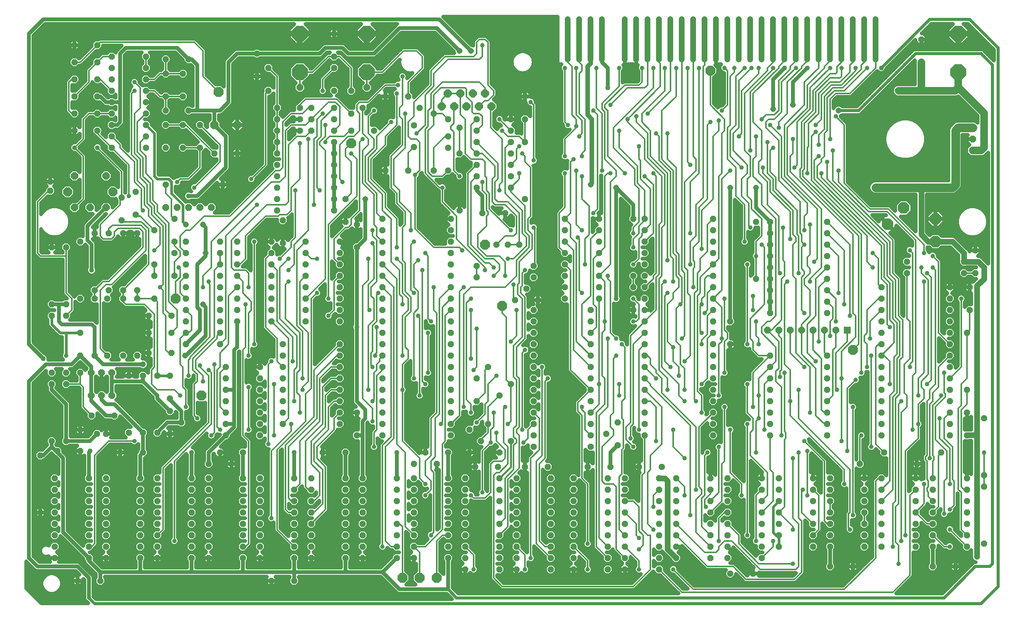
<source format=gbl>
G75*
%MOIN*%
%OFA0B0*%
%FSLAX25Y25*%
%IPPOS*%
%LPD*%
%AMOC8*
5,1,8,0,0,1.08239X$1,22.5*
%
%ADD10OC8,0.10000*%
%ADD11OC8,0.05200*%
%ADD12C,0.02000*%
%ADD13OC8,0.07500*%
%ADD14OC8,0.03969*%
%ADD15OC8,0.06000*%
%ADD16OC8,0.06496*%
%ADD17OC8,0.07677*%
%ADD18OC8,0.07050*%
%ADD19OC8,0.05937*%
%ADD20R,0.05937X0.05937*%
%ADD21OC8,0.08500*%
%ADD22C,0.04500*%
%ADD23OC8,0.13843*%
%ADD24C,0.03200*%
%ADD25C,0.05150*%
%ADD26C,0.04362*%
%ADD27C,0.16598*%
%ADD28C,0.12661*%
%ADD29C,0.15024*%
%ADD30C,0.05000*%
%ADD31C,0.07600*%
%ADD32C,0.02400*%
%ADD33C,0.04000*%
%ADD34C,0.01600*%
%ADD35C,0.03969*%
%ADD36C,0.01200*%
%ADD37C,0.02800*%
%ADD38C,0.06600*%
D10*
X0807600Y0327600D03*
X0807600Y0347600D03*
D11*
X0842600Y0320100D03*
X0832600Y0310100D03*
X0832600Y0300100D03*
X0842600Y0300100D03*
X0837600Y0287600D03*
X0820100Y0287600D03*
X0820100Y0277600D03*
X0820100Y0267600D03*
X0820100Y0257600D03*
X0820100Y0247600D03*
X0820100Y0237600D03*
X0820100Y0227600D03*
X0820100Y0217600D03*
X0820100Y0207600D03*
X0820100Y0197600D03*
X0820100Y0187600D03*
X0820100Y0177600D03*
X0820100Y0167600D03*
X0820100Y0157600D03*
X0835100Y0157600D03*
X0850100Y0172600D03*
X0835100Y0177600D03*
X0835100Y0197600D03*
X0760100Y0197600D03*
X0760100Y0187600D03*
X0760100Y0177600D03*
X0760100Y0167600D03*
X0760100Y0157600D03*
X0762600Y0142600D03*
X0741350Y0132600D03*
X0745100Y0120100D03*
X0745100Y0110100D03*
X0745100Y0100100D03*
X0745100Y0090100D03*
X0745100Y0080100D03*
X0745100Y0070100D03*
X0745100Y0060100D03*
X0760100Y0060100D03*
X0760100Y0070100D03*
X0760100Y0080100D03*
X0760100Y0090100D03*
X0760100Y0100100D03*
X0760100Y0110100D03*
X0760100Y0120100D03*
X0790100Y0120100D03*
X0790100Y0110100D03*
X0790100Y0100100D03*
X0790100Y0090100D03*
X0790100Y0080100D03*
X0790100Y0070100D03*
X0790100Y0060100D03*
X0805100Y0060100D03*
X0805100Y0070100D03*
X0805100Y0080100D03*
X0805100Y0090100D03*
X0805100Y0100100D03*
X0805100Y0110100D03*
X0805100Y0120100D03*
X0791350Y0132600D03*
X0812600Y0142600D03*
X0835100Y0120100D03*
X0835100Y0110100D03*
X0835100Y0100100D03*
X0835100Y0090100D03*
X0835100Y0080100D03*
X0835100Y0070100D03*
X0835100Y0060100D03*
X0850100Y0062600D03*
X0825100Y0042600D03*
X0805100Y0042600D03*
X0735100Y0042600D03*
X0715100Y0042600D03*
X0715100Y0060100D03*
X0715100Y0070100D03*
X0700100Y0070100D03*
X0700100Y0060100D03*
X0700100Y0080100D03*
X0715100Y0080100D03*
X0715100Y0090100D03*
X0700100Y0090100D03*
X0700100Y0100100D03*
X0715100Y0100100D03*
X0715100Y0110100D03*
X0700100Y0110100D03*
X0700100Y0120100D03*
X0715100Y0120100D03*
X0670100Y0120100D03*
X0655100Y0120100D03*
X0655100Y0110100D03*
X0670100Y0110100D03*
X0670100Y0100100D03*
X0655100Y0100100D03*
X0655100Y0090100D03*
X0670100Y0090100D03*
X0670100Y0080100D03*
X0655100Y0080100D03*
X0655100Y0070100D03*
X0655100Y0060100D03*
X0670100Y0060100D03*
X0670100Y0070100D03*
X0655100Y0050100D03*
X0647600Y0036350D03*
X0627600Y0036350D03*
X0625100Y0050100D03*
X0625100Y0060100D03*
X0625100Y0070100D03*
X0625100Y0080100D03*
X0625100Y0090100D03*
X0625100Y0100100D03*
X0625100Y0110100D03*
X0625100Y0120100D03*
X0610100Y0120100D03*
X0610100Y0110100D03*
X0610100Y0100100D03*
X0610100Y0090100D03*
X0610100Y0080100D03*
X0610100Y0070100D03*
X0610100Y0060100D03*
X0610100Y0050100D03*
X0580100Y0050100D03*
X0580100Y0060100D03*
X0580100Y0070100D03*
X0580100Y0080100D03*
X0580100Y0090100D03*
X0580100Y0100100D03*
X0580100Y0110100D03*
X0580100Y0120100D03*
X0565100Y0120100D03*
X0565100Y0110100D03*
X0565100Y0100100D03*
X0565100Y0090100D03*
X0565100Y0080100D03*
X0565100Y0070100D03*
X0565100Y0060100D03*
X0565100Y0050100D03*
X0565100Y0040100D03*
X0535100Y0040100D03*
X0535100Y0050100D03*
X0535100Y0060100D03*
X0535100Y0070100D03*
X0535100Y0080100D03*
X0535100Y0090100D03*
X0535100Y0100100D03*
X0535100Y0110100D03*
X0535100Y0120100D03*
X0520100Y0120100D03*
X0520100Y0110100D03*
X0520100Y0100100D03*
X0520100Y0090100D03*
X0520100Y0080100D03*
X0520100Y0070100D03*
X0520100Y0060100D03*
X0520100Y0050100D03*
X0520100Y0040100D03*
X0490100Y0040100D03*
X0490100Y0050100D03*
X0490100Y0060100D03*
X0490100Y0070100D03*
X0490100Y0080100D03*
X0490100Y0090100D03*
X0490100Y0100100D03*
X0490100Y0110100D03*
X0490100Y0120100D03*
X0502600Y0130100D03*
X0522600Y0130100D03*
X0528850Y0148850D03*
X0518850Y0158850D03*
X0505100Y0157600D03*
X0505100Y0147600D03*
X0505100Y0167600D03*
X0505100Y0177600D03*
X0505100Y0187600D03*
X0505100Y0197600D03*
X0505100Y0207600D03*
X0505100Y0217600D03*
X0505100Y0227600D03*
X0505100Y0237600D03*
X0505100Y0247600D03*
X0505100Y0257600D03*
X0505100Y0267600D03*
X0512600Y0277600D03*
X0512600Y0287600D03*
X0512600Y0297600D03*
X0512600Y0307600D03*
X0512600Y0317600D03*
X0512600Y0327600D03*
X0512600Y0337600D03*
X0512600Y0347600D03*
X0482600Y0347600D03*
X0482600Y0337600D03*
X0482600Y0327600D03*
X0482600Y0317600D03*
X0482600Y0307600D03*
X0482600Y0297600D03*
X0482600Y0287600D03*
X0482600Y0277600D03*
X0458850Y0276350D03*
X0448850Y0286350D03*
X0438850Y0276350D03*
X0455100Y0267600D03*
X0455100Y0257600D03*
X0455100Y0247600D03*
X0455100Y0237600D03*
X0455100Y0227600D03*
X0455100Y0217600D03*
X0455100Y0207600D03*
X0455100Y0197600D03*
X0455100Y0187600D03*
X0455100Y0177600D03*
X0455100Y0167600D03*
X0455100Y0157600D03*
X0455100Y0147600D03*
X0447600Y0130100D03*
X0440100Y0120100D03*
X0440100Y0110100D03*
X0440100Y0100100D03*
X0440100Y0090100D03*
X0440100Y0080100D03*
X0440100Y0070100D03*
X0440100Y0060100D03*
X0440100Y0050100D03*
X0440100Y0040100D03*
X0425100Y0040100D03*
X0425100Y0050100D03*
X0425100Y0060100D03*
X0425100Y0070100D03*
X0425100Y0080100D03*
X0425100Y0090100D03*
X0425100Y0100100D03*
X0425100Y0110100D03*
X0425100Y0120100D03*
X0423850Y0130100D03*
X0425100Y0142600D03*
X0435100Y0152600D03*
X0415100Y0167600D03*
X0398850Y0162600D03*
X0408850Y0152600D03*
X0398850Y0142600D03*
X0403850Y0130100D03*
X0395100Y0120100D03*
X0395100Y0110100D03*
X0395100Y0100100D03*
X0395100Y0090100D03*
X0395100Y0080100D03*
X0395100Y0070100D03*
X0395100Y0060100D03*
X0395100Y0050100D03*
X0395100Y0040100D03*
X0380100Y0050100D03*
X0380100Y0060100D03*
X0380100Y0070100D03*
X0380100Y0080100D03*
X0380100Y0090100D03*
X0380100Y0100100D03*
X0380100Y0110100D03*
X0380100Y0120100D03*
X0370100Y0132600D03*
X0360100Y0142600D03*
X0350100Y0132600D03*
X0350100Y0120100D03*
X0350100Y0110100D03*
X0350100Y0100100D03*
X0350100Y0090100D03*
X0350100Y0080100D03*
X0350100Y0070100D03*
X0350100Y0060100D03*
X0350100Y0050100D03*
X0335100Y0050100D03*
X0335100Y0060100D03*
X0335100Y0070100D03*
X0335100Y0080100D03*
X0335100Y0090100D03*
X0335100Y0100100D03*
X0335100Y0110100D03*
X0335100Y0120100D03*
X0305100Y0120100D03*
X0290100Y0120100D03*
X0290100Y0110100D03*
X0305100Y0110100D03*
X0305100Y0100100D03*
X0290100Y0100100D03*
X0290100Y0090100D03*
X0305100Y0090100D03*
X0305100Y0080100D03*
X0290100Y0080100D03*
X0290100Y0070100D03*
X0290100Y0060100D03*
X0305100Y0060100D03*
X0305100Y0070100D03*
X0305100Y0050100D03*
X0290100Y0050100D03*
X0260100Y0050100D03*
X0245100Y0050100D03*
X0245100Y0060100D03*
X0245100Y0070100D03*
X0260100Y0070100D03*
X0260100Y0060100D03*
X0260100Y0080100D03*
X0245100Y0080100D03*
X0245100Y0090100D03*
X0260100Y0090100D03*
X0260100Y0100100D03*
X0245100Y0100100D03*
X0245100Y0110100D03*
X0260100Y0110100D03*
X0260100Y0120100D03*
X0245100Y0120100D03*
X0215100Y0120100D03*
X0215100Y0110100D03*
X0215100Y0100100D03*
X0215100Y0090100D03*
X0215100Y0080100D03*
X0215100Y0070100D03*
X0215100Y0060100D03*
X0215100Y0050100D03*
X0200100Y0050100D03*
X0200100Y0060100D03*
X0200100Y0070100D03*
X0200100Y0080100D03*
X0200100Y0090100D03*
X0200100Y0100100D03*
X0200100Y0110100D03*
X0200100Y0120100D03*
X0190100Y0132600D03*
X0180100Y0142600D03*
X0170100Y0132600D03*
X0170100Y0120100D03*
X0170100Y0110100D03*
X0170100Y0100100D03*
X0170100Y0090100D03*
X0170100Y0080100D03*
X0170100Y0070100D03*
X0170100Y0060100D03*
X0170100Y0050100D03*
X0155100Y0050100D03*
X0155100Y0060100D03*
X0155100Y0070100D03*
X0155100Y0080100D03*
X0155100Y0090100D03*
X0155100Y0100100D03*
X0155100Y0110100D03*
X0155100Y0120100D03*
X0125100Y0120100D03*
X0125100Y0110100D03*
X0125100Y0100100D03*
X0125100Y0090100D03*
X0125100Y0080100D03*
X0125100Y0070100D03*
X0125100Y0060100D03*
X0125100Y0050100D03*
X0110100Y0050100D03*
X0110100Y0060100D03*
X0110100Y0070100D03*
X0110100Y0080100D03*
X0110100Y0090100D03*
X0110100Y0100100D03*
X0110100Y0110100D03*
X0110100Y0120100D03*
X0080100Y0120100D03*
X0080100Y0110100D03*
X0080100Y0100100D03*
X0080100Y0090100D03*
X0080100Y0080100D03*
X0080100Y0070100D03*
X0080100Y0060100D03*
X0080100Y0050100D03*
X0065100Y0050100D03*
X0065100Y0060100D03*
X0065100Y0070100D03*
X0065100Y0080100D03*
X0065100Y0090100D03*
X0065100Y0100100D03*
X0065100Y0110100D03*
X0065100Y0120100D03*
X0035100Y0120100D03*
X0035100Y0110100D03*
X0035100Y0100100D03*
X0035100Y0090100D03*
X0035100Y0080100D03*
X0035100Y0070100D03*
X0035100Y0060100D03*
X0035100Y0050100D03*
X0055100Y0030100D03*
X0075100Y0030100D03*
X0022600Y0090100D03*
X0022600Y0140100D03*
X0037600Y0143850D03*
X0032600Y0152600D03*
X0045100Y0152600D03*
X0057600Y0143850D03*
X0072350Y0158850D03*
X0080350Y0158850D03*
X0100100Y0160100D03*
X0112600Y0160100D03*
X0125100Y0160100D03*
X0136350Y0158850D03*
X0146350Y0168850D03*
X0136350Y0178850D03*
X0136350Y0190100D03*
X0136350Y0210100D03*
X0125100Y0210100D03*
X0112600Y0210100D03*
X0100100Y0210100D03*
X0095100Y0227600D03*
X0081350Y0227600D03*
X0070100Y0227600D03*
X0057600Y0227600D03*
X0057600Y0212600D03*
X0045100Y0212600D03*
X0045100Y0202600D03*
X0032600Y0202600D03*
X0032600Y0212600D03*
X0057600Y0247600D03*
X0045100Y0262600D03*
X0045100Y0272600D03*
X0057600Y0277600D03*
X0070100Y0277600D03*
X0070100Y0285100D03*
X0082600Y0285100D03*
X0081350Y0277600D03*
X0095100Y0277600D03*
X0095100Y0285100D03*
X0107600Y0285100D03*
X0107600Y0277600D03*
X0122600Y0277600D03*
X0117600Y0262600D03*
X0137600Y0262600D03*
X0150100Y0257600D03*
X0150100Y0247600D03*
X0150100Y0237600D03*
X0137600Y0230100D03*
X0117600Y0230100D03*
X0107600Y0227600D03*
X0117600Y0247600D03*
X0137600Y0247600D03*
X0150100Y0267600D03*
X0150100Y0277600D03*
X0150100Y0287600D03*
X0150100Y0297600D03*
X0150100Y0307600D03*
X0140100Y0297600D03*
X0122600Y0297600D03*
X0122600Y0307600D03*
X0140100Y0317600D03*
X0150100Y0317600D03*
X0150100Y0327600D03*
X0140100Y0327600D03*
X0122600Y0337600D03*
X0107600Y0335100D03*
X0095100Y0335100D03*
X0082600Y0335100D03*
X0070100Y0335100D03*
X0057600Y0327600D03*
X0045100Y0322600D03*
X0032600Y0322600D03*
X0093850Y0346350D03*
X0106350Y0351350D03*
X0093850Y0366350D03*
X0106350Y0371350D03*
X0132600Y0377600D03*
X0140100Y0347600D03*
X0180100Y0327600D03*
X0180100Y0317600D03*
X0180100Y0307600D03*
X0180100Y0297600D03*
X0180100Y0287600D03*
X0180100Y0277600D03*
X0180100Y0267600D03*
X0180100Y0257600D03*
X0180100Y0247600D03*
X0180100Y0237600D03*
X0185100Y0217600D03*
X0185100Y0207600D03*
X0185100Y0197600D03*
X0185100Y0187600D03*
X0185100Y0177600D03*
X0185100Y0167600D03*
X0185100Y0157600D03*
X0200100Y0142600D03*
X0215100Y0157600D03*
X0215100Y0167600D03*
X0215100Y0177600D03*
X0215100Y0187600D03*
X0215100Y0197600D03*
X0215100Y0207600D03*
X0215100Y0217600D03*
X0235100Y0217600D03*
X0235100Y0207600D03*
X0235100Y0197600D03*
X0235100Y0187600D03*
X0235100Y0177600D03*
X0235100Y0167600D03*
X0270100Y0142600D03*
X0290100Y0142600D03*
X0300100Y0157600D03*
X0285100Y0167600D03*
X0285100Y0177600D03*
X0285100Y0187600D03*
X0285100Y0197600D03*
X0285100Y0207600D03*
X0285100Y0217600D03*
X0285100Y0227600D03*
X0285100Y0237600D03*
X0285100Y0257600D03*
X0285100Y0267600D03*
X0285100Y0277600D03*
X0285100Y0287600D03*
X0285100Y0297600D03*
X0285100Y0307600D03*
X0285100Y0317600D03*
X0285100Y0327600D03*
X0300100Y0322600D03*
X0322600Y0317600D03*
X0322600Y0307600D03*
X0322600Y0297600D03*
X0322600Y0287600D03*
X0322600Y0277600D03*
X0322600Y0267600D03*
X0322600Y0257600D03*
X0322600Y0247600D03*
X0322600Y0237600D03*
X0322600Y0227600D03*
X0322600Y0217600D03*
X0322600Y0207600D03*
X0322600Y0197600D03*
X0322600Y0187600D03*
X0322600Y0177600D03*
X0322600Y0167600D03*
X0322600Y0157600D03*
X0300100Y0177600D03*
X0382600Y0177600D03*
X0382600Y0167600D03*
X0382600Y0157600D03*
X0380100Y0142600D03*
X0382600Y0187600D03*
X0382600Y0197600D03*
X0382600Y0207600D03*
X0382600Y0217600D03*
X0382600Y0227600D03*
X0382600Y0237600D03*
X0382600Y0247600D03*
X0382600Y0257600D03*
X0382600Y0267600D03*
X0382600Y0277600D03*
X0382600Y0287600D03*
X0382600Y0297600D03*
X0382600Y0307600D03*
X0382600Y0317600D03*
X0382600Y0327600D03*
X0382600Y0337600D03*
X0382600Y0347600D03*
X0390100Y0355100D03*
X0410100Y0352600D03*
X0430100Y0352600D03*
X0447600Y0365100D03*
X0435100Y0375100D03*
X0435100Y0385100D03*
X0435100Y0395100D03*
X0435100Y0405100D03*
X0435100Y0415100D03*
X0435100Y0425100D03*
X0435100Y0435100D03*
X0447600Y0435100D03*
X0447600Y0415100D03*
X0405100Y0415100D03*
X0405100Y0405100D03*
X0405100Y0395100D03*
X0405100Y0385100D03*
X0405100Y0375100D03*
X0380100Y0390100D03*
X0367600Y0390100D03*
X0390100Y0405100D03*
X0380100Y0410100D03*
X0380100Y0420100D03*
X0390100Y0427600D03*
X0380100Y0435100D03*
X0367600Y0440100D03*
X0355100Y0445100D03*
X0345100Y0455100D03*
X0325100Y0455100D03*
X0305100Y0445100D03*
X0295100Y0440100D03*
X0280100Y0435100D03*
X0280100Y0425100D03*
X0295100Y0425100D03*
X0280100Y0415100D03*
X0280100Y0405100D03*
X0280100Y0395100D03*
X0280100Y0385100D03*
X0280100Y0375100D03*
X0280100Y0365100D03*
X0290100Y0365100D03*
X0280100Y0355100D03*
X0290100Y0345100D03*
X0300100Y0342600D03*
X0322600Y0337600D03*
X0322600Y0327600D03*
X0322600Y0347600D03*
X0255100Y0327600D03*
X0255100Y0317600D03*
X0255100Y0307600D03*
X0255100Y0297600D03*
X0255100Y0287600D03*
X0255100Y0277600D03*
X0255100Y0267600D03*
X0255100Y0257600D03*
X0235100Y0237600D03*
X0235100Y0227600D03*
X0225100Y0257600D03*
X0225100Y0267600D03*
X0225100Y0277600D03*
X0225100Y0287600D03*
X0225100Y0297600D03*
X0225100Y0307600D03*
X0225100Y0317600D03*
X0225100Y0327600D03*
X0235100Y0326350D03*
X0235100Y0346350D03*
X0230100Y0355100D03*
X0230100Y0365100D03*
X0230100Y0375100D03*
X0230100Y0385100D03*
X0230100Y0395100D03*
X0230100Y0405100D03*
X0230100Y0415100D03*
X0230100Y0425100D03*
X0230100Y0435100D03*
X0230100Y0445100D03*
X0250100Y0445100D03*
X0260100Y0445100D03*
X0260100Y0435100D03*
X0250100Y0435100D03*
X0250100Y0425100D03*
X0260100Y0425100D03*
X0280100Y0445100D03*
X0280100Y0460100D03*
X0295100Y0460100D03*
X0280100Y0480100D03*
X0280100Y0490100D03*
X0280100Y0510100D03*
X0222600Y0480100D03*
X0212600Y0472600D03*
X0222600Y0460100D03*
X0212600Y0492600D03*
X0152600Y0487600D03*
X0132600Y0487600D03*
X0115100Y0490100D03*
X0115100Y0480100D03*
X0115100Y0470100D03*
X0115100Y0460100D03*
X0115100Y0450100D03*
X0115100Y0440100D03*
X0115100Y0430100D03*
X0115100Y0420100D03*
X0115100Y0410100D03*
X0132600Y0410100D03*
X0147600Y0410100D03*
X0162600Y0410100D03*
X0175100Y0405100D03*
X0195100Y0405100D03*
X0182600Y0377600D03*
X0195100Y0327600D03*
X0195100Y0317600D03*
X0195100Y0307600D03*
X0195100Y0297600D03*
X0195100Y0287600D03*
X0195100Y0277600D03*
X0195100Y0267600D03*
X0195100Y0257600D03*
X0087600Y0175100D03*
X0067600Y0175100D03*
X0057600Y0162600D03*
X0092600Y0142600D03*
X0112600Y0142600D03*
X0225100Y0030100D03*
X0245100Y0030100D03*
X0470100Y0040100D03*
X0470100Y0050100D03*
X0470100Y0060100D03*
X0470100Y0070100D03*
X0470100Y0080100D03*
X0470100Y0090100D03*
X0470100Y0100100D03*
X0470100Y0110100D03*
X0470100Y0120100D03*
X0467600Y0130100D03*
X0528850Y0168850D03*
X0552600Y0167600D03*
X0552600Y0177600D03*
X0552600Y0187600D03*
X0552600Y0197600D03*
X0552600Y0207600D03*
X0552600Y0217600D03*
X0552600Y0227600D03*
X0552600Y0237600D03*
X0552600Y0247600D03*
X0552600Y0257600D03*
X0552600Y0267600D03*
X0542600Y0267600D03*
X0552600Y0277600D03*
X0552600Y0287600D03*
X0542600Y0287600D03*
X0542600Y0297600D03*
X0552600Y0297600D03*
X0552600Y0307600D03*
X0552600Y0317600D03*
X0552600Y0327600D03*
X0552600Y0337600D03*
X0552600Y0347600D03*
X0542600Y0347600D03*
X0612600Y0347600D03*
X0612600Y0337600D03*
X0612600Y0327600D03*
X0612600Y0317600D03*
X0612600Y0307600D03*
X0612600Y0297600D03*
X0612600Y0287600D03*
X0612600Y0277600D03*
X0612600Y0267600D03*
X0612600Y0257600D03*
X0627600Y0257600D03*
X0612600Y0247600D03*
X0612600Y0237600D03*
X0612600Y0227600D03*
X0627600Y0237600D03*
X0612600Y0217600D03*
X0612600Y0207600D03*
X0612600Y0197600D03*
X0612600Y0187600D03*
X0612600Y0177600D03*
X0612600Y0167600D03*
X0612600Y0157600D03*
X0662600Y0157600D03*
X0662600Y0167600D03*
X0662600Y0177600D03*
X0662600Y0187600D03*
X0662600Y0197600D03*
X0662600Y0207600D03*
X0662600Y0217600D03*
X0662600Y0227600D03*
X0712600Y0227600D03*
X0712600Y0217600D03*
X0712600Y0207600D03*
X0712600Y0197600D03*
X0712600Y0187600D03*
X0712600Y0177600D03*
X0712600Y0167600D03*
X0712600Y0157600D03*
X0760100Y0207600D03*
X0760100Y0217600D03*
X0760100Y0227600D03*
X0760100Y0237600D03*
X0760100Y0247600D03*
X0760100Y0257600D03*
X0760100Y0267600D03*
X0760100Y0277600D03*
X0760100Y0287600D03*
X0782600Y0300100D03*
X0782600Y0310100D03*
X0837600Y0267600D03*
X0835100Y0247600D03*
X0712600Y0265100D03*
X0712600Y0275100D03*
X0712600Y0285100D03*
X0712600Y0295100D03*
X0712600Y0305100D03*
X0712600Y0315100D03*
X0712600Y0325100D03*
X0712600Y0335100D03*
X0712600Y0345100D03*
X0662600Y0345100D03*
X0650100Y0345100D03*
X0662600Y0335100D03*
X0662600Y0325100D03*
X0662600Y0315100D03*
X0662600Y0305100D03*
X0662600Y0295100D03*
X0650100Y0295100D03*
X0662600Y0285100D03*
X0662600Y0275100D03*
X0662600Y0265100D03*
X0552600Y0157600D03*
X0547600Y0130100D03*
X0567600Y0130100D03*
X0435100Y0202600D03*
X0425100Y0192600D03*
X0405100Y0187600D03*
X0405100Y0207600D03*
X0415100Y0217600D03*
X0405100Y0296350D03*
X0405100Y0306350D03*
X0422600Y0325100D03*
X0432600Y0325100D03*
X0442600Y0325100D03*
X0455100Y0306350D03*
X0455100Y0296350D03*
X0345100Y0390100D03*
X0325100Y0390100D03*
X0350100Y0410600D03*
X0350100Y0429600D03*
X0315100Y0425100D03*
X0405100Y0425100D03*
X0405100Y0435100D03*
X0447600Y0455100D03*
X0162600Y0430100D03*
X0147600Y0430100D03*
X0132600Y0430100D03*
X0132600Y0442600D03*
X0152600Y0442600D03*
X0147600Y0455100D03*
X0132600Y0455100D03*
X0132600Y0475100D03*
X0147600Y0475100D03*
X0085100Y0470100D03*
X0085100Y0460100D03*
X0072600Y0455100D03*
X0085100Y0450100D03*
X0085100Y0440100D03*
X0072600Y0440100D03*
X0085100Y0430100D03*
X0072600Y0425100D03*
X0085100Y0420100D03*
X0085100Y0410100D03*
X0052600Y0425100D03*
X0052600Y0440100D03*
X0052600Y0455100D03*
X0052600Y0470100D03*
X0072600Y0470100D03*
X0085100Y0480100D03*
X0072600Y0485100D03*
X0085100Y0490100D03*
X0072600Y0500100D03*
X0052600Y0500100D03*
X0052600Y0485100D03*
X0031350Y0380350D03*
X0031350Y0372350D03*
X0032600Y0272600D03*
X0032600Y0262600D03*
X0795100Y0485100D03*
X0795100Y0505100D03*
X0850100Y0122600D03*
X0850100Y0112600D03*
D12*
X0762530Y0342372D02*
X0761530Y0341372D01*
X0761530Y0344686D01*
X0763872Y0347028D01*
X0767186Y0347028D01*
X0769528Y0344686D01*
X0769528Y0341372D01*
X0767186Y0339030D01*
X0763872Y0339030D01*
X0761530Y0341372D01*
X0763030Y0341994D01*
X0763030Y0344064D01*
X0764494Y0345528D01*
X0766564Y0345528D01*
X0768028Y0344064D01*
X0768028Y0341994D01*
X0766564Y0340530D01*
X0764494Y0340530D01*
X0763030Y0341994D01*
X0764530Y0342615D01*
X0764530Y0343443D01*
X0765115Y0344028D01*
X0765943Y0344028D01*
X0766528Y0343443D01*
X0766528Y0342615D01*
X0765943Y0342030D01*
X0765115Y0342030D01*
X0764530Y0342615D01*
X0776672Y0356514D02*
X0775672Y0355514D01*
X0775672Y0358828D01*
X0778014Y0361170D01*
X0781328Y0361170D01*
X0783670Y0358828D01*
X0783670Y0355514D01*
X0781328Y0353172D01*
X0778014Y0353172D01*
X0775672Y0355514D01*
X0777172Y0356136D01*
X0777172Y0358206D01*
X0778636Y0359670D01*
X0780706Y0359670D01*
X0782170Y0358206D01*
X0782170Y0356136D01*
X0780706Y0354672D01*
X0778636Y0354672D01*
X0777172Y0356136D01*
X0778672Y0356757D01*
X0778672Y0357585D01*
X0779257Y0358170D01*
X0780085Y0358170D01*
X0780670Y0357585D01*
X0780670Y0356757D01*
X0780085Y0356172D01*
X0779257Y0356172D01*
X0778672Y0356757D01*
D13*
X0195100Y0430100D03*
X0175100Y0430100D03*
D14*
X0072600Y0410100D03*
X0052600Y0410100D03*
D15*
X0067350Y0212600D03*
X0076350Y0212600D03*
X0085350Y0212600D03*
X0085350Y0192600D03*
X0076350Y0192600D03*
X0067350Y0192600D03*
X0840100Y0407600D03*
X0840100Y0417600D03*
X0840100Y0427600D03*
D16*
X0080208Y0385208D03*
X0052492Y0385208D03*
X0052492Y0357492D03*
X0066350Y0357492D03*
X0080208Y0357492D03*
D17*
X0086114Y0371350D03*
X0046586Y0371350D03*
D18*
X0374550Y0446359D03*
X0385450Y0446359D03*
X0396350Y0446359D03*
X0407250Y0446359D03*
X0418150Y0446359D03*
X0412700Y0457555D03*
X0401800Y0457555D03*
X0390900Y0457555D03*
X0380000Y0457555D03*
D19*
X0308850Y0462915D03*
X0250100Y0462915D03*
X0172600Y0357600D03*
X0162600Y0357600D03*
X0152600Y0357600D03*
X0142600Y0357600D03*
X0132600Y0357600D03*
X0660100Y0250100D03*
X0670100Y0250100D03*
X0680100Y0250100D03*
X0690100Y0250100D03*
X0700100Y0250100D03*
X0710100Y0250100D03*
X0720100Y0250100D03*
X0827600Y0462915D03*
D20*
X0730100Y0250100D03*
D21*
X0735100Y0232600D03*
X0427600Y0271350D03*
X0412600Y0325100D03*
X0295100Y0413850D03*
X0178850Y0458850D03*
X0141350Y0277600D03*
X0163850Y0192600D03*
X0340100Y0032600D03*
X0355100Y0032600D03*
X0370100Y0032600D03*
X0610100Y0477600D03*
D22*
X0605350Y0487350D02*
X0605350Y0522850D01*
X0605350Y0487350D02*
X0604850Y0487350D01*
X0604850Y0522850D01*
X0605350Y0522850D01*
X0605350Y0491849D02*
X0604850Y0491849D01*
X0604850Y0496348D02*
X0605350Y0496348D01*
X0605350Y0500847D02*
X0604850Y0500847D01*
X0604850Y0505346D02*
X0605350Y0505346D01*
X0605350Y0509845D02*
X0604850Y0509845D01*
X0604850Y0514344D02*
X0605350Y0514344D01*
X0605350Y0518843D02*
X0604850Y0518843D01*
X0595350Y0522850D02*
X0595350Y0487350D01*
X0594850Y0487350D01*
X0594850Y0522850D01*
X0595350Y0522850D01*
X0595350Y0491849D02*
X0594850Y0491849D01*
X0594850Y0496348D02*
X0595350Y0496348D01*
X0595350Y0500847D02*
X0594850Y0500847D01*
X0594850Y0505346D02*
X0595350Y0505346D01*
X0595350Y0509845D02*
X0594850Y0509845D01*
X0594850Y0514344D02*
X0595350Y0514344D01*
X0595350Y0518843D02*
X0594850Y0518843D01*
X0585350Y0522850D02*
X0585350Y0487350D01*
X0584850Y0487350D01*
X0584850Y0522850D01*
X0585350Y0522850D01*
X0585350Y0491849D02*
X0584850Y0491849D01*
X0584850Y0496348D02*
X0585350Y0496348D01*
X0585350Y0500847D02*
X0584850Y0500847D01*
X0584850Y0505346D02*
X0585350Y0505346D01*
X0585350Y0509845D02*
X0584850Y0509845D01*
X0584850Y0514344D02*
X0585350Y0514344D01*
X0585350Y0518843D02*
X0584850Y0518843D01*
X0575350Y0522850D02*
X0575350Y0487350D01*
X0574850Y0487350D01*
X0574850Y0522850D01*
X0575350Y0522850D01*
X0575350Y0491849D02*
X0574850Y0491849D01*
X0574850Y0496348D02*
X0575350Y0496348D01*
X0575350Y0500847D02*
X0574850Y0500847D01*
X0574850Y0505346D02*
X0575350Y0505346D01*
X0575350Y0509845D02*
X0574850Y0509845D01*
X0574850Y0514344D02*
X0575350Y0514344D01*
X0575350Y0518843D02*
X0574850Y0518843D01*
X0565350Y0522850D02*
X0565350Y0487350D01*
X0564850Y0487350D01*
X0564850Y0522850D01*
X0565350Y0522850D01*
X0565350Y0491849D02*
X0564850Y0491849D01*
X0564850Y0496348D02*
X0565350Y0496348D01*
X0565350Y0500847D02*
X0564850Y0500847D01*
X0564850Y0505346D02*
X0565350Y0505346D01*
X0565350Y0509845D02*
X0564850Y0509845D01*
X0564850Y0514344D02*
X0565350Y0514344D01*
X0565350Y0518843D02*
X0564850Y0518843D01*
X0555350Y0522850D02*
X0555350Y0487350D01*
X0554850Y0487350D01*
X0554850Y0522850D01*
X0555350Y0522850D01*
X0555350Y0491849D02*
X0554850Y0491849D01*
X0554850Y0496348D02*
X0555350Y0496348D01*
X0555350Y0500847D02*
X0554850Y0500847D01*
X0554850Y0505346D02*
X0555350Y0505346D01*
X0555350Y0509845D02*
X0554850Y0509845D01*
X0554850Y0514344D02*
X0555350Y0514344D01*
X0555350Y0518843D02*
X0554850Y0518843D01*
X0545350Y0522850D02*
X0545350Y0487350D01*
X0544850Y0487350D01*
X0544850Y0522850D01*
X0545350Y0522850D01*
X0545350Y0491849D02*
X0544850Y0491849D01*
X0544850Y0496348D02*
X0545350Y0496348D01*
X0545350Y0500847D02*
X0544850Y0500847D01*
X0544850Y0505346D02*
X0545350Y0505346D01*
X0545350Y0509845D02*
X0544850Y0509845D01*
X0544850Y0514344D02*
X0545350Y0514344D01*
X0545350Y0518843D02*
X0544850Y0518843D01*
X0535350Y0522850D02*
X0535350Y0487350D01*
X0534850Y0487350D01*
X0534850Y0522850D01*
X0535350Y0522850D01*
X0535350Y0491849D02*
X0534850Y0491849D01*
X0534850Y0496348D02*
X0535350Y0496348D01*
X0535350Y0500847D02*
X0534850Y0500847D01*
X0534850Y0505346D02*
X0535350Y0505346D01*
X0535350Y0509845D02*
X0534850Y0509845D01*
X0534850Y0514344D02*
X0535350Y0514344D01*
X0535350Y0518843D02*
X0534850Y0518843D01*
X0515350Y0522850D02*
X0515350Y0487350D01*
X0514850Y0487350D01*
X0514850Y0522850D01*
X0515350Y0522850D01*
X0515350Y0491849D02*
X0514850Y0491849D01*
X0514850Y0496348D02*
X0515350Y0496348D01*
X0515350Y0500847D02*
X0514850Y0500847D01*
X0514850Y0505346D02*
X0515350Y0505346D01*
X0515350Y0509845D02*
X0514850Y0509845D01*
X0514850Y0514344D02*
X0515350Y0514344D01*
X0515350Y0518843D02*
X0514850Y0518843D01*
X0505350Y0522850D02*
X0505350Y0487350D01*
X0504850Y0487350D01*
X0504850Y0522850D01*
X0505350Y0522850D01*
X0505350Y0491849D02*
X0504850Y0491849D01*
X0504850Y0496348D02*
X0505350Y0496348D01*
X0505350Y0500847D02*
X0504850Y0500847D01*
X0504850Y0505346D02*
X0505350Y0505346D01*
X0505350Y0509845D02*
X0504850Y0509845D01*
X0504850Y0514344D02*
X0505350Y0514344D01*
X0505350Y0518843D02*
X0504850Y0518843D01*
X0495350Y0522850D02*
X0495350Y0487350D01*
X0494850Y0487350D01*
X0494850Y0522850D01*
X0495350Y0522850D01*
X0495350Y0491849D02*
X0494850Y0491849D01*
X0494850Y0496348D02*
X0495350Y0496348D01*
X0495350Y0500847D02*
X0494850Y0500847D01*
X0494850Y0505346D02*
X0495350Y0505346D01*
X0495350Y0509845D02*
X0494850Y0509845D01*
X0494850Y0514344D02*
X0495350Y0514344D01*
X0495350Y0518843D02*
X0494850Y0518843D01*
X0485350Y0522850D02*
X0485350Y0487350D01*
X0484850Y0487350D01*
X0484850Y0522850D01*
X0485350Y0522850D01*
X0485350Y0491849D02*
X0484850Y0491849D01*
X0484850Y0496348D02*
X0485350Y0496348D01*
X0485350Y0500847D02*
X0484850Y0500847D01*
X0484850Y0505346D02*
X0485350Y0505346D01*
X0485350Y0509845D02*
X0484850Y0509845D01*
X0484850Y0514344D02*
X0485350Y0514344D01*
X0485350Y0518843D02*
X0484850Y0518843D01*
X0615350Y0522850D02*
X0615350Y0487350D01*
X0614850Y0487350D01*
X0614850Y0522850D01*
X0615350Y0522850D01*
X0615350Y0491849D02*
X0614850Y0491849D01*
X0614850Y0496348D02*
X0615350Y0496348D01*
X0615350Y0500847D02*
X0614850Y0500847D01*
X0614850Y0505346D02*
X0615350Y0505346D01*
X0615350Y0509845D02*
X0614850Y0509845D01*
X0614850Y0514344D02*
X0615350Y0514344D01*
X0615350Y0518843D02*
X0614850Y0518843D01*
X0625350Y0522850D02*
X0625350Y0487350D01*
X0624850Y0487350D01*
X0624850Y0522850D01*
X0625350Y0522850D01*
X0625350Y0491849D02*
X0624850Y0491849D01*
X0624850Y0496348D02*
X0625350Y0496348D01*
X0625350Y0500847D02*
X0624850Y0500847D01*
X0624850Y0505346D02*
X0625350Y0505346D01*
X0625350Y0509845D02*
X0624850Y0509845D01*
X0624850Y0514344D02*
X0625350Y0514344D01*
X0625350Y0518843D02*
X0624850Y0518843D01*
X0635350Y0522850D02*
X0635350Y0487350D01*
X0634850Y0487350D01*
X0634850Y0522850D01*
X0635350Y0522850D01*
X0635350Y0491849D02*
X0634850Y0491849D01*
X0634850Y0496348D02*
X0635350Y0496348D01*
X0635350Y0500847D02*
X0634850Y0500847D01*
X0634850Y0505346D02*
X0635350Y0505346D01*
X0635350Y0509845D02*
X0634850Y0509845D01*
X0634850Y0514344D02*
X0635350Y0514344D01*
X0635350Y0518843D02*
X0634850Y0518843D01*
X0645350Y0522850D02*
X0645350Y0487350D01*
X0644850Y0487350D01*
X0644850Y0522850D01*
X0645350Y0522850D01*
X0645350Y0491849D02*
X0644850Y0491849D01*
X0644850Y0496348D02*
X0645350Y0496348D01*
X0645350Y0500847D02*
X0644850Y0500847D01*
X0644850Y0505346D02*
X0645350Y0505346D01*
X0645350Y0509845D02*
X0644850Y0509845D01*
X0644850Y0514344D02*
X0645350Y0514344D01*
X0645350Y0518843D02*
X0644850Y0518843D01*
X0655350Y0522850D02*
X0655350Y0487350D01*
X0654850Y0487350D01*
X0654850Y0522850D01*
X0655350Y0522850D01*
X0655350Y0491849D02*
X0654850Y0491849D01*
X0654850Y0496348D02*
X0655350Y0496348D01*
X0655350Y0500847D02*
X0654850Y0500847D01*
X0654850Y0505346D02*
X0655350Y0505346D01*
X0655350Y0509845D02*
X0654850Y0509845D01*
X0654850Y0514344D02*
X0655350Y0514344D01*
X0655350Y0518843D02*
X0654850Y0518843D01*
X0665350Y0522850D02*
X0665350Y0487350D01*
X0664850Y0487350D01*
X0664850Y0522850D01*
X0665350Y0522850D01*
X0665350Y0491849D02*
X0664850Y0491849D01*
X0664850Y0496348D02*
X0665350Y0496348D01*
X0665350Y0500847D02*
X0664850Y0500847D01*
X0664850Y0505346D02*
X0665350Y0505346D01*
X0665350Y0509845D02*
X0664850Y0509845D01*
X0664850Y0514344D02*
X0665350Y0514344D01*
X0665350Y0518843D02*
X0664850Y0518843D01*
X0675350Y0522850D02*
X0675350Y0487350D01*
X0674850Y0487350D01*
X0674850Y0522850D01*
X0675350Y0522850D01*
X0675350Y0491849D02*
X0674850Y0491849D01*
X0674850Y0496348D02*
X0675350Y0496348D01*
X0675350Y0500847D02*
X0674850Y0500847D01*
X0674850Y0505346D02*
X0675350Y0505346D01*
X0675350Y0509845D02*
X0674850Y0509845D01*
X0674850Y0514344D02*
X0675350Y0514344D01*
X0675350Y0518843D02*
X0674850Y0518843D01*
X0685350Y0522850D02*
X0685350Y0487350D01*
X0684850Y0487350D01*
X0684850Y0522850D01*
X0685350Y0522850D01*
X0685350Y0491849D02*
X0684850Y0491849D01*
X0684850Y0496348D02*
X0685350Y0496348D01*
X0685350Y0500847D02*
X0684850Y0500847D01*
X0684850Y0505346D02*
X0685350Y0505346D01*
X0685350Y0509845D02*
X0684850Y0509845D01*
X0684850Y0514344D02*
X0685350Y0514344D01*
X0685350Y0518843D02*
X0684850Y0518843D01*
X0695350Y0522850D02*
X0695350Y0487350D01*
X0694850Y0487350D01*
X0694850Y0522850D01*
X0695350Y0522850D01*
X0695350Y0491849D02*
X0694850Y0491849D01*
X0694850Y0496348D02*
X0695350Y0496348D01*
X0695350Y0500847D02*
X0694850Y0500847D01*
X0694850Y0505346D02*
X0695350Y0505346D01*
X0695350Y0509845D02*
X0694850Y0509845D01*
X0694850Y0514344D02*
X0695350Y0514344D01*
X0695350Y0518843D02*
X0694850Y0518843D01*
X0705350Y0522850D02*
X0705350Y0487350D01*
X0704850Y0487350D01*
X0704850Y0522850D01*
X0705350Y0522850D01*
X0705350Y0491849D02*
X0704850Y0491849D01*
X0704850Y0496348D02*
X0705350Y0496348D01*
X0705350Y0500847D02*
X0704850Y0500847D01*
X0704850Y0505346D02*
X0705350Y0505346D01*
X0705350Y0509845D02*
X0704850Y0509845D01*
X0704850Y0514344D02*
X0705350Y0514344D01*
X0705350Y0518843D02*
X0704850Y0518843D01*
X0715350Y0522850D02*
X0715350Y0487350D01*
X0714850Y0487350D01*
X0714850Y0522850D01*
X0715350Y0522850D01*
X0715350Y0491849D02*
X0714850Y0491849D01*
X0714850Y0496348D02*
X0715350Y0496348D01*
X0715350Y0500847D02*
X0714850Y0500847D01*
X0714850Y0505346D02*
X0715350Y0505346D01*
X0715350Y0509845D02*
X0714850Y0509845D01*
X0714850Y0514344D02*
X0715350Y0514344D01*
X0715350Y0518843D02*
X0714850Y0518843D01*
X0725350Y0522850D02*
X0725350Y0487350D01*
X0724850Y0487350D01*
X0724850Y0522850D01*
X0725350Y0522850D01*
X0725350Y0491849D02*
X0724850Y0491849D01*
X0724850Y0496348D02*
X0725350Y0496348D01*
X0725350Y0500847D02*
X0724850Y0500847D01*
X0724850Y0505346D02*
X0725350Y0505346D01*
X0725350Y0509845D02*
X0724850Y0509845D01*
X0724850Y0514344D02*
X0725350Y0514344D01*
X0725350Y0518843D02*
X0724850Y0518843D01*
X0735350Y0522850D02*
X0735350Y0487350D01*
X0734850Y0487350D01*
X0734850Y0522850D01*
X0735350Y0522850D01*
X0735350Y0491849D02*
X0734850Y0491849D01*
X0734850Y0496348D02*
X0735350Y0496348D01*
X0735350Y0500847D02*
X0734850Y0500847D01*
X0734850Y0505346D02*
X0735350Y0505346D01*
X0735350Y0509845D02*
X0734850Y0509845D01*
X0734850Y0514344D02*
X0735350Y0514344D01*
X0735350Y0518843D02*
X0734850Y0518843D01*
X0745350Y0522850D02*
X0745350Y0487350D01*
X0744850Y0487350D01*
X0744850Y0522850D01*
X0745350Y0522850D01*
X0745350Y0491849D02*
X0744850Y0491849D01*
X0744850Y0496348D02*
X0745350Y0496348D01*
X0745350Y0500847D02*
X0744850Y0500847D01*
X0744850Y0505346D02*
X0745350Y0505346D01*
X0745350Y0509845D02*
X0744850Y0509845D01*
X0744850Y0514344D02*
X0745350Y0514344D01*
X0745350Y0518843D02*
X0744850Y0518843D01*
X0755350Y0522850D02*
X0755350Y0487350D01*
X0754850Y0487350D01*
X0754850Y0522850D01*
X0755350Y0522850D01*
X0755350Y0491849D02*
X0754850Y0491849D01*
X0754850Y0496348D02*
X0755350Y0496348D01*
X0755350Y0500847D02*
X0754850Y0500847D01*
X0754850Y0505346D02*
X0755350Y0505346D01*
X0755350Y0509845D02*
X0754850Y0509845D01*
X0754850Y0514344D02*
X0755350Y0514344D01*
X0755350Y0518843D02*
X0754850Y0518843D01*
D23*
X0827600Y0510100D03*
X0827600Y0476360D03*
X0308850Y0476360D03*
X0308850Y0510100D03*
X0250100Y0510100D03*
X0250100Y0476360D03*
D24*
X0061227Y0013997D02*
X0019880Y0013997D01*
X0023078Y0010799D02*
X0064027Y0010799D01*
X0064626Y0010200D02*
X0023677Y0010200D01*
X0010200Y0023677D01*
X0010200Y0046843D01*
X0016709Y0040334D01*
X0017834Y0039209D01*
X0019304Y0038600D01*
X0053443Y0038600D01*
X0056743Y0035300D01*
X0055100Y0035300D01*
X0055100Y0030100D01*
X0060300Y0030100D01*
X0060300Y0031743D01*
X0061100Y0030943D01*
X0061100Y0014304D01*
X0061709Y0012834D01*
X0062834Y0011709D01*
X0063317Y0011509D01*
X0064626Y0010200D01*
X0065100Y0015100D02*
X0065100Y0032600D01*
X0055100Y0042600D01*
X0020100Y0042600D01*
X0012600Y0050100D01*
X0012600Y0205100D01*
X0027600Y0220100D01*
X0050100Y0220100D01*
X0057600Y0227600D01*
X0067350Y0217850D01*
X0067350Y0212600D01*
X0067350Y0192600D01*
X0067350Y0187850D01*
X0080100Y0175100D01*
X0087600Y0175100D01*
X0092600Y0174443D02*
X0101943Y0165100D01*
X0098029Y0165100D01*
X0095100Y0162171D01*
X0095100Y0158029D01*
X0097529Y0155600D01*
X0084454Y0155600D01*
X0085550Y0156696D01*
X0085550Y0158850D01*
X0085550Y0161004D01*
X0082504Y0164050D01*
X0080350Y0164050D01*
X0080350Y0158850D01*
X0080350Y0158850D01*
X0085550Y0158850D01*
X0080350Y0158850D01*
X0080350Y0158850D01*
X0080350Y0164050D01*
X0078196Y0164050D01*
X0076209Y0162062D01*
X0074421Y0163850D01*
X0070279Y0163850D01*
X0067350Y0160921D01*
X0067350Y0159507D01*
X0064443Y0156600D01*
X0049100Y0156600D01*
X0049100Y0185896D01*
X0048491Y0187366D01*
X0047366Y0188491D01*
X0036600Y0199257D01*
X0036600Y0199529D01*
X0037600Y0200529D01*
X0037600Y0204671D01*
X0034671Y0207600D01*
X0037600Y0210529D01*
X0037600Y0214671D01*
X0036171Y0216100D01*
X0041529Y0216100D01*
X0040100Y0214671D01*
X0040100Y0210529D01*
X0043029Y0207600D01*
X0040100Y0204671D01*
X0040100Y0200529D01*
X0043029Y0197600D01*
X0047171Y0197600D01*
X0049171Y0199600D01*
X0056357Y0199600D01*
X0057100Y0198857D01*
X0057100Y0182003D01*
X0057557Y0180901D01*
X0062600Y0175857D01*
X0062600Y0173029D01*
X0065529Y0170100D01*
X0069671Y0170100D01*
X0072600Y0173029D01*
X0072600Y0176943D01*
X0076709Y0172834D01*
X0077834Y0171709D01*
X0079304Y0171100D01*
X0084529Y0171100D01*
X0085529Y0170100D01*
X0089671Y0170100D01*
X0092600Y0173029D01*
X0092600Y0174443D01*
X0092600Y0173923D02*
X0093121Y0173923D01*
X0090295Y0170724D02*
X0096319Y0170724D01*
X0099518Y0167526D02*
X0060028Y0167526D01*
X0059754Y0167800D02*
X0057600Y0167800D01*
X0057600Y0162600D01*
X0057600Y0162600D01*
X0062800Y0162600D01*
X0062800Y0164754D01*
X0059754Y0167800D01*
X0057600Y0167800D02*
X0055446Y0167800D01*
X0052400Y0164754D01*
X0052400Y0162600D01*
X0057600Y0162600D01*
X0057600Y0162600D01*
X0057600Y0162600D01*
X0057600Y0167800D01*
X0057600Y0167526D02*
X0057600Y0167526D01*
X0055172Y0167526D02*
X0049100Y0167526D01*
X0049100Y0170724D02*
X0064905Y0170724D01*
X0062600Y0173923D02*
X0049100Y0173923D01*
X0049100Y0177121D02*
X0061336Y0177121D01*
X0058138Y0180320D02*
X0049100Y0180320D01*
X0049100Y0183518D02*
X0057100Y0183518D01*
X0057100Y0186717D02*
X0048760Y0186717D01*
X0045100Y0185100D02*
X0045100Y0152600D01*
X0066100Y0152600D01*
X0072350Y0158850D01*
X0067557Y0161129D02*
X0062800Y0161129D01*
X0062800Y0160446D02*
X0062800Y0162600D01*
X0057600Y0162600D01*
X0057600Y0157400D01*
X0059754Y0157400D01*
X0062800Y0160446D01*
X0060284Y0157930D02*
X0065773Y0157930D01*
X0062800Y0164327D02*
X0097256Y0164327D01*
X0095100Y0161129D02*
X0085425Y0161129D01*
X0085550Y0157930D02*
X0095199Y0157930D01*
X0080350Y0161129D02*
X0080350Y0161129D01*
X0084905Y0170724D02*
X0070295Y0170724D01*
X0072600Y0173923D02*
X0075621Y0173923D01*
X0076709Y0172834D02*
X0076709Y0172834D01*
X0057600Y0164327D02*
X0057600Y0164327D01*
X0057600Y0162600D02*
X0052400Y0162600D01*
X0052400Y0160446D01*
X0055446Y0157400D01*
X0057600Y0157400D01*
X0057600Y0162600D01*
X0057600Y0162600D01*
X0057600Y0161129D02*
X0057600Y0161129D01*
X0057600Y0157930D02*
X0057600Y0157930D01*
X0054916Y0157930D02*
X0049100Y0157930D01*
X0049100Y0161129D02*
X0052400Y0161129D01*
X0052400Y0164327D02*
X0049100Y0164327D01*
X0041100Y0164327D02*
X0016600Y0164327D01*
X0016600Y0161129D02*
X0041100Y0161129D01*
X0041100Y0157930D02*
X0016600Y0157930D01*
X0016600Y0154732D02*
X0027660Y0154732D01*
X0027600Y0154671D02*
X0027600Y0150529D01*
X0028600Y0149529D01*
X0028600Y0149257D01*
X0024443Y0145100D01*
X0020529Y0145100D01*
X0017600Y0142171D01*
X0017600Y0138029D01*
X0020529Y0135100D01*
X0024671Y0135100D01*
X0025671Y0136100D01*
X0025896Y0136100D01*
X0027366Y0136709D01*
X0032600Y0141943D01*
X0032600Y0141779D01*
X0035529Y0138850D01*
X0035693Y0138850D01*
X0038600Y0135943D01*
X0038600Y0123671D01*
X0037171Y0125100D01*
X0033029Y0125100D01*
X0030100Y0122171D01*
X0030100Y0118029D01*
X0033029Y0115100D01*
X0030100Y0112171D01*
X0030100Y0108029D01*
X0033029Y0105100D01*
X0030100Y0102171D01*
X0030100Y0098029D01*
X0033029Y0095100D01*
X0030100Y0092171D01*
X0030100Y0088029D01*
X0033029Y0085100D01*
X0030100Y0082171D01*
X0030100Y0078029D01*
X0033029Y0075100D01*
X0030100Y0072171D01*
X0030100Y0068029D01*
X0033029Y0065100D01*
X0030100Y0062171D01*
X0030100Y0060899D01*
X0028626Y0061509D01*
X0026574Y0061509D01*
X0024678Y0060724D01*
X0023226Y0059272D01*
X0022441Y0057376D01*
X0022441Y0055324D01*
X0023226Y0053428D01*
X0024678Y0051976D01*
X0026574Y0051191D01*
X0028626Y0051191D01*
X0029900Y0051719D01*
X0029900Y0050100D01*
X0035100Y0050100D01*
X0040300Y0050100D01*
X0040300Y0052254D01*
X0037312Y0055241D01*
X0040100Y0058029D01*
X0040100Y0062171D01*
X0037171Y0065100D01*
X0033029Y0065100D01*
X0037171Y0065100D01*
X0040100Y0068029D01*
X0040100Y0069443D01*
X0060100Y0049443D01*
X0060100Y0048029D01*
X0061100Y0047029D01*
X0061100Y0046804D01*
X0061709Y0045334D01*
X0071100Y0035943D01*
X0071100Y0033171D01*
X0070100Y0032171D01*
X0070100Y0028029D01*
X0073029Y0025100D01*
X0077171Y0025100D01*
X0080100Y0028029D01*
X0080100Y0032171D01*
X0079100Y0033171D01*
X0079100Y0033600D01*
X0221246Y0033600D01*
X0219900Y0032254D01*
X0219900Y0030100D01*
X0225100Y0030100D01*
X0230300Y0030100D01*
X0230300Y0032254D01*
X0228954Y0033600D01*
X0241100Y0033600D01*
X0241100Y0033171D01*
X0240100Y0032171D01*
X0240100Y0028029D01*
X0243029Y0025100D01*
X0247171Y0025100D01*
X0250100Y0028029D01*
X0250100Y0032171D01*
X0249100Y0033171D01*
X0249100Y0033600D01*
X0320943Y0033600D01*
X0334209Y0020334D01*
X0335334Y0019209D01*
X0336804Y0018600D01*
X0378726Y0018600D01*
X0383426Y0013900D01*
X0071674Y0013900D01*
X0069100Y0016474D01*
X0069100Y0033396D01*
X0068491Y0034866D01*
X0067366Y0035991D01*
X0057366Y0045991D01*
X0055896Y0046600D01*
X0038954Y0046600D01*
X0040300Y0047946D01*
X0040300Y0050100D01*
X0035100Y0050100D01*
X0035100Y0050100D01*
X0035100Y0050100D01*
X0029900Y0050100D01*
X0029900Y0047946D01*
X0031246Y0046600D01*
X0021757Y0046600D01*
X0016600Y0051757D01*
X0016600Y0203443D01*
X0027600Y0214443D01*
X0027600Y0210529D01*
X0030529Y0207600D01*
X0034671Y0207600D01*
X0030529Y0207600D01*
X0027600Y0204671D01*
X0027600Y0200529D01*
X0028600Y0199529D01*
X0028600Y0196804D01*
X0029209Y0195334D01*
X0041100Y0183443D01*
X0041100Y0155671D01*
X0040100Y0154671D01*
X0040100Y0150529D01*
X0043029Y0147600D01*
X0047171Y0147600D01*
X0048171Y0148600D01*
X0054996Y0148600D01*
X0052400Y0146004D01*
X0052400Y0143850D01*
X0057600Y0143850D01*
X0057600Y0138650D01*
X0059754Y0138650D01*
X0061100Y0139996D01*
X0061100Y0123171D01*
X0060100Y0122171D01*
X0060100Y0118029D01*
X0063029Y0115100D01*
X0060100Y0112171D01*
X0060100Y0108029D01*
X0063029Y0105100D01*
X0060100Y0102171D01*
X0060100Y0098029D01*
X0063029Y0095100D01*
X0060100Y0092171D01*
X0060100Y0088029D01*
X0063029Y0085100D01*
X0060100Y0082171D01*
X0060100Y0078029D01*
X0063029Y0075100D01*
X0060100Y0072171D01*
X0060100Y0068029D01*
X0063029Y0065100D01*
X0060100Y0062171D01*
X0060100Y0060757D01*
X0046600Y0074257D01*
X0046600Y0138396D01*
X0045991Y0139866D01*
X0044866Y0140991D01*
X0042600Y0143257D01*
X0042600Y0145921D01*
X0039671Y0148850D01*
X0037007Y0148850D01*
X0036600Y0149257D01*
X0036600Y0149529D01*
X0037600Y0150529D01*
X0037600Y0154671D01*
X0034671Y0157600D01*
X0030529Y0157600D01*
X0027600Y0154671D01*
X0027600Y0151533D02*
X0016600Y0151533D01*
X0016600Y0148334D02*
X0027678Y0148334D01*
X0024479Y0145136D02*
X0016600Y0145136D01*
X0016600Y0141937D02*
X0017600Y0141937D01*
X0017600Y0138739D02*
X0016600Y0138739D01*
X0016600Y0135540D02*
X0020088Y0135540D01*
X0016600Y0132342D02*
X0038600Y0132342D01*
X0038600Y0135540D02*
X0025112Y0135540D01*
X0025100Y0140100D02*
X0032600Y0147600D01*
X0036350Y0143850D01*
X0037600Y0143850D01*
X0037600Y0142600D01*
X0042600Y0137600D01*
X0042600Y0072600D01*
X0065100Y0050100D01*
X0065100Y0047600D01*
X0075100Y0037600D01*
X0075100Y0030100D01*
X0080100Y0029990D02*
X0219900Y0029990D01*
X0219900Y0030100D02*
X0219900Y0027946D01*
X0222946Y0024900D01*
X0225100Y0024900D01*
X0227254Y0024900D01*
X0230300Y0027946D01*
X0230300Y0030100D01*
X0225100Y0030100D01*
X0225100Y0030100D01*
X0225100Y0024900D01*
X0225100Y0030100D01*
X0225100Y0030100D01*
X0225100Y0030100D01*
X0219900Y0030100D01*
X0220834Y0033188D02*
X0079100Y0033188D01*
X0075100Y0037600D02*
X0110100Y0037600D01*
X0110100Y0050100D01*
X0114100Y0047029D02*
X0115100Y0048029D01*
X0115100Y0052171D01*
X0112171Y0055100D01*
X0115100Y0058029D01*
X0115100Y0062171D01*
X0112171Y0065100D01*
X0108029Y0065100D01*
X0105100Y0062171D01*
X0105100Y0058029D01*
X0108029Y0055100D01*
X0112171Y0055100D01*
X0108029Y0055100D01*
X0105100Y0052171D01*
X0105100Y0048029D01*
X0106100Y0047029D01*
X0106100Y0041600D01*
X0076757Y0041600D01*
X0070100Y0048257D01*
X0070100Y0052171D01*
X0067171Y0055100D01*
X0070100Y0058029D01*
X0070100Y0058357D01*
X0071799Y0060057D01*
X0072643Y0060901D01*
X0073100Y0062003D01*
X0073100Y0138857D01*
X0083843Y0149600D01*
X0101900Y0149600D01*
X0102617Y0148883D01*
X0104228Y0148216D01*
X0105972Y0148216D01*
X0107583Y0148883D01*
X0108600Y0149900D01*
X0108600Y0145671D01*
X0107600Y0144671D01*
X0107600Y0143257D01*
X0106709Y0142366D01*
X0106100Y0140896D01*
X0106100Y0123171D01*
X0105100Y0122171D01*
X0105100Y0118029D01*
X0108029Y0115100D01*
X0105100Y0112171D01*
X0105100Y0108029D01*
X0108029Y0105100D01*
X0112171Y0105100D01*
X0115100Y0108029D01*
X0115100Y0112171D01*
X0112171Y0115100D01*
X0108029Y0115100D01*
X0112171Y0115100D01*
X0115100Y0118029D01*
X0115100Y0122171D01*
X0114100Y0123171D01*
X0114100Y0137600D01*
X0114671Y0137600D01*
X0117600Y0140529D01*
X0117600Y0144671D01*
X0116600Y0145671D01*
X0116600Y0157029D01*
X0117600Y0158029D01*
X0117600Y0162171D01*
X0114671Y0165100D01*
X0113257Y0165100D01*
X0089866Y0188491D01*
X0089167Y0188780D01*
X0090750Y0190363D01*
X0090750Y0194837D01*
X0089350Y0196237D01*
X0089350Y0201100D01*
X0110943Y0201100D01*
X0121100Y0190943D01*
X0121100Y0189304D01*
X0121709Y0187834D01*
X0131350Y0178193D01*
X0131350Y0176779D01*
X0134279Y0173850D01*
X0138421Y0173850D01*
X0141350Y0176779D01*
X0141350Y0178193D01*
X0142350Y0177193D01*
X0142350Y0172850D01*
X0133054Y0172850D01*
X0131584Y0172241D01*
X0124443Y0165100D01*
X0123029Y0165100D01*
X0120100Y0162171D01*
X0120100Y0158029D01*
X0123029Y0155100D01*
X0127171Y0155100D01*
X0130100Y0158029D01*
X0130100Y0159443D01*
X0131150Y0160493D01*
X0131150Y0158850D01*
X0136350Y0158850D01*
X0136350Y0158850D01*
X0136350Y0164050D01*
X0138504Y0164050D01*
X0141550Y0161004D01*
X0141550Y0158850D01*
X0136350Y0158850D01*
X0136350Y0158850D01*
X0136350Y0164050D01*
X0134707Y0164050D01*
X0135507Y0164850D01*
X0143279Y0164850D01*
X0144279Y0163850D01*
X0148421Y0163850D01*
X0151350Y0166779D01*
X0151350Y0170921D01*
X0150350Y0171921D01*
X0150350Y0178216D01*
X0150972Y0178216D01*
X0152583Y0178883D01*
X0153817Y0180117D01*
X0154484Y0181728D01*
X0154484Y0183472D01*
X0153817Y0185083D01*
X0153100Y0185800D01*
X0153100Y0198197D01*
X0152643Y0199299D01*
X0150600Y0201343D01*
X0150600Y0206183D01*
X0151728Y0205716D01*
X0153472Y0205716D01*
X0155083Y0206383D01*
X0156317Y0207617D01*
X0156984Y0209228D01*
X0156984Y0210223D01*
X0157100Y0210107D01*
X0157100Y0206343D01*
X0155057Y0204299D01*
X0154600Y0203197D01*
X0154600Y0174503D01*
X0155057Y0173401D01*
X0155716Y0172742D01*
X0155716Y0171728D01*
X0156383Y0170117D01*
X0157617Y0168883D01*
X0159228Y0168216D01*
X0160972Y0168216D01*
X0162583Y0168883D01*
X0163817Y0170117D01*
X0164484Y0171728D01*
X0164484Y0173472D01*
X0163817Y0175083D01*
X0162583Y0176317D01*
X0160972Y0176984D01*
X0160600Y0176984D01*
X0160600Y0186446D01*
X0161095Y0185950D01*
X0166605Y0185950D01*
X0167100Y0186446D01*
X0167100Y0170093D01*
X0127557Y0130549D01*
X0127100Y0129447D01*
X0127100Y0125100D01*
X0123029Y0125100D01*
X0120100Y0122171D01*
X0120100Y0118029D01*
X0123029Y0115100D01*
X0120100Y0112171D01*
X0120100Y0108029D01*
X0123029Y0105100D01*
X0120100Y0102171D01*
X0120100Y0098029D01*
X0123029Y0095100D01*
X0120100Y0092171D01*
X0120100Y0088029D01*
X0123029Y0085100D01*
X0120100Y0082171D01*
X0120100Y0078029D01*
X0123029Y0075100D01*
X0120100Y0072171D01*
X0120100Y0068029D01*
X0123029Y0065100D01*
X0120100Y0062171D01*
X0120100Y0058029D01*
X0122888Y0055241D01*
X0119900Y0052254D01*
X0119900Y0050100D01*
X0125100Y0050100D01*
X0130300Y0050100D01*
X0130300Y0052254D01*
X0127312Y0055241D01*
X0130100Y0058029D01*
X0130100Y0062171D01*
X0127171Y0065100D01*
X0123029Y0065100D01*
X0127171Y0065100D01*
X0130100Y0068029D01*
X0130100Y0070857D01*
X0131799Y0072557D01*
X0132643Y0073401D01*
X0133100Y0074503D01*
X0133100Y0127607D01*
X0137100Y0131607D01*
X0137100Y0068300D01*
X0136383Y0067583D01*
X0135716Y0065972D01*
X0135716Y0064228D01*
X0136383Y0062617D01*
X0137617Y0061383D01*
X0139228Y0060716D01*
X0140972Y0060716D01*
X0142583Y0061383D01*
X0143817Y0062617D01*
X0144484Y0064228D01*
X0144484Y0065972D01*
X0143817Y0067583D01*
X0143100Y0068300D01*
X0143100Y0133857D01*
X0150640Y0141397D01*
X0151100Y0140286D01*
X0151100Y0123171D01*
X0150100Y0122171D01*
X0150100Y0118029D01*
X0153029Y0115100D01*
X0150100Y0112171D01*
X0150100Y0108029D01*
X0153029Y0105100D01*
X0150100Y0102171D01*
X0150100Y0098029D01*
X0153029Y0095100D01*
X0150100Y0092171D01*
X0150100Y0088029D01*
X0153029Y0085100D01*
X0157171Y0085100D01*
X0160100Y0088029D01*
X0160100Y0092171D01*
X0157171Y0095100D01*
X0153029Y0095100D01*
X0157171Y0095100D01*
X0160100Y0098029D01*
X0160100Y0102171D01*
X0157171Y0105100D01*
X0153029Y0105100D01*
X0157171Y0105100D01*
X0160100Y0108029D01*
X0160100Y0112171D01*
X0157171Y0115100D01*
X0153029Y0115100D01*
X0157171Y0115100D01*
X0160100Y0118029D01*
X0160100Y0122171D01*
X0159100Y0123171D01*
X0159100Y0140286D01*
X0159681Y0141689D01*
X0159681Y0143511D01*
X0158984Y0145195D01*
X0157695Y0146484D01*
X0156303Y0147060D01*
X0168570Y0159327D01*
X0168216Y0158472D01*
X0168216Y0156728D01*
X0168883Y0155117D01*
X0170117Y0153883D01*
X0171728Y0153216D01*
X0173472Y0153216D01*
X0175083Y0153883D01*
X0176317Y0155117D01*
X0176984Y0156728D01*
X0176984Y0157742D01*
X0177643Y0158401D01*
X0177810Y0158803D01*
X0179228Y0158216D01*
X0180059Y0158216D01*
X0167834Y0145991D01*
X0166709Y0144866D01*
X0166100Y0143396D01*
X0166100Y0135671D01*
X0165100Y0134671D01*
X0165100Y0130529D01*
X0168029Y0127600D01*
X0172171Y0127600D01*
X0175100Y0130529D01*
X0175100Y0134671D01*
X0174100Y0135671D01*
X0174100Y0140943D01*
X0174900Y0141743D01*
X0174900Y0140446D01*
X0177946Y0137400D01*
X0180100Y0137400D01*
X0182254Y0137400D01*
X0185300Y0140446D01*
X0185300Y0142600D01*
X0185300Y0144754D01*
X0182254Y0147800D01*
X0180957Y0147800D01*
X0185757Y0152600D01*
X0187171Y0152600D01*
X0190100Y0155529D01*
X0190100Y0156943D01*
X0195991Y0162834D01*
X0196600Y0164304D01*
X0196600Y0230943D01*
X0197100Y0231443D01*
X0197100Y0157003D01*
X0197557Y0155901D01*
X0198401Y0155057D01*
X0202100Y0151357D01*
X0202100Y0147600D01*
X0198029Y0147600D01*
X0195100Y0144671D01*
X0195100Y0140529D01*
X0196100Y0139529D01*
X0196100Y0123171D01*
X0195100Y0122171D01*
X0195100Y0118029D01*
X0198029Y0115100D01*
X0195100Y0112171D01*
X0195100Y0108029D01*
X0198029Y0105100D01*
X0195100Y0102171D01*
X0195100Y0098029D01*
X0198029Y0095100D01*
X0195100Y0092171D01*
X0195100Y0088029D01*
X0198029Y0085100D01*
X0195100Y0082171D01*
X0195100Y0078029D01*
X0198029Y0075100D01*
X0195100Y0072171D01*
X0195100Y0068029D01*
X0198029Y0065100D01*
X0195100Y0062171D01*
X0195100Y0058029D01*
X0198029Y0055100D01*
X0195100Y0052171D01*
X0195100Y0048029D01*
X0196100Y0047029D01*
X0196100Y0041600D01*
X0159100Y0041600D01*
X0159100Y0047029D01*
X0160100Y0048029D01*
X0160100Y0052171D01*
X0157171Y0055100D01*
X0160100Y0058029D01*
X0160100Y0062171D01*
X0157171Y0065100D01*
X0160100Y0068029D01*
X0160100Y0072171D01*
X0157171Y0075100D01*
X0160100Y0078029D01*
X0160100Y0082171D01*
X0157171Y0085100D01*
X0153029Y0085100D01*
X0150100Y0082171D01*
X0150100Y0078029D01*
X0153029Y0075100D01*
X0157171Y0075100D01*
X0153029Y0075100D01*
X0150100Y0072171D01*
X0150100Y0068029D01*
X0153029Y0065100D01*
X0157171Y0065100D01*
X0153029Y0065100D01*
X0150100Y0062171D01*
X0150100Y0058029D01*
X0153029Y0055100D01*
X0157171Y0055100D01*
X0153029Y0055100D01*
X0150100Y0052171D01*
X0150100Y0048029D01*
X0151100Y0047029D01*
X0151100Y0041600D01*
X0114100Y0041600D01*
X0114100Y0047029D01*
X0114100Y0045982D02*
X0121864Y0045982D01*
X0122946Y0044900D02*
X0119900Y0047946D01*
X0119900Y0050100D01*
X0125100Y0050100D01*
X0125100Y0050100D01*
X0125100Y0050100D01*
X0130300Y0050100D01*
X0130300Y0047946D01*
X0127254Y0044900D01*
X0125100Y0044900D01*
X0125100Y0050100D01*
X0125100Y0050100D01*
X0125100Y0044900D01*
X0122946Y0044900D01*
X0125100Y0045982D02*
X0125100Y0045982D01*
X0125100Y0049181D02*
X0125100Y0049181D01*
X0128336Y0045982D02*
X0151100Y0045982D01*
X0151100Y0042784D02*
X0114100Y0042784D01*
X0110100Y0037600D02*
X0155100Y0037600D01*
X0155100Y0050100D01*
X0160100Y0049181D02*
X0164900Y0049181D01*
X0164900Y0050100D02*
X0164900Y0047946D01*
X0167946Y0044900D01*
X0170100Y0044900D01*
X0172254Y0044900D01*
X0175300Y0047946D01*
X0175300Y0050100D01*
X0175300Y0052254D01*
X0172312Y0055241D01*
X0175100Y0058029D01*
X0175100Y0062171D01*
X0172171Y0065100D01*
X0175100Y0068029D01*
X0175100Y0072171D01*
X0172171Y0075100D01*
X0175100Y0078029D01*
X0175100Y0082171D01*
X0172171Y0085100D01*
X0175100Y0088029D01*
X0175100Y0092171D01*
X0172171Y0095100D01*
X0175100Y0098029D01*
X0175100Y0102171D01*
X0172171Y0105100D01*
X0175100Y0108029D01*
X0175100Y0112171D01*
X0172171Y0115100D01*
X0175100Y0118029D01*
X0175100Y0122171D01*
X0172171Y0125100D01*
X0168029Y0125100D01*
X0165100Y0122171D01*
X0165100Y0118029D01*
X0168029Y0115100D01*
X0172171Y0115100D01*
X0168029Y0115100D01*
X0165100Y0112171D01*
X0165100Y0108029D01*
X0168029Y0105100D01*
X0172171Y0105100D01*
X0168029Y0105100D01*
X0165100Y0102171D01*
X0165100Y0098029D01*
X0168029Y0095100D01*
X0172171Y0095100D01*
X0168029Y0095100D01*
X0165100Y0092171D01*
X0165100Y0088029D01*
X0168029Y0085100D01*
X0172171Y0085100D01*
X0168029Y0085100D01*
X0165100Y0082171D01*
X0165100Y0078029D01*
X0168029Y0075100D01*
X0172171Y0075100D01*
X0168029Y0075100D01*
X0165100Y0072171D01*
X0165100Y0068029D01*
X0168029Y0065100D01*
X0172171Y0065100D01*
X0168029Y0065100D01*
X0165100Y0062171D01*
X0165100Y0058029D01*
X0167888Y0055241D01*
X0164900Y0052254D01*
X0164900Y0050100D01*
X0170100Y0050100D01*
X0175300Y0050100D01*
X0170100Y0050100D01*
X0170100Y0050100D01*
X0170100Y0050100D01*
X0170100Y0044900D01*
X0170100Y0050100D01*
X0170100Y0050100D01*
X0164900Y0050100D01*
X0165025Y0052379D02*
X0159892Y0052379D01*
X0157649Y0055578D02*
X0167551Y0055578D01*
X0165100Y0058776D02*
X0160100Y0058776D01*
X0160100Y0061975D02*
X0165100Y0061975D01*
X0167956Y0065173D02*
X0157244Y0065173D01*
X0160100Y0068372D02*
X0165100Y0068372D01*
X0165100Y0071570D02*
X0160100Y0071570D01*
X0157502Y0074769D02*
X0167698Y0074769D01*
X0165162Y0077967D02*
X0160038Y0077967D01*
X0160100Y0081166D02*
X0165100Y0081166D01*
X0167293Y0084364D02*
X0157907Y0084364D01*
X0159634Y0087563D02*
X0165566Y0087563D01*
X0165100Y0090761D02*
X0160100Y0090761D01*
X0158311Y0093960D02*
X0166889Y0093960D01*
X0165971Y0097158D02*
X0159229Y0097158D01*
X0160100Y0100357D02*
X0165100Y0100357D01*
X0166484Y0103555D02*
X0158716Y0103555D01*
X0158825Y0106754D02*
X0166375Y0106754D01*
X0165100Y0109952D02*
X0160100Y0109952D01*
X0159120Y0113151D02*
X0166080Y0113151D01*
X0166780Y0116349D02*
X0158420Y0116349D01*
X0160100Y0119548D02*
X0165100Y0119548D01*
X0165675Y0122746D02*
X0159525Y0122746D01*
X0159100Y0125945D02*
X0196100Y0125945D01*
X0196100Y0129143D02*
X0193997Y0129143D01*
X0195300Y0130446D02*
X0192254Y0127400D01*
X0190100Y0127400D01*
X0190100Y0132600D01*
X0195300Y0132600D01*
X0195300Y0134754D01*
X0192254Y0137800D01*
X0190100Y0137800D01*
X0190100Y0132600D01*
X0190100Y0132600D01*
X0190100Y0132600D01*
X0195300Y0132600D01*
X0195300Y0130446D01*
X0195300Y0132342D02*
X0196100Y0132342D01*
X0196100Y0135540D02*
X0194513Y0135540D01*
X0196100Y0138739D02*
X0183593Y0138739D01*
X0180100Y0138739D02*
X0180100Y0138739D01*
X0180100Y0137400D02*
X0180100Y0142600D01*
X0185300Y0142600D01*
X0180100Y0142600D01*
X0180100Y0142600D01*
X0180100Y0142600D01*
X0180100Y0137400D01*
X0176607Y0138739D02*
X0174100Y0138739D01*
X0174231Y0135540D02*
X0185687Y0135540D01*
X0184900Y0134754D02*
X0187946Y0137800D01*
X0190100Y0137800D01*
X0190100Y0132600D01*
X0190100Y0132600D01*
X0190100Y0132600D01*
X0184900Y0132600D01*
X0184900Y0134754D01*
X0184900Y0132600D02*
X0184900Y0130446D01*
X0187946Y0127400D01*
X0190100Y0127400D01*
X0190100Y0132600D01*
X0184900Y0132600D01*
X0184900Y0132342D02*
X0175100Y0132342D01*
X0173714Y0129143D02*
X0186203Y0129143D01*
X0190100Y0129143D02*
X0190100Y0129143D01*
X0190100Y0132342D02*
X0190100Y0132342D01*
X0190100Y0135540D02*
X0190100Y0135540D01*
X0185300Y0141937D02*
X0195100Y0141937D01*
X0195565Y0145136D02*
X0184918Y0145136D01*
X0181491Y0148334D02*
X0202100Y0148334D01*
X0201924Y0151533D02*
X0184690Y0151533D01*
X0189303Y0154732D02*
X0198726Y0154732D01*
X0197100Y0157930D02*
X0191087Y0157930D01*
X0194285Y0161129D02*
X0197100Y0161129D01*
X0197100Y0164327D02*
X0196600Y0164327D01*
X0196600Y0167526D02*
X0197100Y0167526D01*
X0197100Y0170724D02*
X0196600Y0170724D01*
X0196600Y0173923D02*
X0197100Y0173923D01*
X0197100Y0177121D02*
X0196600Y0177121D01*
X0196600Y0180320D02*
X0197100Y0180320D01*
X0197100Y0183518D02*
X0196600Y0183518D01*
X0196600Y0186717D02*
X0197100Y0186717D01*
X0197100Y0189915D02*
X0196600Y0189915D01*
X0196600Y0193114D02*
X0197100Y0193114D01*
X0197100Y0196312D02*
X0196600Y0196312D01*
X0196600Y0199511D02*
X0197100Y0199511D01*
X0197100Y0202709D02*
X0196600Y0202709D01*
X0196600Y0205908D02*
X0197100Y0205908D01*
X0197100Y0209106D02*
X0196600Y0209106D01*
X0196600Y0212305D02*
X0197100Y0212305D01*
X0197100Y0215503D02*
X0196600Y0215503D01*
X0196600Y0218702D02*
X0197100Y0218702D01*
X0197100Y0221900D02*
X0196600Y0221900D01*
X0196600Y0225099D02*
X0197100Y0225099D01*
X0197100Y0228297D02*
X0196600Y0228297D01*
X0192600Y0232600D02*
X0192600Y0197600D01*
X0185100Y0197600D01*
X0192600Y0197600D02*
X0192600Y0167600D01*
X0185100Y0167600D01*
X0192600Y0167600D02*
X0192600Y0165100D01*
X0185100Y0157600D01*
X0170100Y0142600D01*
X0170100Y0132600D01*
X0166486Y0129143D02*
X0159100Y0129143D01*
X0159100Y0132342D02*
X0165100Y0132342D01*
X0165969Y0135540D02*
X0159100Y0135540D01*
X0159100Y0138739D02*
X0166100Y0138739D01*
X0166100Y0141937D02*
X0159681Y0141937D01*
X0159008Y0145136D02*
X0166979Y0145136D01*
X0170178Y0148334D02*
X0157577Y0148334D01*
X0160776Y0151533D02*
X0173376Y0151533D01*
X0175932Y0154732D02*
X0176575Y0154732D01*
X0177173Y0157930D02*
X0179773Y0157930D01*
X0169268Y0154732D02*
X0163974Y0154732D01*
X0167173Y0157930D02*
X0168216Y0157930D01*
X0161334Y0164327D02*
X0148898Y0164327D01*
X0151350Y0167526D02*
X0164533Y0167526D01*
X0164068Y0170724D02*
X0167100Y0170724D01*
X0167100Y0173923D02*
X0164298Y0173923D01*
X0167100Y0177121D02*
X0160600Y0177121D01*
X0160600Y0180320D02*
X0167100Y0180320D01*
X0167100Y0183518D02*
X0160600Y0183518D01*
X0154600Y0183518D02*
X0154465Y0183518D01*
X0154600Y0180320D02*
X0153901Y0180320D01*
X0154600Y0177121D02*
X0150350Y0177121D01*
X0150350Y0173923D02*
X0154841Y0173923D01*
X0156132Y0170724D02*
X0151350Y0170724D01*
X0146350Y0168850D02*
X0133850Y0168850D01*
X0125100Y0160100D01*
X0122256Y0164327D02*
X0115444Y0164327D01*
X0117600Y0161129D02*
X0120100Y0161129D01*
X0120199Y0157930D02*
X0117501Y0157930D01*
X0116600Y0154732D02*
X0133115Y0154732D01*
X0134196Y0153650D02*
X0136350Y0153650D01*
X0138504Y0153650D01*
X0141550Y0156696D01*
X0141550Y0158850D01*
X0136350Y0158850D01*
X0136350Y0153650D01*
X0136350Y0158850D01*
X0136350Y0158850D01*
X0136350Y0158850D01*
X0131150Y0158850D01*
X0131150Y0156696D01*
X0134196Y0153650D01*
X0136350Y0154732D02*
X0136350Y0154732D01*
X0136350Y0157930D02*
X0136350Y0157930D01*
X0136350Y0161129D02*
X0136350Y0161129D01*
X0134984Y0164327D02*
X0143802Y0164327D01*
X0141425Y0161129D02*
X0158136Y0161129D01*
X0154937Y0157930D02*
X0141550Y0157930D01*
X0139585Y0154732D02*
X0151739Y0154732D01*
X0148540Y0151533D02*
X0116600Y0151533D01*
X0116600Y0148334D02*
X0145342Y0148334D01*
X0142143Y0145136D02*
X0117135Y0145136D01*
X0117600Y0141937D02*
X0138945Y0141937D01*
X0135746Y0138739D02*
X0115810Y0138739D01*
X0114100Y0135540D02*
X0132548Y0135540D01*
X0129349Y0132342D02*
X0114100Y0132342D01*
X0114100Y0129143D02*
X0127100Y0129143D01*
X0127100Y0125945D02*
X0114100Y0125945D01*
X0114525Y0122746D02*
X0120675Y0122746D01*
X0120100Y0119548D02*
X0115100Y0119548D01*
X0113420Y0116349D02*
X0121780Y0116349D01*
X0123029Y0115100D02*
X0127100Y0115100D01*
X0127100Y0115100D01*
X0123029Y0115100D01*
X0121080Y0113151D02*
X0114120Y0113151D01*
X0115100Y0109952D02*
X0120100Y0109952D01*
X0121375Y0106754D02*
X0113825Y0106754D01*
X0112171Y0105100D02*
X0115100Y0102171D01*
X0115100Y0098029D01*
X0112171Y0095100D01*
X0108029Y0095100D01*
X0105100Y0098029D01*
X0105100Y0102171D01*
X0108029Y0105100D01*
X0112171Y0105100D01*
X0113716Y0103555D02*
X0121484Y0103555D01*
X0123029Y0105100D02*
X0127100Y0105100D01*
X0127100Y0105100D01*
X0123029Y0105100D01*
X0120100Y0100357D02*
X0115100Y0100357D01*
X0114229Y0097158D02*
X0120971Y0097158D01*
X0123029Y0095100D02*
X0127100Y0095100D01*
X0127100Y0095100D01*
X0123029Y0095100D01*
X0121889Y0093960D02*
X0113311Y0093960D01*
X0112171Y0095100D02*
X0108029Y0095100D01*
X0105100Y0092171D01*
X0105100Y0088029D01*
X0108029Y0085100D01*
X0105100Y0082171D01*
X0105100Y0078029D01*
X0108029Y0075100D01*
X0105100Y0072171D01*
X0105100Y0068029D01*
X0108029Y0065100D01*
X0112171Y0065100D01*
X0115100Y0068029D01*
X0115100Y0072171D01*
X0112171Y0075100D01*
X0108029Y0075100D01*
X0112171Y0075100D01*
X0115100Y0078029D01*
X0115100Y0082171D01*
X0112171Y0085100D01*
X0108029Y0085100D01*
X0112171Y0085100D01*
X0115100Y0088029D01*
X0115100Y0092171D01*
X0112171Y0095100D01*
X0115100Y0090761D02*
X0120100Y0090761D01*
X0120566Y0087563D02*
X0114634Y0087563D01*
X0112907Y0084364D02*
X0122293Y0084364D01*
X0123029Y0085100D02*
X0127100Y0085100D01*
X0127100Y0085100D01*
X0123029Y0085100D01*
X0120100Y0081166D02*
X0115100Y0081166D01*
X0115038Y0077967D02*
X0120162Y0077967D01*
X0123029Y0075100D02*
X0125857Y0075100D01*
X0123029Y0075100D01*
X0122698Y0074769D02*
X0112502Y0074769D01*
X0115100Y0071570D02*
X0120100Y0071570D01*
X0120100Y0068372D02*
X0115100Y0068372D01*
X0112244Y0065173D02*
X0122956Y0065173D01*
X0120100Y0061975D02*
X0115100Y0061975D01*
X0115100Y0058776D02*
X0120100Y0058776D01*
X0122551Y0055578D02*
X0112649Y0055578D01*
X0114892Y0052379D02*
X0120025Y0052379D01*
X0119900Y0049181D02*
X0115100Y0049181D01*
X0106100Y0045982D02*
X0083336Y0045982D01*
X0082254Y0044900D02*
X0085300Y0047946D01*
X0085300Y0050100D01*
X0085300Y0052254D01*
X0082312Y0055241D01*
X0085100Y0058029D01*
X0085100Y0062171D01*
X0082171Y0065100D01*
X0085100Y0068029D01*
X0085100Y0072171D01*
X0082171Y0075100D01*
X0085100Y0078029D01*
X0085100Y0082171D01*
X0082171Y0085100D01*
X0085100Y0088029D01*
X0085100Y0092171D01*
X0082171Y0095100D01*
X0085100Y0098029D01*
X0085100Y0102171D01*
X0082171Y0105100D01*
X0085100Y0108029D01*
X0085100Y0112171D01*
X0082171Y0115100D01*
X0085100Y0118029D01*
X0085100Y0122171D01*
X0082171Y0125100D01*
X0078029Y0125100D01*
X0075100Y0122171D01*
X0075100Y0118029D01*
X0078029Y0115100D01*
X0082171Y0115100D01*
X0078029Y0115100D01*
X0075100Y0112171D01*
X0075100Y0108029D01*
X0078029Y0105100D01*
X0082171Y0105100D01*
X0078029Y0105100D01*
X0075100Y0102171D01*
X0075100Y0098029D01*
X0078029Y0095100D01*
X0082171Y0095100D01*
X0078029Y0095100D01*
X0075100Y0092171D01*
X0075100Y0088029D01*
X0078029Y0085100D01*
X0082171Y0085100D01*
X0078029Y0085100D01*
X0075100Y0082171D01*
X0075100Y0078029D01*
X0078029Y0075100D01*
X0082171Y0075100D01*
X0078029Y0075100D01*
X0075100Y0072171D01*
X0075100Y0068029D01*
X0078029Y0065100D01*
X0082171Y0065100D01*
X0078029Y0065100D01*
X0075100Y0062171D01*
X0075100Y0058029D01*
X0077888Y0055241D01*
X0074900Y0052254D01*
X0074900Y0050100D01*
X0080100Y0050100D01*
X0085300Y0050100D01*
X0080100Y0050100D01*
X0080100Y0050100D01*
X0080100Y0050100D01*
X0080100Y0044900D01*
X0082254Y0044900D01*
X0080100Y0044900D02*
X0080100Y0050100D01*
X0080100Y0050100D01*
X0074900Y0050100D01*
X0074900Y0047946D01*
X0077946Y0044900D01*
X0080100Y0044900D01*
X0080100Y0045982D02*
X0080100Y0045982D01*
X0080100Y0049181D02*
X0080100Y0049181D01*
X0076864Y0045982D02*
X0072375Y0045982D01*
X0070100Y0049181D02*
X0074900Y0049181D01*
X0075025Y0052379D02*
X0069892Y0052379D01*
X0067171Y0055100D02*
X0065757Y0055100D01*
X0065757Y0055100D01*
X0067171Y0055100D01*
X0067649Y0055578D02*
X0077551Y0055578D01*
X0075100Y0058776D02*
X0070519Y0058776D01*
X0073088Y0061975D02*
X0075100Y0061975D01*
X0073100Y0065173D02*
X0077956Y0065173D01*
X0075100Y0068372D02*
X0073100Y0068372D01*
X0073100Y0071570D02*
X0075100Y0071570D01*
X0073100Y0074769D02*
X0077698Y0074769D01*
X0075162Y0077967D02*
X0073100Y0077967D01*
X0073100Y0081166D02*
X0075100Y0081166D01*
X0073100Y0084364D02*
X0077293Y0084364D01*
X0075566Y0087563D02*
X0073100Y0087563D01*
X0073100Y0090761D02*
X0075100Y0090761D01*
X0076889Y0093960D02*
X0073100Y0093960D01*
X0073100Y0097158D02*
X0075971Y0097158D01*
X0075100Y0100357D02*
X0073100Y0100357D01*
X0073100Y0103555D02*
X0076484Y0103555D01*
X0076375Y0106754D02*
X0073100Y0106754D01*
X0073100Y0109952D02*
X0075100Y0109952D01*
X0076080Y0113151D02*
X0073100Y0113151D01*
X0073100Y0116349D02*
X0076780Y0116349D01*
X0075100Y0119548D02*
X0073100Y0119548D01*
X0073100Y0122746D02*
X0075675Y0122746D01*
X0073100Y0125945D02*
X0106100Y0125945D01*
X0106100Y0129143D02*
X0073100Y0129143D01*
X0073100Y0132342D02*
X0106100Y0132342D01*
X0106100Y0135540D02*
X0073100Y0135540D01*
X0073100Y0138739D02*
X0089107Y0138739D01*
X0090446Y0137400D02*
X0092600Y0137400D01*
X0094754Y0137400D01*
X0097800Y0140446D01*
X0097800Y0142600D01*
X0097800Y0144754D01*
X0094754Y0147800D01*
X0092600Y0147800D01*
X0092600Y0142600D01*
X0097800Y0142600D01*
X0092600Y0142600D01*
X0092600Y0142600D01*
X0092600Y0142600D01*
X0092600Y0137400D01*
X0092600Y0142600D01*
X0092600Y0142600D01*
X0092600Y0142600D01*
X0087400Y0142600D01*
X0087400Y0144754D01*
X0090446Y0147800D01*
X0092600Y0147800D01*
X0092600Y0142600D01*
X0087400Y0142600D01*
X0087400Y0140446D01*
X0090446Y0137400D01*
X0092600Y0138739D02*
X0092600Y0138739D01*
X0092600Y0141937D02*
X0092600Y0141937D01*
X0092600Y0145136D02*
X0092600Y0145136D01*
X0097418Y0145136D02*
X0108065Y0145136D01*
X0108600Y0148334D02*
X0106259Y0148334D01*
X0103941Y0148334D02*
X0082577Y0148334D01*
X0079379Y0145136D02*
X0087782Y0145136D01*
X0087400Y0141937D02*
X0076180Y0141937D01*
X0066350Y0143850D02*
X0065100Y0142600D01*
X0065100Y0120100D01*
X0061780Y0116349D02*
X0046600Y0116349D01*
X0046600Y0113151D02*
X0061080Y0113151D01*
X0063029Y0115100D02*
X0067100Y0115100D01*
X0067100Y0115100D01*
X0063029Y0115100D01*
X0060100Y0119548D02*
X0046600Y0119548D01*
X0046600Y0122746D02*
X0060675Y0122746D01*
X0061100Y0125945D02*
X0046600Y0125945D01*
X0046600Y0129143D02*
X0061100Y0129143D01*
X0061100Y0132342D02*
X0046600Y0132342D01*
X0046600Y0135540D02*
X0061100Y0135540D01*
X0061100Y0138739D02*
X0059843Y0138739D01*
X0057600Y0138739D02*
X0057600Y0138739D01*
X0057600Y0138650D02*
X0057600Y0143850D01*
X0057600Y0143850D01*
X0057600Y0143850D01*
X0052400Y0143850D01*
X0052400Y0141696D01*
X0055446Y0138650D01*
X0057600Y0138650D01*
X0055357Y0138739D02*
X0046458Y0138739D01*
X0043919Y0141937D02*
X0052400Y0141937D01*
X0052400Y0145136D02*
X0042600Y0145136D01*
X0042294Y0148334D02*
X0040187Y0148334D01*
X0040100Y0151533D02*
X0037600Y0151533D01*
X0037540Y0154732D02*
X0040160Y0154732D01*
X0032600Y0152600D02*
X0032600Y0147600D01*
X0032600Y0141943D02*
X0032600Y0141943D01*
X0032600Y0141937D02*
X0032594Y0141937D01*
X0029396Y0138739D02*
X0035804Y0138739D01*
X0038600Y0129143D02*
X0016600Y0129143D01*
X0016600Y0125945D02*
X0038600Y0125945D01*
X0030675Y0122746D02*
X0016600Y0122746D01*
X0016600Y0119548D02*
X0030100Y0119548D01*
X0031780Y0116349D02*
X0016600Y0116349D01*
X0016600Y0113151D02*
X0031080Y0113151D01*
X0033029Y0115100D02*
X0037171Y0115100D01*
X0038600Y0113671D01*
X0038600Y0116529D01*
X0037171Y0115100D01*
X0033029Y0115100D01*
X0038420Y0116349D02*
X0038600Y0116349D01*
X0046600Y0109952D02*
X0060100Y0109952D01*
X0061375Y0106754D02*
X0046600Y0106754D01*
X0046600Y0103555D02*
X0061484Y0103555D01*
X0063029Y0105100D02*
X0067100Y0105100D01*
X0067100Y0105100D01*
X0063029Y0105100D01*
X0060100Y0100357D02*
X0046600Y0100357D01*
X0046600Y0097158D02*
X0060971Y0097158D01*
X0063029Y0095100D02*
X0067100Y0095100D01*
X0067100Y0095100D01*
X0063029Y0095100D01*
X0061889Y0093960D02*
X0046600Y0093960D01*
X0046600Y0090761D02*
X0060100Y0090761D01*
X0060566Y0087563D02*
X0046600Y0087563D01*
X0046600Y0084364D02*
X0062293Y0084364D01*
X0063029Y0085100D02*
X0067100Y0085100D01*
X0067100Y0085100D01*
X0063029Y0085100D01*
X0060100Y0081166D02*
X0046600Y0081166D01*
X0046600Y0077967D02*
X0060162Y0077967D01*
X0063029Y0075100D02*
X0067100Y0075100D01*
X0067100Y0075100D01*
X0063029Y0075100D01*
X0062698Y0074769D02*
X0046600Y0074769D01*
X0049287Y0071570D02*
X0060100Y0071570D01*
X0060100Y0068372D02*
X0052485Y0068372D01*
X0055684Y0065173D02*
X0062956Y0065173D01*
X0063029Y0065100D02*
X0067100Y0065100D01*
X0067100Y0065100D01*
X0063029Y0065100D01*
X0060100Y0061975D02*
X0058882Y0061975D01*
X0053965Y0055578D02*
X0037649Y0055578D01*
X0040100Y0058776D02*
X0050767Y0058776D01*
X0047568Y0061975D02*
X0040100Y0061975D01*
X0037244Y0065173D02*
X0044370Y0065173D01*
X0041171Y0068372D02*
X0040100Y0068372D01*
X0038600Y0073671D02*
X0037171Y0075100D01*
X0033029Y0075100D01*
X0037171Y0075100D01*
X0038600Y0076529D01*
X0038600Y0073671D01*
X0038600Y0074769D02*
X0037502Y0074769D01*
X0032698Y0074769D02*
X0016600Y0074769D01*
X0016600Y0077967D02*
X0030162Y0077967D01*
X0030100Y0081166D02*
X0016600Y0081166D01*
X0016600Y0084364D02*
X0032293Y0084364D01*
X0033029Y0085100D02*
X0037171Y0085100D01*
X0038600Y0083671D01*
X0038600Y0086529D01*
X0037171Y0085100D01*
X0033029Y0085100D01*
X0030566Y0087563D02*
X0027417Y0087563D01*
X0027800Y0087946D02*
X0027800Y0090100D01*
X0027800Y0092254D01*
X0024754Y0095300D01*
X0022600Y0095300D01*
X0022600Y0090100D01*
X0022600Y0090100D01*
X0027800Y0090100D01*
X0022600Y0090100D01*
X0022600Y0090100D01*
X0022600Y0090100D01*
X0017400Y0090100D01*
X0017400Y0092254D01*
X0020446Y0095300D01*
X0022600Y0095300D01*
X0022600Y0090100D01*
X0022600Y0084900D01*
X0024754Y0084900D01*
X0027800Y0087946D01*
X0027800Y0090761D02*
X0030100Y0090761D01*
X0031889Y0093960D02*
X0026094Y0093960D01*
X0022600Y0093960D02*
X0022600Y0093960D01*
X0022600Y0090761D02*
X0022600Y0090761D01*
X0022600Y0090100D02*
X0017400Y0090100D01*
X0017400Y0087946D01*
X0020446Y0084900D01*
X0022600Y0084900D01*
X0022600Y0090100D01*
X0022600Y0090100D01*
X0022600Y0087563D02*
X0022600Y0087563D01*
X0017783Y0087563D02*
X0016600Y0087563D01*
X0016600Y0090761D02*
X0017400Y0090761D01*
X0016600Y0093960D02*
X0019106Y0093960D01*
X0016600Y0097158D02*
X0030971Y0097158D01*
X0033029Y0095100D02*
X0037171Y0095100D01*
X0033029Y0095100D01*
X0037171Y0095100D02*
X0038600Y0093671D01*
X0038600Y0096529D01*
X0037171Y0095100D01*
X0038311Y0093960D02*
X0038600Y0093960D01*
X0030100Y0100357D02*
X0016600Y0100357D01*
X0016600Y0103555D02*
X0031484Y0103555D01*
X0033029Y0105100D02*
X0037171Y0105100D01*
X0038600Y0103671D01*
X0038600Y0106529D01*
X0037171Y0105100D01*
X0033029Y0105100D01*
X0031375Y0106754D02*
X0016600Y0106754D01*
X0016600Y0109952D02*
X0030100Y0109952D01*
X0037907Y0084364D02*
X0038600Y0084364D01*
X0030100Y0071570D02*
X0016600Y0071570D01*
X0016600Y0068372D02*
X0030100Y0068372D01*
X0032956Y0065173D02*
X0016600Y0065173D01*
X0016600Y0061975D02*
X0030100Y0061975D01*
X0023021Y0058776D02*
X0016600Y0058776D01*
X0016600Y0055578D02*
X0022441Y0055578D01*
X0024275Y0052379D02*
X0016600Y0052379D01*
X0019176Y0049181D02*
X0029900Y0049181D01*
X0040300Y0049181D02*
X0060100Y0049181D01*
X0061441Y0045982D02*
X0057375Y0045982D01*
X0060573Y0042784D02*
X0064260Y0042784D01*
X0063772Y0039585D02*
X0067458Y0039585D01*
X0066970Y0036387D02*
X0070657Y0036387D01*
X0071100Y0033188D02*
X0069100Y0033188D01*
X0069100Y0029990D02*
X0070100Y0029990D01*
X0069100Y0026791D02*
X0071338Y0026791D01*
X0069100Y0023593D02*
X0330951Y0023593D01*
X0327752Y0026791D02*
X0248862Y0026791D01*
X0250100Y0029990D02*
X0324554Y0029990D01*
X0321355Y0033188D02*
X0249100Y0033188D01*
X0245100Y0030100D02*
X0245100Y0037600D01*
X0245100Y0050100D01*
X0249100Y0047029D02*
X0250100Y0048029D01*
X0250100Y0052171D01*
X0247171Y0055100D01*
X0243029Y0055100D01*
X0240100Y0052171D01*
X0240100Y0048029D01*
X0241100Y0047029D01*
X0241100Y0041600D01*
X0204100Y0041600D01*
X0204100Y0047029D01*
X0205100Y0048029D01*
X0205100Y0052171D01*
X0202171Y0055100D01*
X0198029Y0055100D01*
X0202171Y0055100D01*
X0205100Y0058029D01*
X0205100Y0058357D01*
X0206799Y0060057D01*
X0207643Y0060901D01*
X0208100Y0062003D01*
X0208100Y0153197D01*
X0207643Y0154299D01*
X0203373Y0158570D01*
X0204228Y0158216D01*
X0205972Y0158216D01*
X0207583Y0158883D01*
X0208817Y0160117D01*
X0209484Y0161728D01*
X0209484Y0163472D01*
X0208817Y0165083D01*
X0208100Y0165800D01*
X0208100Y0196900D01*
X0208817Y0197617D01*
X0209484Y0199228D01*
X0209484Y0200972D01*
X0208817Y0202583D01*
X0207583Y0203817D01*
X0205972Y0204484D01*
X0204228Y0204484D01*
X0203100Y0204017D01*
X0203100Y0223683D01*
X0204228Y0223216D01*
X0205972Y0223216D01*
X0207583Y0223883D01*
X0208817Y0225117D01*
X0209484Y0226728D01*
X0209484Y0228472D01*
X0208817Y0230083D01*
X0208100Y0230800D01*
X0208100Y0233683D01*
X0209228Y0233216D01*
X0210972Y0233216D01*
X0212583Y0233883D01*
X0213817Y0235117D01*
X0214484Y0236728D01*
X0214484Y0238472D01*
X0213817Y0240083D01*
X0213100Y0240800D01*
X0213100Y0324400D01*
X0213817Y0325117D01*
X0214484Y0326728D01*
X0214484Y0328472D01*
X0213817Y0330083D01*
X0212583Y0331317D01*
X0210972Y0331984D01*
X0209228Y0331984D01*
X0207617Y0331317D01*
X0206383Y0330083D01*
X0205716Y0328472D01*
X0205716Y0326728D01*
X0206383Y0325117D01*
X0207100Y0324400D01*
X0207100Y0302343D01*
X0204299Y0305143D01*
X0203197Y0305600D01*
X0200100Y0305600D01*
X0200100Y0305857D01*
X0204299Y0310057D01*
X0205143Y0310901D01*
X0205600Y0312003D01*
X0205600Y0331357D01*
X0221343Y0347100D01*
X0230100Y0347100D01*
X0230100Y0344279D01*
X0233029Y0341350D01*
X0237171Y0341350D01*
X0240100Y0344279D01*
X0240100Y0348421D01*
X0239959Y0348562D01*
X0240549Y0348807D01*
X0243350Y0351607D01*
X0243350Y0332593D01*
X0240057Y0329299D01*
X0239895Y0328909D01*
X0237254Y0331550D01*
X0235100Y0331550D01*
X0235100Y0326350D01*
X0235100Y0326350D01*
X0235100Y0321150D01*
X0236907Y0321150D01*
X0232742Y0316984D01*
X0231728Y0316984D01*
X0230117Y0316317D01*
X0230100Y0316300D01*
X0230100Y0319671D01*
X0227312Y0322459D01*
X0229900Y0325046D01*
X0229900Y0324196D01*
X0232946Y0321150D01*
X0235100Y0321150D01*
X0235100Y0326350D01*
X0235100Y0326350D01*
X0235100Y0331550D01*
X0232946Y0331550D01*
X0230300Y0328904D01*
X0230300Y0329754D01*
X0227254Y0332800D01*
X0225100Y0332800D01*
X0225100Y0327600D01*
X0225100Y0327600D01*
X0225100Y0327600D01*
X0219900Y0327600D01*
X0219900Y0329754D01*
X0222946Y0332800D01*
X0225100Y0332800D01*
X0225100Y0327600D01*
X0219900Y0327600D01*
X0219900Y0325446D01*
X0222888Y0322459D01*
X0220100Y0319671D01*
X0220100Y0316843D01*
X0217557Y0314299D01*
X0217100Y0313197D01*
X0217100Y0252003D01*
X0217557Y0250901D01*
X0218401Y0250057D01*
X0227100Y0241357D01*
X0227100Y0226517D01*
X0225972Y0226984D01*
X0224228Y0226984D01*
X0222617Y0226317D01*
X0221383Y0225083D01*
X0220716Y0223472D01*
X0220716Y0222458D01*
X0220057Y0221799D01*
X0219600Y0220697D01*
X0219600Y0220454D01*
X0217254Y0222800D01*
X0215100Y0222800D01*
X0215100Y0217600D01*
X0215100Y0217600D01*
X0215100Y0217600D01*
X0209900Y0217600D01*
X0209900Y0219754D01*
X0212946Y0222800D01*
X0215100Y0222800D01*
X0215100Y0217600D01*
X0209900Y0217600D01*
X0209900Y0215446D01*
X0212888Y0212459D01*
X0210100Y0209671D01*
X0210100Y0205529D01*
X0213029Y0202600D01*
X0210100Y0199671D01*
X0210100Y0195529D01*
X0213029Y0192600D01*
X0210100Y0189671D01*
X0210100Y0185529D01*
X0213029Y0182600D01*
X0210100Y0179671D01*
X0210100Y0175529D01*
X0213029Y0172600D01*
X0210100Y0169671D01*
X0210100Y0165529D01*
X0213029Y0162600D01*
X0210100Y0159671D01*
X0210100Y0155529D01*
X0213029Y0152600D01*
X0217171Y0152600D01*
X0219600Y0155029D01*
X0219600Y0153300D01*
X0218883Y0152583D01*
X0218216Y0150972D01*
X0218216Y0149228D01*
X0218883Y0147617D01*
X0220117Y0146383D01*
X0221728Y0145716D01*
X0222723Y0145716D01*
X0222557Y0145549D01*
X0222100Y0144447D01*
X0222100Y0088300D01*
X0221383Y0087583D01*
X0220716Y0085972D01*
X0220716Y0084228D01*
X0221383Y0082617D01*
X0222617Y0081383D01*
X0224228Y0080716D01*
X0225972Y0080716D01*
X0227100Y0081183D01*
X0227100Y0074503D01*
X0227557Y0073401D01*
X0228401Y0072557D01*
X0240100Y0060857D01*
X0240100Y0058029D01*
X0243029Y0055100D01*
X0247171Y0055100D01*
X0250100Y0058029D01*
X0250100Y0062171D01*
X0247171Y0065100D01*
X0250100Y0068029D01*
X0250100Y0072171D01*
X0247171Y0075100D01*
X0250100Y0078029D01*
X0250100Y0082171D01*
X0247171Y0085100D01*
X0243029Y0085100D01*
X0240100Y0082171D01*
X0240100Y0078029D01*
X0243029Y0075100D01*
X0247171Y0075100D01*
X0243029Y0075100D01*
X0240100Y0072171D01*
X0240100Y0069343D01*
X0233100Y0076343D01*
X0233100Y0143857D01*
X0234600Y0145357D01*
X0234600Y0092003D01*
X0235057Y0090901D01*
X0237557Y0088401D01*
X0238401Y0087557D01*
X0239503Y0087100D01*
X0241029Y0087100D01*
X0243029Y0085100D01*
X0247171Y0085100D01*
X0250100Y0088029D01*
X0250100Y0092171D01*
X0247171Y0095100D01*
X0250100Y0098029D01*
X0250100Y0102171D01*
X0247171Y0105100D01*
X0250100Y0108029D01*
X0250100Y0110857D01*
X0251799Y0112557D01*
X0252100Y0112857D01*
X0252100Y0112003D01*
X0252557Y0110901D01*
X0253401Y0110057D01*
X0255100Y0108357D01*
X0255100Y0108029D01*
X0258029Y0105100D01*
X0255100Y0102171D01*
X0255100Y0098029D01*
X0258029Y0095100D01*
X0255100Y0092171D01*
X0255100Y0088029D01*
X0258029Y0085100D01*
X0255100Y0082171D01*
X0255100Y0078029D01*
X0258029Y0075100D01*
X0255100Y0072171D01*
X0255100Y0068029D01*
X0258029Y0065100D01*
X0262171Y0065100D01*
X0265100Y0068029D01*
X0265100Y0072171D01*
X0262171Y0075100D01*
X0258029Y0075100D01*
X0262171Y0075100D01*
X0265100Y0078029D01*
X0265100Y0080857D01*
X0275143Y0090901D01*
X0275600Y0092003D01*
X0275600Y0130697D01*
X0275143Y0131799D01*
X0274299Y0132643D01*
X0269543Y0137400D01*
X0270100Y0137400D01*
X0272254Y0137400D01*
X0275300Y0140446D01*
X0275300Y0142600D01*
X0275300Y0144754D01*
X0272254Y0147800D01*
X0270100Y0147800D01*
X0270100Y0142600D01*
X0270100Y0142600D01*
X0275300Y0142600D01*
X0270100Y0142600D01*
X0270100Y0142600D01*
X0270100Y0147800D01*
X0269543Y0147800D01*
X0282643Y0160901D01*
X0283100Y0162003D01*
X0283100Y0162600D01*
X0287171Y0162600D01*
X0290100Y0165529D01*
X0290100Y0169671D01*
X0287171Y0172600D01*
X0290100Y0175529D01*
X0290100Y0179671D01*
X0287171Y0182600D01*
X0290100Y0185529D01*
X0290100Y0189671D01*
X0287171Y0192600D01*
X0290100Y0195529D01*
X0290100Y0199671D01*
X0287171Y0202600D01*
X0290100Y0205529D01*
X0290100Y0209671D01*
X0287171Y0212600D01*
X0290100Y0215529D01*
X0290100Y0219671D01*
X0287171Y0222600D01*
X0290100Y0225529D01*
X0290100Y0229671D01*
X0287171Y0232600D01*
X0290100Y0235529D01*
X0290100Y0239671D01*
X0287171Y0242600D01*
X0283029Y0242600D01*
X0280100Y0239671D01*
X0280100Y0236843D01*
X0263100Y0219843D01*
X0263100Y0276357D01*
X0264958Y0278216D01*
X0265972Y0278216D01*
X0267583Y0278883D01*
X0268817Y0280117D01*
X0269484Y0281728D01*
X0269484Y0283472D01*
X0268817Y0285083D01*
X0267821Y0286079D01*
X0272100Y0290357D01*
X0272100Y0280800D01*
X0271383Y0280083D01*
X0270716Y0278472D01*
X0270716Y0276728D01*
X0271383Y0275117D01*
X0272617Y0273883D01*
X0274228Y0273216D01*
X0275972Y0273216D01*
X0277100Y0273683D01*
X0277100Y0268843D01*
X0275242Y0266984D01*
X0274228Y0266984D01*
X0272617Y0266317D01*
X0271383Y0265083D01*
X0270716Y0263472D01*
X0270716Y0261728D01*
X0271383Y0260117D01*
X0272617Y0258883D01*
X0274228Y0258216D01*
X0275972Y0258216D01*
X0277583Y0258883D01*
X0278817Y0260117D01*
X0279484Y0261728D01*
X0279484Y0262742D01*
X0281186Y0264443D01*
X0283029Y0262600D01*
X0280100Y0259671D01*
X0280100Y0255529D01*
X0283029Y0252600D01*
X0287171Y0252600D01*
X0290100Y0255529D01*
X0290100Y0259671D01*
X0287171Y0262600D01*
X0283029Y0262600D01*
X0287171Y0262600D01*
X0290100Y0265529D01*
X0290100Y0269671D01*
X0287171Y0272600D01*
X0290100Y0275529D01*
X0290100Y0279671D01*
X0287171Y0282600D01*
X0290100Y0285529D01*
X0290100Y0289671D01*
X0287171Y0292600D01*
X0290100Y0295529D01*
X0290100Y0299671D01*
X0287171Y0302600D01*
X0290100Y0305529D01*
X0290100Y0309671D01*
X0287171Y0312600D01*
X0290100Y0315529D01*
X0290100Y0319671D01*
X0287312Y0322459D01*
X0290300Y0325446D01*
X0290300Y0327600D01*
X0290300Y0329754D01*
X0287254Y0332800D01*
X0287043Y0332800D01*
X0291343Y0337100D01*
X0293197Y0337100D01*
X0294299Y0337557D01*
X0296044Y0339302D01*
X0297946Y0337400D01*
X0300100Y0337400D01*
X0302254Y0337400D01*
X0303600Y0338746D01*
X0303600Y0331757D01*
X0299443Y0327600D01*
X0298029Y0327600D01*
X0295100Y0324671D01*
X0295100Y0320529D01*
X0296100Y0319529D01*
X0296100Y0254914D01*
X0295519Y0253511D01*
X0295519Y0251689D01*
X0296100Y0250286D01*
X0296100Y0186804D01*
X0296709Y0185334D01*
X0297834Y0184209D01*
X0299243Y0182800D01*
X0297946Y0182800D01*
X0294900Y0179754D01*
X0294900Y0177600D01*
X0300100Y0177600D01*
X0295100Y0177600D01*
X0292600Y0180100D01*
X0292600Y0320100D01*
X0285100Y0327600D01*
X0290300Y0327600D01*
X0285100Y0327600D01*
X0285100Y0327600D01*
X0290300Y0327451D02*
X0297880Y0327451D01*
X0295100Y0324253D02*
X0289107Y0324253D01*
X0288717Y0321054D02*
X0295100Y0321054D01*
X0296100Y0317856D02*
X0290100Y0317856D01*
X0289228Y0314657D02*
X0296100Y0314657D01*
X0296100Y0311459D02*
X0288312Y0311459D01*
X0287171Y0312600D02*
X0284343Y0312600D01*
X0284343Y0312600D01*
X0287171Y0312600D01*
X0290100Y0308260D02*
X0296100Y0308260D01*
X0296100Y0305062D02*
X0289633Y0305062D01*
X0287171Y0302600D02*
X0283029Y0302600D01*
X0280100Y0305529D01*
X0280100Y0308357D01*
X0278401Y0310057D01*
X0278401Y0310057D01*
X0278100Y0310357D01*
X0278100Y0294843D01*
X0278401Y0295143D01*
X0280100Y0296843D01*
X0280100Y0299671D01*
X0283029Y0302600D01*
X0287171Y0302600D01*
X0287908Y0301863D02*
X0296100Y0301863D01*
X0296100Y0298665D02*
X0290100Y0298665D01*
X0290037Y0295466D02*
X0296100Y0295466D01*
X0296100Y0292268D02*
X0287504Y0292268D01*
X0287171Y0292600D02*
X0284343Y0292600D01*
X0287171Y0292600D01*
X0284343Y0292600D02*
X0284343Y0292600D01*
X0278723Y0295466D02*
X0278100Y0295466D01*
X0278100Y0298665D02*
X0280100Y0298665D01*
X0278100Y0301863D02*
X0282292Y0301863D01*
X0280567Y0305062D02*
X0278100Y0305062D01*
X0278100Y0308260D02*
X0280100Y0308260D01*
X0300100Y0322600D02*
X0307600Y0330100D01*
X0307600Y0365100D01*
X0299600Y0362857D02*
X0278100Y0341357D01*
X0278100Y0332343D01*
X0286802Y0341044D01*
X0284900Y0342946D01*
X0284900Y0345100D01*
X0290100Y0345100D01*
X0290100Y0345100D01*
X0290100Y0350300D01*
X0292254Y0350300D01*
X0292906Y0349648D01*
X0299600Y0356343D01*
X0299600Y0362857D01*
X0299600Y0362635D02*
X0299377Y0362635D01*
X0299600Y0359436D02*
X0296179Y0359436D01*
X0292980Y0356238D02*
X0299495Y0356238D01*
X0296297Y0353039D02*
X0289782Y0353039D01*
X0290100Y0350300D02*
X0287946Y0350300D01*
X0284900Y0347254D01*
X0284900Y0345100D01*
X0290100Y0345100D01*
X0290100Y0345100D01*
X0290100Y0350300D01*
X0290100Y0349841D02*
X0290100Y0349841D01*
X0292713Y0349841D02*
X0293098Y0349841D01*
X0290100Y0346642D02*
X0290100Y0346642D01*
X0287487Y0349841D02*
X0286583Y0349841D01*
X0284900Y0346642D02*
X0283385Y0346642D01*
X0284900Y0343444D02*
X0280186Y0343444D01*
X0278100Y0340245D02*
X0286003Y0340245D01*
X0282804Y0337047D02*
X0278100Y0337047D01*
X0278100Y0333848D02*
X0279606Y0333848D01*
X0288091Y0333848D02*
X0303600Y0333848D01*
X0303600Y0337047D02*
X0291289Y0337047D01*
X0289404Y0330650D02*
X0302493Y0330650D01*
X0300100Y0337400D02*
X0300100Y0342600D01*
X0300100Y0342600D01*
X0300100Y0347800D01*
X0302254Y0347800D01*
X0303600Y0346454D01*
X0303600Y0351857D01*
X0299543Y0347800D01*
X0300100Y0347800D01*
X0300100Y0342600D01*
X0300100Y0342600D01*
X0300100Y0337400D01*
X0300100Y0340245D02*
X0300100Y0340245D01*
X0300100Y0343444D02*
X0300100Y0343444D01*
X0300100Y0346642D02*
X0300100Y0346642D01*
X0303412Y0346642D02*
X0303600Y0346642D01*
X0303600Y0349841D02*
X0301583Y0349841D01*
X0280100Y0355100D02*
X0280100Y0365100D01*
X0280100Y0375100D01*
X0280100Y0385100D01*
X0280100Y0395100D01*
X0280100Y0405100D01*
X0280100Y0415100D01*
X0313100Y0430100D02*
X0313100Y0436357D01*
X0314958Y0438216D01*
X0315972Y0438216D01*
X0317583Y0438883D01*
X0318817Y0440117D01*
X0319484Y0441728D01*
X0319484Y0443472D01*
X0318817Y0445083D01*
X0317583Y0446317D01*
X0315972Y0446984D01*
X0314228Y0446984D01*
X0312617Y0446317D01*
X0311383Y0445083D01*
X0310716Y0443472D01*
X0310716Y0442458D01*
X0308401Y0440143D01*
X0308100Y0439843D01*
X0308100Y0441029D01*
X0310100Y0443029D01*
X0310100Y0447100D01*
X0310697Y0447100D01*
X0311799Y0447557D01*
X0319900Y0455657D01*
X0319900Y0455100D01*
X0325100Y0455100D01*
X0325100Y0455100D01*
X0325100Y0460300D01*
X0327254Y0460300D01*
X0330300Y0457254D01*
X0330300Y0455100D01*
X0325100Y0455100D01*
X0325100Y0455100D01*
X0325100Y0460300D01*
X0324543Y0460300D01*
X0326343Y0462100D01*
X0333150Y0462100D01*
X0333547Y0461702D01*
X0332617Y0461317D01*
X0331383Y0460083D01*
X0330716Y0458472D01*
X0330716Y0456728D01*
X0331383Y0455117D01*
X0332100Y0454400D01*
X0332100Y0436517D01*
X0330972Y0436984D01*
X0329228Y0436984D01*
X0327617Y0436317D01*
X0326383Y0435083D01*
X0325716Y0433472D01*
X0325716Y0432458D01*
X0320100Y0426843D01*
X0320100Y0427171D01*
X0317171Y0430100D01*
X0313100Y0430100D01*
X0313100Y0433002D02*
X0325716Y0433002D01*
X0327500Y0436201D02*
X0313100Y0436201D01*
X0318099Y0439399D02*
X0332100Y0439399D01*
X0332100Y0442598D02*
X0319484Y0442598D01*
X0318104Y0445796D02*
X0332100Y0445796D01*
X0332100Y0448995D02*
X0313237Y0448995D01*
X0312096Y0445796D02*
X0310100Y0445796D01*
X0309669Y0442598D02*
X0310716Y0442598D01*
X0297100Y0445100D02*
X0294343Y0445100D01*
X0284299Y0455143D01*
X0283197Y0455600D01*
X0282671Y0455600D01*
X0285100Y0458029D01*
X0285100Y0462171D01*
X0282171Y0465100D01*
X0278029Y0465100D01*
X0275100Y0462171D01*
X0275100Y0458029D01*
X0277529Y0455600D01*
X0254503Y0455600D01*
X0253401Y0455143D01*
X0252557Y0454299D01*
X0248357Y0450100D01*
X0248029Y0450100D01*
X0245100Y0447171D01*
X0245100Y0443100D01*
X0242003Y0443100D01*
X0240901Y0442643D01*
X0235100Y0436843D01*
X0235100Y0437171D01*
X0233100Y0439171D01*
X0233100Y0441029D01*
X0235100Y0443029D01*
X0235100Y0447171D01*
X0233100Y0449171D01*
X0233100Y0473197D01*
X0232643Y0474299D01*
X0231799Y0475143D01*
X0227600Y0479343D01*
X0227600Y0482171D01*
X0224671Y0485100D01*
X0220529Y0485100D01*
X0217600Y0482171D01*
X0217600Y0478029D01*
X0220529Y0475100D01*
X0223357Y0475100D01*
X0227100Y0471357D01*
X0227100Y0462671D01*
X0224671Y0465100D01*
X0220529Y0465100D01*
X0217600Y0462171D01*
X0217600Y0459343D01*
X0217557Y0459299D01*
X0217100Y0458197D01*
X0217100Y0396343D01*
X0207742Y0386984D01*
X0206728Y0386984D01*
X0205117Y0386317D01*
X0203883Y0385083D01*
X0203216Y0383472D01*
X0203216Y0381728D01*
X0203883Y0380117D01*
X0205117Y0378883D01*
X0206728Y0378216D01*
X0208472Y0378216D01*
X0210083Y0378883D01*
X0211317Y0380117D01*
X0211984Y0381728D01*
X0211984Y0382742D01*
X0221799Y0392557D01*
X0222643Y0393401D01*
X0223100Y0394503D01*
X0223100Y0455100D01*
X0224671Y0455100D01*
X0227100Y0457529D01*
X0227100Y0449171D01*
X0225100Y0447171D01*
X0225100Y0443029D01*
X0227100Y0441029D01*
X0227100Y0439171D01*
X0225100Y0437171D01*
X0225100Y0433029D01*
X0227100Y0431029D01*
X0227100Y0429171D01*
X0225100Y0427171D01*
X0225100Y0423029D01*
X0227100Y0421029D01*
X0227100Y0419171D01*
X0225100Y0417171D01*
X0225100Y0413029D01*
X0227100Y0411029D01*
X0227100Y0409171D01*
X0225100Y0407171D01*
X0225100Y0403029D01*
X0228029Y0400100D01*
X0225100Y0397171D01*
X0225100Y0393029D01*
X0226318Y0391811D01*
X0187607Y0353100D01*
X0175692Y0353100D01*
X0177968Y0355376D01*
X0177968Y0359824D01*
X0174824Y0362968D01*
X0170376Y0362968D01*
X0167600Y0360192D01*
X0164824Y0362968D01*
X0160376Y0362968D01*
X0157600Y0360192D01*
X0154824Y0362968D01*
X0150376Y0362968D01*
X0150099Y0362692D01*
X0141200Y0371591D01*
X0141200Y0375934D01*
X0141728Y0375716D01*
X0143472Y0375716D01*
X0145083Y0376383D01*
X0146317Y0377617D01*
X0146984Y0379228D01*
X0146984Y0379600D01*
X0153197Y0379600D01*
X0154299Y0380057D01*
X0155143Y0380901D01*
X0165143Y0390901D01*
X0165600Y0392003D01*
X0165600Y0406029D01*
X0167600Y0408029D01*
X0167600Y0408357D01*
X0170100Y0405857D01*
X0170100Y0403029D01*
X0173029Y0400100D01*
X0177100Y0400100D01*
X0177100Y0398843D01*
X0157742Y0379484D01*
X0156728Y0379484D01*
X0155117Y0378817D01*
X0153883Y0377583D01*
X0153216Y0375972D01*
X0153216Y0374228D01*
X0153883Y0372617D01*
X0154890Y0371610D01*
X0153511Y0372181D01*
X0151689Y0372181D01*
X0150005Y0371484D01*
X0148716Y0370195D01*
X0148019Y0368511D01*
X0148019Y0366689D01*
X0148716Y0365005D01*
X0150005Y0363716D01*
X0151689Y0363019D01*
X0153511Y0363019D01*
X0154914Y0363600D01*
X0160896Y0363600D01*
X0162366Y0364209D01*
X0163491Y0365334D01*
X0177400Y0379243D01*
X0177400Y0377600D01*
X0182600Y0377600D01*
X0182600Y0377600D01*
X0182600Y0382800D01*
X0184754Y0382800D01*
X0187800Y0379754D01*
X0187800Y0377600D01*
X0182600Y0377600D01*
X0182600Y0377600D01*
X0182600Y0382800D01*
X0180957Y0382800D01*
X0188491Y0390334D01*
X0189100Y0391804D01*
X0189100Y0420896D01*
X0188491Y0422366D01*
X0187366Y0423491D01*
X0181250Y0429607D01*
X0181250Y0432647D01*
X0179100Y0434797D01*
X0179100Y0438600D01*
X0180896Y0438600D01*
X0182366Y0439209D01*
X0189866Y0446709D01*
X0190991Y0447834D01*
X0191600Y0449304D01*
X0191600Y0483443D01*
X0196757Y0488600D01*
X0209529Y0488600D01*
X0210529Y0487600D01*
X0214671Y0487600D01*
X0215671Y0488600D01*
X0268396Y0488600D01*
X0269866Y0489209D01*
X0274257Y0493600D01*
X0276529Y0493600D01*
X0276029Y0493100D01*
X0274503Y0493100D01*
X0273401Y0492643D01*
X0272557Y0491799D01*
X0260117Y0479360D01*
X0259421Y0479360D01*
X0259421Y0480221D01*
X0253961Y0485681D01*
X0246239Y0485681D01*
X0240779Y0480221D01*
X0240779Y0472499D01*
X0246239Y0467039D01*
X0246631Y0467039D01*
X0244731Y0465139D01*
X0244731Y0460691D01*
X0247876Y0457546D01*
X0252324Y0457546D01*
X0255468Y0460691D01*
X0255468Y0465139D01*
X0253569Y0467039D01*
X0253961Y0467039D01*
X0259421Y0472499D01*
X0259421Y0473360D01*
X0261957Y0473360D01*
X0263059Y0473817D01*
X0276186Y0486943D01*
X0278029Y0485100D01*
X0275100Y0482171D01*
X0275100Y0479343D01*
X0268401Y0472643D01*
X0267557Y0471799D01*
X0267100Y0470697D01*
X0267100Y0463300D01*
X0266383Y0462583D01*
X0265716Y0460972D01*
X0265716Y0459228D01*
X0266383Y0457617D01*
X0267617Y0456383D01*
X0269228Y0455716D01*
X0270972Y0455716D01*
X0272583Y0456383D01*
X0273817Y0457617D01*
X0274484Y0459228D01*
X0274484Y0460972D01*
X0273817Y0462583D01*
X0273100Y0463300D01*
X0273100Y0468857D01*
X0279343Y0475100D01*
X0282171Y0475100D01*
X0285100Y0478029D01*
X0285100Y0482171D01*
X0282171Y0485100D01*
X0278029Y0485100D01*
X0282171Y0485100D01*
X0284014Y0486943D01*
X0292100Y0478857D01*
X0292100Y0464171D01*
X0290100Y0462171D01*
X0290100Y0458029D01*
X0293029Y0455100D01*
X0297171Y0455100D01*
X0300100Y0458029D01*
X0300100Y0462171D01*
X0298100Y0464171D01*
X0298100Y0480697D01*
X0297643Y0481799D01*
X0296799Y0482643D01*
X0286799Y0492643D01*
X0285697Y0493100D01*
X0284171Y0493100D01*
X0283671Y0493600D01*
X0285943Y0493600D01*
X0289209Y0490334D01*
X0290334Y0489209D01*
X0291804Y0488600D01*
X0315896Y0488600D01*
X0317366Y0489209D01*
X0339257Y0511100D01*
X0368443Y0511100D01*
X0385125Y0494418D01*
X0385125Y0494110D01*
X0385544Y0493100D01*
X0377003Y0493100D01*
X0375901Y0492643D01*
X0375057Y0491799D01*
X0362557Y0479299D01*
X0362100Y0478197D01*
X0362100Y0466343D01*
X0350100Y0454343D01*
X0350100Y0457171D01*
X0348100Y0459171D01*
X0348100Y0466357D01*
X0360143Y0478401D01*
X0360600Y0479503D01*
X0360600Y0490697D01*
X0360143Y0491799D01*
X0359299Y0492643D01*
X0354299Y0497643D01*
X0353197Y0498100D01*
X0340753Y0498100D01*
X0339651Y0497643D01*
X0338807Y0496799D01*
X0321367Y0479360D01*
X0318171Y0479360D01*
X0318171Y0480221D01*
X0312711Y0485681D01*
X0304989Y0485681D01*
X0299529Y0480221D01*
X0299529Y0472499D01*
X0304989Y0467039D01*
X0305381Y0467039D01*
X0303481Y0465139D01*
X0303481Y0460691D01*
X0306626Y0457546D01*
X0311074Y0457546D01*
X0314218Y0460691D01*
X0314218Y0465139D01*
X0312319Y0467039D01*
X0312711Y0467039D01*
X0318171Y0472499D01*
X0318171Y0473360D01*
X0323207Y0473360D01*
X0324309Y0473817D01*
X0337760Y0487267D01*
X0337329Y0485100D01*
X0338069Y0481380D01*
X0338069Y0481380D01*
X0340176Y0478226D01*
X0340176Y0478226D01*
X0343330Y0476119D01*
X0347050Y0475379D01*
X0349030Y0475773D01*
X0344130Y0470873D01*
X0344484Y0471728D01*
X0344484Y0473472D01*
X0343817Y0475083D01*
X0342583Y0476317D01*
X0340972Y0476984D01*
X0339228Y0476984D01*
X0337617Y0476317D01*
X0336383Y0475083D01*
X0335716Y0473472D01*
X0335716Y0471728D01*
X0336383Y0470117D01*
X0337015Y0469484D01*
X0335478Y0469484D01*
X0333867Y0468817D01*
X0333150Y0468100D01*
X0324503Y0468100D01*
X0323401Y0467643D01*
X0322557Y0466799D01*
X0308857Y0453100D01*
X0302003Y0453100D01*
X0300901Y0452643D01*
X0300057Y0451799D01*
X0297557Y0449299D01*
X0297100Y0448197D01*
X0297100Y0445100D01*
X0297100Y0445796D02*
X0293647Y0445796D01*
X0290448Y0448995D02*
X0297430Y0448995D01*
X0300450Y0452193D02*
X0287250Y0452193D01*
X0283700Y0455392D02*
X0292737Y0455392D01*
X0290100Y0458590D02*
X0285100Y0458590D01*
X0285100Y0461789D02*
X0290100Y0461789D01*
X0292100Y0464987D02*
X0282284Y0464987D01*
X0277916Y0464987D02*
X0273100Y0464987D01*
X0273100Y0468186D02*
X0292100Y0468186D01*
X0292100Y0471384D02*
X0275627Y0471384D01*
X0278825Y0474583D02*
X0292100Y0474583D01*
X0292100Y0477781D02*
X0284852Y0477781D01*
X0285100Y0480980D02*
X0289978Y0480980D01*
X0286779Y0484178D02*
X0283093Y0484178D01*
X0277107Y0484178D02*
X0273421Y0484178D01*
X0275100Y0480980D02*
X0270222Y0480980D01*
X0267024Y0477781D02*
X0273539Y0477781D01*
X0270340Y0474583D02*
X0263825Y0474583D01*
X0267385Y0471384D02*
X0258307Y0471384D01*
X0255108Y0468186D02*
X0267100Y0468186D01*
X0267100Y0464987D02*
X0255468Y0464987D01*
X0255468Y0461789D02*
X0266054Y0461789D01*
X0265980Y0458590D02*
X0253367Y0458590D01*
X0254000Y0455392D02*
X0233100Y0455392D01*
X0233100Y0458590D02*
X0246833Y0458590D01*
X0244731Y0461789D02*
X0233100Y0461789D01*
X0233100Y0464987D02*
X0244731Y0464987D01*
X0245092Y0468186D02*
X0233100Y0468186D01*
X0233100Y0471384D02*
X0241893Y0471384D01*
X0240779Y0474583D02*
X0232360Y0474583D01*
X0231799Y0475143D02*
X0231799Y0475143D01*
X0229161Y0477781D02*
X0240779Y0477781D01*
X0241538Y0480980D02*
X0227600Y0480980D01*
X0225593Y0484178D02*
X0244736Y0484178D01*
X0255464Y0484178D02*
X0264936Y0484178D01*
X0268134Y0487377D02*
X0195534Y0487377D01*
X0192335Y0484178D02*
X0219607Y0484178D01*
X0217600Y0480980D02*
X0191600Y0480980D01*
X0191600Y0477781D02*
X0210427Y0477781D01*
X0210446Y0477800D02*
X0207400Y0474754D01*
X0207400Y0472600D01*
X0212600Y0472600D01*
X0212600Y0472600D01*
X0212600Y0477800D01*
X0214754Y0477800D01*
X0217800Y0474754D01*
X0217800Y0472600D01*
X0212600Y0472600D01*
X0212600Y0472600D01*
X0212600Y0472600D01*
X0212600Y0477800D01*
X0210446Y0477800D01*
X0212600Y0477781D02*
X0212600Y0477781D01*
X0214773Y0477781D02*
X0217848Y0477781D01*
X0217800Y0474583D02*
X0223875Y0474583D01*
X0227073Y0471384D02*
X0217800Y0471384D01*
X0217800Y0470446D02*
X0217800Y0472600D01*
X0212600Y0472600D01*
X0212600Y0467400D01*
X0214754Y0467400D01*
X0217800Y0470446D01*
X0215540Y0468186D02*
X0227100Y0468186D01*
X0227100Y0464987D02*
X0224784Y0464987D01*
X0220416Y0464987D02*
X0191600Y0464987D01*
X0191600Y0461789D02*
X0217600Y0461789D01*
X0217263Y0458590D02*
X0191600Y0458590D01*
X0191600Y0455392D02*
X0217100Y0455392D01*
X0217100Y0452193D02*
X0191600Y0452193D01*
X0191472Y0448995D02*
X0217100Y0448995D01*
X0217100Y0445796D02*
X0188953Y0445796D01*
X0187600Y0450100D02*
X0180100Y0442600D01*
X0175100Y0442600D01*
X0175100Y0430100D01*
X0185100Y0420100D01*
X0185100Y0392600D01*
X0160100Y0367600D01*
X0152600Y0367600D01*
X0148373Y0365833D02*
X0146958Y0365833D01*
X0148235Y0369032D02*
X0143759Y0369032D01*
X0141200Y0372230D02*
X0154269Y0372230D01*
X0153216Y0375429D02*
X0141200Y0375429D01*
X0146735Y0378627D02*
X0154927Y0378627D01*
X0156068Y0381826D02*
X0160083Y0381826D01*
X0159267Y0385024D02*
X0163282Y0385024D01*
X0162465Y0388223D02*
X0166480Y0388223D01*
X0165359Y0391421D02*
X0169679Y0391421D01*
X0172877Y0394620D02*
X0165600Y0394620D01*
X0165600Y0397818D02*
X0176076Y0397818D01*
X0172112Y0401017D02*
X0165600Y0401017D01*
X0165600Y0404215D02*
X0170100Y0404215D01*
X0168543Y0407414D02*
X0166985Y0407414D01*
X0170632Y0413811D02*
X0174646Y0413811D01*
X0173830Y0410612D02*
X0177100Y0410612D01*
X0177100Y0410100D02*
X0174343Y0410100D01*
X0152600Y0431843D01*
X0152600Y0432171D01*
X0149671Y0435100D01*
X0145529Y0435100D01*
X0143529Y0433100D01*
X0136671Y0433100D01*
X0134671Y0435100D01*
X0130529Y0435100D01*
X0127600Y0432171D01*
X0127600Y0428029D01*
X0130529Y0425100D01*
X0134671Y0425100D01*
X0136671Y0427100D01*
X0143529Y0427100D01*
X0145529Y0425100D01*
X0149671Y0425100D01*
X0150264Y0425693D01*
X0160857Y0415100D01*
X0160529Y0415100D01*
X0158529Y0413100D01*
X0151671Y0413100D01*
X0149671Y0415100D01*
X0145529Y0415100D01*
X0142600Y0412171D01*
X0142600Y0408029D01*
X0145529Y0405100D01*
X0149671Y0405100D01*
X0151671Y0407100D01*
X0158529Y0407100D01*
X0159600Y0406029D01*
X0159600Y0393843D01*
X0151357Y0385600D01*
X0144503Y0385600D01*
X0143401Y0385143D01*
X0142742Y0384484D01*
X0141728Y0384484D01*
X0140117Y0383817D01*
X0139545Y0383246D01*
X0138152Y0384639D01*
X0137139Y0385652D01*
X0135816Y0386200D01*
X0126591Y0386200D01*
X0126200Y0386591D01*
X0126200Y0423316D01*
X0125652Y0424639D01*
X0120100Y0430191D01*
X0120100Y0432171D01*
X0117171Y0435100D01*
X0120100Y0438029D01*
X0120100Y0442171D01*
X0117312Y0444959D01*
X0120300Y0447946D01*
X0120300Y0450100D01*
X0120300Y0452254D01*
X0117312Y0455241D01*
X0119171Y0457100D01*
X0121357Y0457100D01*
X0125057Y0453401D01*
X0125901Y0452557D01*
X0127003Y0452100D01*
X0128529Y0452100D01*
X0129600Y0451029D01*
X0129600Y0446671D01*
X0127600Y0444671D01*
X0127600Y0440529D01*
X0130529Y0437600D01*
X0134671Y0437600D01*
X0137600Y0440529D01*
X0137600Y0444671D01*
X0135600Y0446671D01*
X0135600Y0451029D01*
X0136671Y0452100D01*
X0143529Y0452100D01*
X0145529Y0450100D01*
X0149671Y0450100D01*
X0152600Y0453029D01*
X0152600Y0457171D01*
X0149671Y0460100D01*
X0145529Y0460100D01*
X0143529Y0458100D01*
X0136671Y0458100D01*
X0134671Y0460100D01*
X0130529Y0460100D01*
X0128686Y0458257D01*
X0124299Y0462643D01*
X0123197Y0463100D01*
X0119171Y0463100D01*
X0117171Y0465100D01*
X0119171Y0467100D01*
X0123197Y0467100D01*
X0124299Y0467557D01*
X0128686Y0471943D01*
X0130529Y0470100D01*
X0134671Y0470100D01*
X0136671Y0472100D01*
X0143529Y0472100D01*
X0145529Y0470100D01*
X0149671Y0470100D01*
X0152600Y0473029D01*
X0152600Y0477171D01*
X0149671Y0480100D01*
X0145529Y0480100D01*
X0143529Y0478100D01*
X0136671Y0478100D01*
X0135600Y0479171D01*
X0135600Y0483529D01*
X0137600Y0485529D01*
X0137600Y0489671D01*
X0134671Y0492600D01*
X0130529Y0492600D01*
X0127600Y0489671D01*
X0127600Y0485529D01*
X0129600Y0483529D01*
X0129600Y0479171D01*
X0128529Y0478100D01*
X0127003Y0478100D01*
X0125901Y0477643D01*
X0125057Y0476799D01*
X0121357Y0473100D01*
X0119171Y0473100D01*
X0117171Y0475100D01*
X0113029Y0475100D01*
X0110100Y0472171D01*
X0110100Y0468029D01*
X0113029Y0465100D01*
X0117171Y0465100D01*
X0113029Y0465100D01*
X0112436Y0464507D01*
X0111799Y0465143D01*
X0109484Y0467458D01*
X0109484Y0468472D01*
X0108817Y0470083D01*
X0107583Y0471317D01*
X0105972Y0471984D01*
X0104228Y0471984D01*
X0102617Y0471317D01*
X0101383Y0470083D01*
X0100716Y0468472D01*
X0100716Y0466728D01*
X0101383Y0465117D01*
X0102617Y0463883D01*
X0102697Y0463850D01*
X0102617Y0463817D01*
X0101383Y0462583D01*
X0100716Y0460972D01*
X0100716Y0459958D01*
X0100057Y0459299D01*
X0099600Y0458197D01*
X0099600Y0407343D01*
X0095600Y0411343D01*
X0095600Y0413197D01*
X0095143Y0414299D01*
X0094299Y0415143D01*
X0090100Y0419343D01*
X0090100Y0422171D01*
X0087171Y0425100D01*
X0083029Y0425100D01*
X0080100Y0422171D01*
X0080100Y0419343D01*
X0077007Y0422436D01*
X0077600Y0423029D01*
X0077600Y0427171D01*
X0074671Y0430100D01*
X0070529Y0430100D01*
X0067600Y0427171D01*
X0067600Y0423029D01*
X0070529Y0420100D01*
X0070857Y0420100D01*
X0080100Y0410857D01*
X0080100Y0408029D01*
X0083029Y0405100D01*
X0085857Y0405100D01*
X0097100Y0393857D01*
X0097100Y0370800D01*
X0096850Y0370550D01*
X0096850Y0389447D01*
X0096393Y0390549D01*
X0095549Y0391393D01*
X0076984Y0409958D01*
X0076984Y0411916D01*
X0074416Y0414484D01*
X0070784Y0414484D01*
X0068216Y0411916D01*
X0068216Y0408284D01*
X0070784Y0405716D01*
X0072742Y0405716D01*
X0090850Y0387607D01*
X0090850Y0375436D01*
X0088698Y0377589D01*
X0083530Y0377589D01*
X0079875Y0373934D01*
X0079875Y0368766D01*
X0083530Y0365111D01*
X0088698Y0365111D01*
X0088850Y0365264D01*
X0088850Y0364279D01*
X0089600Y0363529D01*
X0089600Y0361343D01*
X0085856Y0357599D01*
X0085856Y0359831D01*
X0082548Y0363140D01*
X0077869Y0363140D01*
X0074560Y0359831D01*
X0074560Y0357717D01*
X0071998Y0355155D01*
X0071998Y0359831D01*
X0068689Y0363140D01*
X0064011Y0363140D01*
X0060702Y0359831D01*
X0060702Y0355152D01*
X0064011Y0351844D01*
X0068687Y0351844D01*
X0061584Y0344741D01*
X0060459Y0343616D01*
X0059850Y0342146D01*
X0059850Y0332421D01*
X0059671Y0332600D01*
X0055529Y0332600D01*
X0052600Y0329671D01*
X0052600Y0325529D01*
X0055529Y0322600D01*
X0059671Y0322600D01*
X0062057Y0324986D01*
X0063600Y0323443D01*
X0063600Y0304914D01*
X0063019Y0303511D01*
X0063019Y0301689D01*
X0063716Y0300005D01*
X0065005Y0298716D01*
X0066689Y0298019D01*
X0068511Y0298019D01*
X0070195Y0298716D01*
X0071484Y0300005D01*
X0072181Y0301689D01*
X0072181Y0303511D01*
X0071600Y0304914D01*
X0071600Y0325896D01*
X0070991Y0327366D01*
X0069866Y0328491D01*
X0068457Y0329900D01*
X0070100Y0329900D01*
X0072254Y0329900D01*
X0072906Y0330552D01*
X0073401Y0330057D01*
X0075901Y0327557D01*
X0077003Y0327100D01*
X0085697Y0327100D01*
X0086799Y0327557D01*
X0087643Y0328401D01*
X0090143Y0330901D01*
X0090600Y0332003D01*
X0090600Y0332246D01*
X0092946Y0329900D01*
X0095100Y0329900D01*
X0097254Y0329900D01*
X0100300Y0332946D01*
X0100300Y0335100D01*
X0100300Y0336475D01*
X0102400Y0336475D01*
X0102400Y0335100D01*
X0107600Y0335100D01*
X0107600Y0329900D01*
X0109600Y0329900D01*
X0109600Y0323843D01*
X0081357Y0295600D01*
X0077003Y0295600D01*
X0075901Y0295143D01*
X0075057Y0294299D01*
X0070857Y0290100D01*
X0068029Y0290100D01*
X0065100Y0287171D01*
X0065100Y0283029D01*
X0066779Y0281350D01*
X0065100Y0279671D01*
X0065100Y0275529D01*
X0068029Y0272600D01*
X0072100Y0272600D01*
X0072100Y0256257D01*
X0070991Y0257366D01*
X0069866Y0258491D01*
X0068396Y0259100D01*
X0048671Y0259100D01*
X0050100Y0260529D01*
X0050100Y0263357D01*
X0052643Y0265901D01*
X0053100Y0267003D01*
X0053100Y0275029D01*
X0055529Y0272600D01*
X0059671Y0272600D01*
X0062600Y0275529D01*
X0062600Y0279671D01*
X0059671Y0282600D01*
X0055529Y0282600D01*
X0052600Y0279671D01*
X0052600Y0279343D01*
X0051799Y0280143D01*
X0048100Y0283843D01*
X0048100Y0318529D01*
X0050100Y0320529D01*
X0050100Y0324671D01*
X0047171Y0327600D01*
X0043029Y0327600D01*
X0040100Y0324671D01*
X0040100Y0320529D01*
X0042100Y0318529D01*
X0042100Y0318100D01*
X0035454Y0318100D01*
X0037800Y0320446D01*
X0037800Y0322600D01*
X0037800Y0324754D01*
X0034754Y0327800D01*
X0032600Y0327800D01*
X0032600Y0322600D01*
X0032600Y0322600D01*
X0037800Y0322600D01*
X0032600Y0322600D01*
X0032600Y0322600D01*
X0032600Y0322600D01*
X0027400Y0322600D01*
X0027400Y0324754D01*
X0030446Y0327800D01*
X0032600Y0327800D01*
X0032600Y0322600D01*
X0027400Y0322600D01*
X0027400Y0320446D01*
X0029746Y0318100D01*
X0023843Y0318100D01*
X0023100Y0318843D01*
X0023100Y0338685D01*
X0024217Y0336749D01*
X0026749Y0334217D01*
X0029851Y0332427D01*
X0033310Y0331500D01*
X0036890Y0331500D01*
X0040349Y0332427D01*
X0043451Y0334217D01*
X0045983Y0336749D01*
X0047773Y0339851D01*
X0048700Y0343310D01*
X0048700Y0346890D01*
X0047773Y0350349D01*
X0045983Y0353451D01*
X0043451Y0355983D01*
X0040349Y0357773D01*
X0036890Y0358700D01*
X0033310Y0358700D01*
X0029851Y0357773D01*
X0026749Y0355983D01*
X0024217Y0353451D01*
X0023100Y0351515D01*
X0023100Y0361357D01*
X0029186Y0367443D01*
X0029279Y0367350D01*
X0033421Y0367350D01*
X0036350Y0370279D01*
X0036350Y0374421D01*
X0034562Y0376209D01*
X0036550Y0378196D01*
X0036550Y0380350D01*
X0036550Y0382504D01*
X0033504Y0385550D01*
X0031350Y0385550D01*
X0031350Y0380350D01*
X0031350Y0380350D01*
X0036550Y0380350D01*
X0031350Y0380350D01*
X0031350Y0380350D01*
X0031350Y0380350D01*
X0026150Y0380350D01*
X0026150Y0382504D01*
X0029196Y0385550D01*
X0031350Y0385550D01*
X0031350Y0380350D01*
X0026150Y0380350D01*
X0026150Y0378196D01*
X0028138Y0376209D01*
X0026350Y0374421D01*
X0026350Y0373093D01*
X0018401Y0365143D01*
X0017557Y0364299D01*
X0017100Y0363197D01*
X0017100Y0317003D01*
X0017557Y0315901D01*
X0020057Y0313401D01*
X0020901Y0312557D01*
X0022003Y0312100D01*
X0042100Y0312100D01*
X0042100Y0282003D01*
X0042557Y0280901D01*
X0045857Y0277600D01*
X0043029Y0277600D01*
X0042029Y0276600D01*
X0035671Y0276600D01*
X0034671Y0277600D01*
X0030529Y0277600D01*
X0027600Y0274671D01*
X0027600Y0270529D01*
X0030529Y0267600D01*
X0027600Y0264671D01*
X0027600Y0260529D01*
X0029000Y0259129D01*
X0029000Y0254384D01*
X0029548Y0253061D01*
X0037048Y0245561D01*
X0038061Y0244548D01*
X0039384Y0244000D01*
X0041500Y0244000D01*
X0041500Y0230200D01*
X0041383Y0230083D01*
X0040716Y0228472D01*
X0040716Y0226728D01*
X0041383Y0225117D01*
X0042400Y0224100D01*
X0029644Y0224100D01*
X0029681Y0224189D01*
X0029681Y0226011D01*
X0028984Y0227695D01*
X0027695Y0228984D01*
X0026292Y0229565D01*
X0016600Y0239257D01*
X0016600Y0508443D01*
X0026757Y0518600D01*
X0245135Y0518600D01*
X0240579Y0514044D01*
X0240579Y0510961D01*
X0249239Y0510961D01*
X0249239Y0509239D01*
X0250961Y0509239D01*
X0250961Y0510961D01*
X0259621Y0510961D01*
X0259621Y0514044D01*
X0255065Y0518600D01*
X0303885Y0518600D01*
X0299329Y0514044D01*
X0299329Y0510961D01*
X0307989Y0510961D01*
X0307989Y0509239D01*
X0309711Y0509239D01*
X0309711Y0510961D01*
X0318371Y0510961D01*
X0318371Y0514044D01*
X0313815Y0518600D01*
X0335597Y0518600D01*
X0335334Y0518491D01*
X0334209Y0517366D01*
X0313443Y0496600D01*
X0294257Y0496600D01*
X0289866Y0500991D01*
X0288396Y0501600D01*
X0271804Y0501600D01*
X0270334Y0500991D01*
X0269209Y0499866D01*
X0265943Y0496600D01*
X0215671Y0496600D01*
X0214671Y0497600D01*
X0210529Y0497600D01*
X0209529Y0496600D01*
X0194304Y0496600D01*
X0192834Y0495991D01*
X0191709Y0494866D01*
X0184209Y0487366D01*
X0183600Y0485896D01*
X0183600Y0463504D01*
X0181605Y0465500D01*
X0176443Y0465500D01*
X0168100Y0473843D01*
X0168100Y0495697D01*
X0167643Y0496799D01*
X0166799Y0497643D01*
X0159299Y0505143D01*
X0158197Y0505600D01*
X0074503Y0505600D01*
X0073401Y0505143D01*
X0073357Y0505100D01*
X0070529Y0505100D01*
X0067600Y0502171D01*
X0067600Y0499343D01*
X0056514Y0488257D01*
X0054671Y0490100D01*
X0050529Y0490100D01*
X0047600Y0487171D01*
X0047600Y0483029D01*
X0050529Y0480100D01*
X0054671Y0480100D01*
X0056671Y0482100D01*
X0058197Y0482100D01*
X0059299Y0482557D01*
X0071843Y0495100D01*
X0074671Y0495100D01*
X0077600Y0498029D01*
X0077600Y0499600D01*
X0093943Y0499600D01*
X0089209Y0494866D01*
X0088681Y0493590D01*
X0087171Y0495100D01*
X0083029Y0495100D01*
X0081029Y0493100D01*
X0077003Y0493100D01*
X0075901Y0492643D01*
X0073357Y0490100D01*
X0070529Y0490100D01*
X0067600Y0487171D01*
X0067600Y0484343D01*
X0063401Y0480143D01*
X0063401Y0480143D01*
X0062557Y0479299D01*
X0062100Y0478197D01*
X0062100Y0468843D01*
X0053357Y0460100D01*
X0050600Y0460100D01*
X0050600Y0465100D01*
X0054671Y0465100D01*
X0057600Y0468029D01*
X0057600Y0472171D01*
X0054671Y0475100D01*
X0050529Y0475100D01*
X0047600Y0472171D01*
X0047600Y0471843D01*
X0045901Y0470143D01*
X0045057Y0469299D01*
X0044600Y0468197D01*
X0044600Y0442003D01*
X0045057Y0440901D01*
X0047557Y0438401D01*
X0047600Y0438357D01*
X0047600Y0438029D01*
X0050529Y0435100D01*
X0054671Y0435100D01*
X0057600Y0438029D01*
X0057600Y0442171D01*
X0054671Y0445100D01*
X0050600Y0445100D01*
X0050600Y0450100D01*
X0054671Y0450100D01*
X0057600Y0453029D01*
X0057600Y0455857D01*
X0067643Y0465901D01*
X0068100Y0467003D01*
X0068100Y0467529D01*
X0070529Y0465100D01*
X0074671Y0465100D01*
X0075264Y0465693D01*
X0080100Y0460857D01*
X0080100Y0458029D01*
X0083029Y0455100D01*
X0082029Y0454100D01*
X0081757Y0454100D01*
X0077366Y0458491D01*
X0075896Y0459100D01*
X0075671Y0459100D01*
X0074671Y0460100D01*
X0070529Y0460100D01*
X0067600Y0457171D01*
X0067600Y0453029D01*
X0070529Y0450100D01*
X0074443Y0450100D01*
X0077834Y0446709D01*
X0079304Y0446100D01*
X0082029Y0446100D01*
X0083029Y0445100D01*
X0081029Y0443100D01*
X0076671Y0443100D01*
X0074671Y0445100D01*
X0070529Y0445100D01*
X0068529Y0443100D01*
X0064503Y0443100D01*
X0063401Y0442643D01*
X0058401Y0437643D01*
X0057557Y0436799D01*
X0057100Y0435697D01*
X0057100Y0427954D01*
X0054754Y0430300D01*
X0052600Y0430300D01*
X0052600Y0425100D01*
X0052600Y0425100D01*
X0052600Y0419900D01*
X0054754Y0419900D01*
X0057100Y0422246D01*
X0057100Y0418843D01*
X0052742Y0414484D01*
X0050784Y0414484D01*
X0048216Y0411916D01*
X0048216Y0408284D01*
X0050784Y0405716D01*
X0052742Y0405716D01*
X0057100Y0401357D01*
X0057100Y0388587D01*
X0054831Y0390856D01*
X0050152Y0390856D01*
X0046844Y0387548D01*
X0046844Y0382869D01*
X0050152Y0379560D01*
X0054831Y0379560D01*
X0057100Y0381829D01*
X0057100Y0366343D01*
X0053897Y0363140D01*
X0050152Y0363140D01*
X0046844Y0359831D01*
X0046844Y0355152D01*
X0050152Y0351844D01*
X0054831Y0351844D01*
X0058140Y0355152D01*
X0058140Y0358897D01*
X0062643Y0363401D01*
X0063100Y0364503D01*
X0063100Y0403197D01*
X0062643Y0404299D01*
X0061799Y0405143D01*
X0056984Y0409958D01*
X0056984Y0410242D01*
X0062643Y0415901D01*
X0063100Y0417003D01*
X0063100Y0433857D01*
X0066343Y0437100D01*
X0068529Y0437100D01*
X0070529Y0435100D01*
X0074671Y0435100D01*
X0076671Y0437100D01*
X0081029Y0437100D01*
X0083029Y0435100D01*
X0080100Y0432171D01*
X0080100Y0428029D01*
X0083029Y0425100D01*
X0087171Y0425100D01*
X0088171Y0426100D01*
X0090896Y0426100D01*
X0092366Y0426709D01*
X0094866Y0429209D01*
X0095991Y0430334D01*
X0096600Y0431804D01*
X0096600Y0490943D01*
X0099257Y0493600D01*
X0111529Y0493600D01*
X0110100Y0492171D01*
X0110100Y0488029D01*
X0112100Y0486029D01*
X0112100Y0484171D01*
X0110100Y0482171D01*
X0110100Y0478029D01*
X0113029Y0475100D01*
X0117171Y0475100D01*
X0120100Y0478029D01*
X0120100Y0482171D01*
X0118100Y0484171D01*
X0118100Y0486029D01*
X0120100Y0488029D01*
X0120100Y0492171D01*
X0118671Y0493600D01*
X0140943Y0493600D01*
X0147600Y0486943D01*
X0147600Y0485529D01*
X0150529Y0482600D01*
X0154443Y0482600D01*
X0156100Y0480943D01*
X0156100Y0446600D01*
X0155671Y0446600D01*
X0154671Y0447600D01*
X0150529Y0447600D01*
X0147600Y0444671D01*
X0147600Y0440529D01*
X0150529Y0437600D01*
X0154671Y0437600D01*
X0155671Y0438600D01*
X0171100Y0438600D01*
X0171100Y0434797D01*
X0168950Y0432647D01*
X0168950Y0427993D01*
X0167600Y0429343D01*
X0167600Y0432171D01*
X0164671Y0435100D01*
X0160529Y0435100D01*
X0157600Y0432171D01*
X0157600Y0428029D01*
X0160529Y0425100D01*
X0163357Y0425100D01*
X0177100Y0411357D01*
X0177100Y0410100D01*
X0189100Y0410612D02*
X0217100Y0410612D01*
X0217100Y0407414D02*
X0200140Y0407414D01*
X0200300Y0407254D02*
X0197254Y0410300D01*
X0195100Y0410300D01*
X0195100Y0405100D01*
X0200300Y0405100D01*
X0200300Y0407254D01*
X0200300Y0405100D02*
X0195100Y0405100D01*
X0195100Y0405100D01*
X0195100Y0405100D01*
X0195100Y0399900D01*
X0197254Y0399900D01*
X0200300Y0402946D01*
X0200300Y0405100D01*
X0200300Y0404215D02*
X0217100Y0404215D01*
X0217100Y0401017D02*
X0198371Y0401017D01*
X0195100Y0401017D02*
X0195100Y0401017D01*
X0195100Y0399900D02*
X0195100Y0405100D01*
X0195100Y0405100D01*
X0195100Y0405100D01*
X0189900Y0405100D01*
X0189900Y0407254D01*
X0192946Y0410300D01*
X0195100Y0410300D01*
X0195100Y0405100D01*
X0189900Y0405100D01*
X0189900Y0402946D01*
X0192946Y0399900D01*
X0195100Y0399900D01*
X0191829Y0401017D02*
X0189100Y0401017D01*
X0189100Y0404215D02*
X0189900Y0404215D01*
X0190060Y0407414D02*
X0189100Y0407414D01*
X0195100Y0407414D02*
X0195100Y0407414D01*
X0195100Y0404215D02*
X0195100Y0404215D01*
X0189100Y0397818D02*
X0217100Y0397818D01*
X0215377Y0394620D02*
X0189100Y0394620D01*
X0188941Y0391421D02*
X0212179Y0391421D01*
X0208980Y0388223D02*
X0186380Y0388223D01*
X0183181Y0385024D02*
X0203859Y0385024D01*
X0203216Y0381826D02*
X0185728Y0381826D01*
X0182600Y0381826D02*
X0182600Y0381826D01*
X0182600Y0378627D02*
X0182600Y0378627D01*
X0182600Y0377600D02*
X0182600Y0377600D01*
X0187800Y0377600D01*
X0187800Y0375446D01*
X0184754Y0372400D01*
X0182600Y0372400D01*
X0182600Y0377600D01*
X0182600Y0377600D01*
X0182600Y0372400D01*
X0180446Y0372400D01*
X0177400Y0375446D01*
X0177400Y0377600D01*
X0182600Y0377600D01*
X0182600Y0375429D02*
X0182600Y0375429D01*
X0187783Y0375429D02*
X0209936Y0375429D01*
X0209466Y0378627D02*
X0213135Y0378627D01*
X0211984Y0381826D02*
X0216333Y0381826D01*
X0214267Y0385024D02*
X0219532Y0385024D01*
X0217465Y0388223D02*
X0222730Y0388223D01*
X0220664Y0391421D02*
X0225929Y0391421D01*
X0225100Y0394620D02*
X0223100Y0394620D01*
X0223100Y0397818D02*
X0225747Y0397818D01*
X0228029Y0400100D02*
X0232100Y0400100D01*
X0232100Y0400100D01*
X0228029Y0400100D01*
X0227112Y0401017D02*
X0223100Y0401017D01*
X0223100Y0404215D02*
X0225100Y0404215D01*
X0225343Y0407414D02*
X0223100Y0407414D01*
X0223100Y0410612D02*
X0227100Y0410612D01*
X0225100Y0413811D02*
X0223100Y0413811D01*
X0223100Y0417009D02*
X0225100Y0417009D01*
X0223100Y0420208D02*
X0227100Y0420208D01*
X0225100Y0423406D02*
X0223100Y0423406D01*
X0223100Y0426605D02*
X0225100Y0426605D01*
X0223100Y0429803D02*
X0227100Y0429803D01*
X0225127Y0433002D02*
X0223100Y0433002D01*
X0223100Y0436201D02*
X0225100Y0436201D01*
X0223100Y0439399D02*
X0227100Y0439399D01*
X0225531Y0442598D02*
X0223100Y0442598D01*
X0223100Y0445796D02*
X0225100Y0445796D01*
X0226924Y0448995D02*
X0223100Y0448995D01*
X0223100Y0452193D02*
X0227100Y0452193D01*
X0227100Y0455392D02*
X0224963Y0455392D01*
X0233100Y0452193D02*
X0250450Y0452193D01*
X0246924Y0448995D02*
X0233276Y0448995D01*
X0235100Y0445796D02*
X0245100Y0445796D01*
X0240855Y0442598D02*
X0234669Y0442598D01*
X0233100Y0439399D02*
X0237656Y0439399D01*
X0242943Y0436201D02*
X0244900Y0436201D01*
X0244900Y0437100D02*
X0244900Y0435100D01*
X0250100Y0435100D01*
X0250100Y0435100D01*
X0244900Y0435100D01*
X0244900Y0433100D01*
X0242003Y0433100D01*
X0240901Y0432643D01*
X0240057Y0431799D01*
X0238100Y0429843D01*
X0238100Y0431357D01*
X0243843Y0437100D01*
X0244900Y0437100D01*
X0241767Y0433002D02*
X0239745Y0433002D01*
X0240057Y0431799D02*
X0240057Y0431799D01*
X0243843Y0427100D02*
X0244900Y0427100D01*
X0244900Y0425100D01*
X0250100Y0425100D01*
X0250100Y0425100D01*
X0244900Y0425100D01*
X0244900Y0422946D01*
X0245552Y0422294D01*
X0245057Y0421799D01*
X0240600Y0417343D01*
X0240600Y0423857D01*
X0243843Y0427100D01*
X0243348Y0426605D02*
X0244900Y0426605D01*
X0244900Y0423406D02*
X0240600Y0423406D01*
X0240600Y0420208D02*
X0243465Y0420208D01*
X0217100Y0420208D02*
X0189100Y0420208D01*
X0189100Y0417009D02*
X0217100Y0417009D01*
X0217100Y0413811D02*
X0189100Y0413811D01*
X0187450Y0423406D02*
X0217100Y0423406D01*
X0217100Y0426605D02*
X0200585Y0426605D01*
X0201450Y0427470D02*
X0197730Y0423750D01*
X0195100Y0423750D01*
X0195100Y0430100D01*
X0201450Y0430100D01*
X0201450Y0432730D01*
X0197730Y0436450D01*
X0195100Y0436450D01*
X0195100Y0430100D01*
X0195100Y0430100D01*
X0195100Y0430100D01*
X0201450Y0430100D01*
X0201450Y0427470D01*
X0201450Y0429803D02*
X0217100Y0429803D01*
X0217100Y0433002D02*
X0201178Y0433002D01*
X0197980Y0436201D02*
X0217100Y0436201D01*
X0217100Y0439399D02*
X0182556Y0439399D01*
X0185754Y0442598D02*
X0217100Y0442598D01*
X0195100Y0436450D02*
X0195100Y0430100D01*
X0195100Y0430100D01*
X0195100Y0430100D01*
X0188750Y0430100D01*
X0188750Y0432730D01*
X0192470Y0436450D01*
X0195100Y0436450D01*
X0195100Y0436201D02*
X0195100Y0436201D01*
X0192220Y0436201D02*
X0179100Y0436201D01*
X0180895Y0433002D02*
X0189022Y0433002D01*
X0188750Y0430100D02*
X0188750Y0427470D01*
X0192470Y0423750D01*
X0195100Y0423750D01*
X0195100Y0430100D01*
X0188750Y0430100D01*
X0188750Y0429803D02*
X0181250Y0429803D01*
X0184252Y0426605D02*
X0189615Y0426605D01*
X0195100Y0426605D02*
X0195100Y0426605D01*
X0195100Y0429803D02*
X0195100Y0429803D01*
X0195100Y0433002D02*
X0195100Y0433002D01*
X0175100Y0442600D02*
X0160100Y0442600D01*
X0152600Y0442600D01*
X0147600Y0442598D02*
X0137600Y0442598D01*
X0136475Y0445796D02*
X0148725Y0445796D01*
X0148730Y0439399D02*
X0136470Y0439399D01*
X0128730Y0439399D02*
X0120100Y0439399D01*
X0119673Y0442598D02*
X0127600Y0442598D01*
X0128725Y0445796D02*
X0118150Y0445796D01*
X0120300Y0448995D02*
X0129600Y0448995D01*
X0126779Y0452193D02*
X0120300Y0452193D01*
X0120300Y0450100D02*
X0115100Y0450100D01*
X0115100Y0450100D01*
X0120300Y0450100D01*
X0123066Y0455392D02*
X0117463Y0455392D01*
X0125154Y0461789D02*
X0156100Y0461789D01*
X0156100Y0464987D02*
X0117284Y0464987D01*
X0112916Y0464987D02*
X0111956Y0464987D01*
X0110100Y0468186D02*
X0109484Y0468186D01*
X0110100Y0471384D02*
X0107421Y0471384D01*
X0102779Y0471384D02*
X0096600Y0471384D01*
X0096600Y0468186D02*
X0100716Y0468186D01*
X0101513Y0464987D02*
X0096600Y0464987D01*
X0096600Y0461789D02*
X0101054Y0461789D01*
X0099763Y0458590D02*
X0096600Y0458590D01*
X0096600Y0455392D02*
X0099600Y0455392D01*
X0099600Y0452193D02*
X0096600Y0452193D01*
X0096600Y0448995D02*
X0099600Y0448995D01*
X0099600Y0445796D02*
X0096600Y0445796D01*
X0096600Y0442598D02*
X0099600Y0442598D01*
X0099600Y0439399D02*
X0096600Y0439399D01*
X0096600Y0436201D02*
X0099600Y0436201D01*
X0099600Y0433002D02*
X0096600Y0433002D01*
X0095460Y0429803D02*
X0099600Y0429803D01*
X0099600Y0426605D02*
X0092115Y0426605D01*
X0090100Y0430100D02*
X0085100Y0430100D01*
X0090100Y0430100D02*
X0092600Y0432600D01*
X0092600Y0450100D01*
X0085100Y0450100D01*
X0080100Y0450100D01*
X0075100Y0455100D01*
X0072600Y0455100D01*
X0069019Y0458590D02*
X0060333Y0458590D01*
X0057600Y0455392D02*
X0067600Y0455392D01*
X0068436Y0452193D02*
X0056764Y0452193D01*
X0050600Y0448995D02*
X0075549Y0448995D01*
X0082333Y0445796D02*
X0050600Y0445796D01*
X0044600Y0445796D02*
X0016600Y0445796D01*
X0016600Y0442598D02*
X0044600Y0442598D01*
X0046558Y0439399D02*
X0016600Y0439399D01*
X0016600Y0436201D02*
X0049428Y0436201D01*
X0050446Y0430300D02*
X0047400Y0427254D01*
X0047400Y0425100D01*
X0052600Y0425100D01*
X0052600Y0425100D01*
X0052600Y0425100D01*
X0052600Y0430300D01*
X0050446Y0430300D01*
X0049950Y0429803D02*
X0016600Y0429803D01*
X0016600Y0426605D02*
X0047400Y0426605D01*
X0047400Y0425100D02*
X0047400Y0422946D01*
X0050446Y0419900D01*
X0052600Y0419900D01*
X0052600Y0425100D01*
X0047400Y0425100D01*
X0047400Y0423406D02*
X0016600Y0423406D01*
X0016600Y0420208D02*
X0050138Y0420208D01*
X0052600Y0420208D02*
X0052600Y0420208D01*
X0055062Y0420208D02*
X0057100Y0420208D01*
X0055267Y0417009D02*
X0016600Y0417009D01*
X0016600Y0413811D02*
X0050111Y0413811D01*
X0048216Y0410612D02*
X0016600Y0410612D01*
X0016600Y0407414D02*
X0049086Y0407414D01*
X0054242Y0404215D02*
X0016600Y0404215D01*
X0016600Y0401017D02*
X0057100Y0401017D01*
X0057100Y0397818D02*
X0016600Y0397818D01*
X0016600Y0394620D02*
X0057100Y0394620D01*
X0057100Y0391421D02*
X0016600Y0391421D01*
X0016600Y0388223D02*
X0047519Y0388223D01*
X0046844Y0385024D02*
X0034030Y0385024D01*
X0031350Y0385024D02*
X0031350Y0385024D01*
X0028670Y0385024D02*
X0016600Y0385024D01*
X0016600Y0381826D02*
X0026150Y0381826D01*
X0026150Y0378627D02*
X0016600Y0378627D01*
X0016600Y0375429D02*
X0027358Y0375429D01*
X0025488Y0372230D02*
X0016600Y0372230D01*
X0016600Y0369032D02*
X0022289Y0369032D01*
X0019091Y0365833D02*
X0016600Y0365833D01*
X0016600Y0362635D02*
X0017100Y0362635D01*
X0017100Y0359436D02*
X0016600Y0359436D01*
X0016600Y0356238D02*
X0017100Y0356238D01*
X0017100Y0353039D02*
X0016600Y0353039D01*
X0016600Y0349841D02*
X0017100Y0349841D01*
X0017100Y0346642D02*
X0016600Y0346642D01*
X0016600Y0343444D02*
X0017100Y0343444D01*
X0017100Y0340245D02*
X0016600Y0340245D01*
X0016600Y0337047D02*
X0017100Y0337047D01*
X0017100Y0333848D02*
X0016600Y0333848D01*
X0016600Y0330650D02*
X0017100Y0330650D01*
X0017100Y0327451D02*
X0016600Y0327451D01*
X0016600Y0324253D02*
X0017100Y0324253D01*
X0017100Y0321054D02*
X0016600Y0321054D01*
X0016600Y0317856D02*
X0017100Y0317856D01*
X0016600Y0314657D02*
X0018800Y0314657D01*
X0016600Y0311459D02*
X0042100Y0311459D01*
X0042100Y0308260D02*
X0016600Y0308260D01*
X0016600Y0305062D02*
X0042100Y0305062D01*
X0042100Y0301863D02*
X0016600Y0301863D01*
X0016600Y0298665D02*
X0042100Y0298665D01*
X0042100Y0295466D02*
X0016600Y0295466D01*
X0016600Y0292268D02*
X0042100Y0292268D01*
X0042100Y0289069D02*
X0016600Y0289069D01*
X0016600Y0285870D02*
X0042100Y0285870D01*
X0042100Y0282672D02*
X0016600Y0282672D01*
X0016600Y0279473D02*
X0043984Y0279473D01*
X0049271Y0282672D02*
X0065457Y0282672D01*
X0065100Y0285870D02*
X0048100Y0285870D01*
X0048100Y0289069D02*
X0066998Y0289069D01*
X0073025Y0292268D02*
X0048100Y0292268D01*
X0048100Y0295466D02*
X0076680Y0295466D01*
X0070070Y0298665D02*
X0084422Y0298665D01*
X0087620Y0301863D02*
X0072181Y0301863D01*
X0071600Y0305062D02*
X0090819Y0305062D01*
X0094017Y0308260D02*
X0071600Y0308260D01*
X0071600Y0311459D02*
X0097216Y0311459D01*
X0100414Y0314657D02*
X0071600Y0314657D01*
X0071600Y0317856D02*
X0103613Y0317856D01*
X0106811Y0321054D02*
X0071600Y0321054D01*
X0071600Y0324253D02*
X0109600Y0324253D01*
X0109600Y0327451D02*
X0086544Y0327451D01*
X0089892Y0330650D02*
X0092196Y0330650D01*
X0095100Y0330650D02*
X0095100Y0330650D01*
X0095100Y0329900D02*
X0095100Y0335100D01*
X0100300Y0335100D01*
X0095100Y0335100D01*
X0095100Y0335100D01*
X0095100Y0335100D01*
X0095100Y0329900D01*
X0098004Y0330650D02*
X0104696Y0330650D01*
X0105446Y0329900D02*
X0102400Y0332946D01*
X0102400Y0335100D01*
X0107600Y0335100D01*
X0107600Y0335100D01*
X0107600Y0335100D01*
X0107600Y0329900D01*
X0105446Y0329900D01*
X0107600Y0330650D02*
X0107600Y0330650D01*
X0107600Y0333848D02*
X0107600Y0333848D01*
X0102400Y0333848D02*
X0100300Y0333848D01*
X0095100Y0333848D02*
X0095100Y0333848D01*
X0076156Y0327451D02*
X0070906Y0327451D01*
X0070100Y0329900D02*
X0070100Y0335100D01*
X0070100Y0335100D01*
X0070100Y0340300D01*
X0072100Y0340300D01*
X0072100Y0342003D01*
X0072100Y0343197D01*
X0072557Y0344299D01*
X0080101Y0351844D01*
X0080001Y0351844D01*
X0068457Y0340300D01*
X0070100Y0340300D01*
X0070100Y0335100D01*
X0070100Y0335100D01*
X0070100Y0329900D01*
X0070100Y0330650D02*
X0070100Y0330650D01*
X0070100Y0333848D02*
X0070100Y0333848D01*
X0070100Y0337047D02*
X0070100Y0337047D01*
X0070100Y0340245D02*
X0070100Y0340245D01*
X0071601Y0343444D02*
X0072202Y0343444D01*
X0074799Y0346642D02*
X0074900Y0346642D01*
X0077998Y0349841D02*
X0078098Y0349841D01*
X0079992Y0357492D02*
X0063850Y0341350D01*
X0063850Y0328850D01*
X0067600Y0325100D01*
X0067600Y0302600D01*
X0063019Y0301863D02*
X0048100Y0301863D01*
X0048100Y0298665D02*
X0065130Y0298665D01*
X0063600Y0305062D02*
X0048100Y0305062D01*
X0048100Y0308260D02*
X0063600Y0308260D01*
X0063600Y0311459D02*
X0048100Y0311459D01*
X0048100Y0314657D02*
X0063600Y0314657D01*
X0063600Y0317856D02*
X0048100Y0317856D01*
X0050100Y0321054D02*
X0063600Y0321054D01*
X0062791Y0324253D02*
X0061324Y0324253D01*
X0053876Y0324253D02*
X0050100Y0324253D01*
X0052600Y0327451D02*
X0047320Y0327451D01*
X0042880Y0327451D02*
X0035103Y0327451D01*
X0032600Y0327451D02*
X0032600Y0327451D01*
X0030097Y0327451D02*
X0023100Y0327451D01*
X0023100Y0324253D02*
X0027400Y0324253D01*
X0027400Y0321054D02*
X0023100Y0321054D01*
X0032600Y0324253D02*
X0032600Y0324253D01*
X0037800Y0324253D02*
X0040100Y0324253D01*
X0040100Y0321054D02*
X0037800Y0321054D01*
X0042811Y0333848D02*
X0059850Y0333848D01*
X0059850Y0337047D02*
X0046154Y0337047D01*
X0047879Y0340245D02*
X0059850Y0340245D01*
X0060388Y0343444D02*
X0048700Y0343444D01*
X0048700Y0346642D02*
X0063485Y0346642D01*
X0066684Y0349841D02*
X0047909Y0349841D01*
X0048957Y0353039D02*
X0046220Y0353039D01*
X0046844Y0356238D02*
X0043009Y0356238D01*
X0046844Y0359436D02*
X0023100Y0359436D01*
X0023100Y0356238D02*
X0027191Y0356238D01*
X0023980Y0353039D02*
X0023100Y0353039D01*
X0024377Y0362635D02*
X0049647Y0362635D01*
X0049170Y0365111D02*
X0052825Y0368766D01*
X0052825Y0373934D01*
X0049170Y0377589D01*
X0044002Y0377589D01*
X0040348Y0373934D01*
X0040348Y0368766D01*
X0044002Y0365111D01*
X0049170Y0365111D01*
X0049892Y0365833D02*
X0056591Y0365833D01*
X0057100Y0369032D02*
X0052825Y0369032D01*
X0052825Y0372230D02*
X0057100Y0372230D01*
X0057100Y0375429D02*
X0051330Y0375429D01*
X0057100Y0378627D02*
X0036550Y0378627D01*
X0036550Y0381826D02*
X0047887Y0381826D01*
X0041842Y0375429D02*
X0035342Y0375429D01*
X0036350Y0372230D02*
X0040348Y0372230D01*
X0040348Y0369032D02*
X0035103Y0369032D01*
X0027576Y0365833D02*
X0043280Y0365833D01*
X0058679Y0359436D02*
X0060702Y0359436D01*
X0060702Y0356238D02*
X0058140Y0356238D01*
X0056027Y0353039D02*
X0062815Y0353039D01*
X0071998Y0356238D02*
X0073081Y0356238D01*
X0071998Y0359436D02*
X0074560Y0359436D01*
X0077364Y0362635D02*
X0069194Y0362635D01*
X0063506Y0362635D02*
X0061877Y0362635D01*
X0063100Y0365833D02*
X0082808Y0365833D01*
X0083053Y0362635D02*
X0089600Y0362635D01*
X0087694Y0359436D02*
X0085856Y0359436D01*
X0080208Y0357492D02*
X0079992Y0357492D01*
X0079875Y0369032D02*
X0063100Y0369032D01*
X0063100Y0372230D02*
X0079875Y0372230D01*
X0081370Y0375429D02*
X0063100Y0375429D01*
X0063100Y0378627D02*
X0090850Y0378627D01*
X0090850Y0381826D02*
X0084813Y0381826D01*
X0085856Y0382869D02*
X0082548Y0379560D01*
X0077869Y0379560D01*
X0074560Y0382869D01*
X0074560Y0387548D01*
X0077869Y0390856D01*
X0082548Y0390856D01*
X0085856Y0387548D01*
X0085856Y0382869D01*
X0085856Y0385024D02*
X0090850Y0385024D01*
X0090234Y0388223D02*
X0085181Y0388223D01*
X0087036Y0391421D02*
X0063100Y0391421D01*
X0063100Y0388223D02*
X0075235Y0388223D01*
X0074560Y0385024D02*
X0063100Y0385024D01*
X0063100Y0381826D02*
X0075603Y0381826D01*
X0057100Y0381826D02*
X0057097Y0381826D01*
X0063100Y0394620D02*
X0083837Y0394620D01*
X0080639Y0397818D02*
X0063100Y0397818D01*
X0063100Y0401017D02*
X0077440Y0401017D01*
X0074242Y0404215D02*
X0062678Y0404215D01*
X0059529Y0407414D02*
X0069086Y0407414D01*
X0068216Y0410612D02*
X0057355Y0410612D01*
X0060554Y0413811D02*
X0070111Y0413811D01*
X0075089Y0413811D02*
X0077146Y0413811D01*
X0076984Y0410612D02*
X0080100Y0410612D01*
X0079529Y0407414D02*
X0080715Y0407414D01*
X0082727Y0404215D02*
X0086742Y0404215D01*
X0085926Y0401017D02*
X0089940Y0401017D01*
X0089124Y0397818D02*
X0093139Y0397818D01*
X0092323Y0394620D02*
X0096337Y0394620D01*
X0097100Y0391421D02*
X0095521Y0391421D01*
X0096850Y0388223D02*
X0097100Y0388223D01*
X0097100Y0385024D02*
X0096850Y0385024D01*
X0096850Y0381826D02*
X0097100Y0381826D01*
X0097100Y0378627D02*
X0096850Y0378627D01*
X0096850Y0375429D02*
X0097100Y0375429D01*
X0097100Y0372230D02*
X0096850Y0372230D01*
X0126200Y0388223D02*
X0153980Y0388223D01*
X0157179Y0391421D02*
X0126200Y0391421D01*
X0126200Y0394620D02*
X0159600Y0394620D01*
X0159600Y0397818D02*
X0126200Y0397818D01*
X0126200Y0401017D02*
X0159600Y0401017D01*
X0159600Y0404215D02*
X0126200Y0404215D01*
X0126200Y0407414D02*
X0128215Y0407414D01*
X0127600Y0408029D02*
X0130529Y0405100D01*
X0134671Y0405100D01*
X0137600Y0408029D01*
X0137600Y0412171D01*
X0134671Y0415100D01*
X0130529Y0415100D01*
X0127600Y0412171D01*
X0127600Y0408029D01*
X0127600Y0410612D02*
X0126200Y0410612D01*
X0126200Y0413811D02*
X0129240Y0413811D01*
X0126200Y0417009D02*
X0158948Y0417009D01*
X0159240Y0413811D02*
X0150960Y0413811D01*
X0144240Y0413811D02*
X0135960Y0413811D01*
X0137600Y0410612D02*
X0142600Y0410612D01*
X0143215Y0407414D02*
X0136985Y0407414D01*
X0126200Y0420208D02*
X0155749Y0420208D01*
X0152551Y0423406D02*
X0126163Y0423406D01*
X0123686Y0426605D02*
X0129024Y0426605D01*
X0127600Y0429803D02*
X0120488Y0429803D01*
X0119269Y0433002D02*
X0128431Y0433002D01*
X0118272Y0436201D02*
X0171100Y0436201D01*
X0169305Y0433002D02*
X0166769Y0433002D01*
X0167600Y0429803D02*
X0168950Y0429803D01*
X0165051Y0423406D02*
X0161036Y0423406D01*
X0159024Y0426605D02*
X0157838Y0426605D01*
X0157600Y0429803D02*
X0154639Y0429803D01*
X0151769Y0433002D02*
X0158431Y0433002D01*
X0160100Y0442600D02*
X0160100Y0482600D01*
X0155100Y0487600D01*
X0152600Y0487600D01*
X0142600Y0497600D01*
X0097600Y0497600D01*
X0092600Y0492600D01*
X0092600Y0450100D01*
X0088600Y0454100D02*
X0088171Y0454100D01*
X0087171Y0455100D01*
X0083029Y0455100D01*
X0087171Y0455100D01*
X0088600Y0456529D01*
X0088600Y0454100D01*
X0088600Y0455392D02*
X0087463Y0455392D01*
X0082737Y0455392D02*
X0080465Y0455392D01*
X0080100Y0458590D02*
X0077127Y0458590D01*
X0079169Y0461789D02*
X0063531Y0461789D01*
X0066730Y0464987D02*
X0075970Y0464987D01*
X0061443Y0468186D02*
X0057600Y0468186D01*
X0057600Y0471384D02*
X0062100Y0471384D01*
X0062100Y0474583D02*
X0055188Y0474583D01*
X0050012Y0474583D02*
X0016600Y0474583D01*
X0016600Y0477781D02*
X0062100Y0477781D01*
X0064237Y0480980D02*
X0055551Y0480980D01*
X0049649Y0480980D02*
X0016600Y0480980D01*
X0016600Y0484178D02*
X0047600Y0484178D01*
X0047806Y0487377D02*
X0016600Y0487377D01*
X0016600Y0490575D02*
X0058833Y0490575D01*
X0062031Y0493774D02*
X0016600Y0493774D01*
X0016600Y0496972D02*
X0048374Y0496972D01*
X0047400Y0497946D02*
X0050446Y0494900D01*
X0052600Y0494900D01*
X0054754Y0494900D01*
X0057800Y0497946D01*
X0057800Y0500100D01*
X0057800Y0502254D01*
X0054754Y0505300D01*
X0052600Y0505300D01*
X0052600Y0500100D01*
X0057800Y0500100D01*
X0052600Y0500100D01*
X0052600Y0500100D01*
X0052600Y0500100D01*
X0052600Y0494900D01*
X0052600Y0500100D01*
X0052600Y0500100D01*
X0052600Y0500100D01*
X0047400Y0500100D01*
X0047400Y0502254D01*
X0050446Y0505300D01*
X0052600Y0505300D01*
X0052600Y0500100D01*
X0047400Y0500100D01*
X0047400Y0497946D01*
X0047400Y0500171D02*
X0016600Y0500171D01*
X0016600Y0503369D02*
X0048515Y0503369D01*
X0052600Y0503369D02*
X0052600Y0503369D01*
X0052600Y0500171D02*
X0052600Y0500171D01*
X0052600Y0496972D02*
X0052600Y0496972D01*
X0056826Y0496972D02*
X0065230Y0496972D01*
X0067600Y0500171D02*
X0057800Y0500171D01*
X0056685Y0503369D02*
X0068798Y0503369D01*
X0070516Y0493774D02*
X0081703Y0493774D01*
X0076543Y0496972D02*
X0091315Y0496972D01*
X0088757Y0493774D02*
X0088497Y0493774D01*
X0096600Y0490575D02*
X0110100Y0490575D01*
X0110752Y0487377D02*
X0096600Y0487377D01*
X0096600Y0484178D02*
X0112100Y0484178D01*
X0110100Y0480980D02*
X0096600Y0480980D01*
X0096600Y0477781D02*
X0110348Y0477781D01*
X0112512Y0474583D02*
X0096600Y0474583D01*
X0117688Y0474583D02*
X0122840Y0474583D01*
X0119852Y0477781D02*
X0126234Y0477781D01*
X0129600Y0480980D02*
X0120100Y0480980D01*
X0118100Y0484178D02*
X0128951Y0484178D01*
X0127600Y0487377D02*
X0119448Y0487377D01*
X0120100Y0490575D02*
X0128504Y0490575D01*
X0136696Y0490575D02*
X0143968Y0490575D01*
X0147166Y0487377D02*
X0137600Y0487377D01*
X0136249Y0484178D02*
X0148951Y0484178D01*
X0151990Y0477781D02*
X0156100Y0477781D01*
X0156100Y0474583D02*
X0152600Y0474583D01*
X0150955Y0471384D02*
X0156100Y0471384D01*
X0156100Y0468186D02*
X0124928Y0468186D01*
X0128127Y0471384D02*
X0129245Y0471384D01*
X0135955Y0471384D02*
X0144245Y0471384D01*
X0135600Y0480980D02*
X0156063Y0480980D01*
X0168100Y0480980D02*
X0183600Y0480980D01*
X0183600Y0484178D02*
X0168100Y0484178D01*
X0168100Y0487377D02*
X0184220Y0487377D01*
X0187600Y0485100D02*
X0195100Y0492600D01*
X0212600Y0492600D01*
X0267600Y0492600D01*
X0272600Y0497600D01*
X0287600Y0497600D01*
X0292600Y0492600D01*
X0315100Y0492600D01*
X0337600Y0515100D01*
X0370100Y0515100D01*
X0390100Y0495100D01*
X0385265Y0493774D02*
X0358169Y0493774D01*
X0360600Y0490575D02*
X0373833Y0490575D01*
X0370634Y0487377D02*
X0360600Y0487377D01*
X0360600Y0484178D02*
X0367436Y0484178D01*
X0364237Y0480980D02*
X0360600Y0480980D01*
X0359524Y0477781D02*
X0362100Y0477781D01*
X0362100Y0474583D02*
X0356325Y0474583D01*
X0353127Y0471384D02*
X0362100Y0471384D01*
X0362100Y0468186D02*
X0349928Y0468186D01*
X0348100Y0464987D02*
X0360744Y0464987D01*
X0357546Y0461789D02*
X0348100Y0461789D01*
X0348681Y0458590D02*
X0354347Y0458590D01*
X0351149Y0455392D02*
X0350100Y0455392D01*
X0333461Y0461789D02*
X0326031Y0461789D01*
X0325100Y0458590D02*
X0325100Y0458590D01*
X0325100Y0455392D02*
X0325100Y0455392D01*
X0325100Y0455100D02*
X0325100Y0455100D01*
X0330300Y0455100D01*
X0330300Y0452946D01*
X0327254Y0449900D01*
X0325100Y0449900D01*
X0325100Y0455100D01*
X0325100Y0455100D01*
X0325100Y0449900D01*
X0322946Y0449900D01*
X0319900Y0452946D01*
X0319900Y0455100D01*
X0325100Y0455100D01*
X0325100Y0452193D02*
X0325100Y0452193D01*
X0329547Y0452193D02*
X0332100Y0452193D01*
X0331269Y0455392D02*
X0330300Y0455392D01*
X0330765Y0458590D02*
X0328964Y0458590D01*
X0319900Y0455392D02*
X0319634Y0455392D01*
X0320653Y0452193D02*
X0316436Y0452193D01*
X0311149Y0455392D02*
X0297463Y0455392D01*
X0300100Y0458590D02*
X0305583Y0458590D01*
X0303481Y0461789D02*
X0300100Y0461789D01*
X0298100Y0464987D02*
X0303481Y0464987D01*
X0303842Y0468186D02*
X0298100Y0468186D01*
X0298100Y0471384D02*
X0300643Y0471384D01*
X0299529Y0474583D02*
X0298100Y0474583D01*
X0298100Y0477781D02*
X0299529Y0477781D01*
X0300288Y0480980D02*
X0297983Y0480980D01*
X0295264Y0484178D02*
X0303486Y0484178D01*
X0292066Y0487377D02*
X0329384Y0487377D01*
X0332583Y0490575D02*
X0318732Y0490575D01*
X0321931Y0493774D02*
X0335781Y0493774D01*
X0338980Y0496972D02*
X0325129Y0496972D01*
X0328328Y0500171D02*
X0379372Y0500171D01*
X0376174Y0503369D02*
X0331526Y0503369D01*
X0334725Y0506568D02*
X0372975Y0506568D01*
X0369777Y0509766D02*
X0337923Y0509766D01*
X0333006Y0516163D02*
X0316252Y0516163D01*
X0318371Y0512965D02*
X0329808Y0512965D01*
X0326609Y0509766D02*
X0309711Y0509766D01*
X0309711Y0509239D02*
X0318371Y0509239D01*
X0318371Y0506156D01*
X0312794Y0500579D01*
X0309711Y0500579D01*
X0309711Y0509239D01*
X0307989Y0509239D02*
X0307989Y0500579D01*
X0304906Y0500579D01*
X0299329Y0506156D01*
X0299329Y0509239D01*
X0307989Y0509239D01*
X0307989Y0509766D02*
X0285300Y0509766D01*
X0285300Y0510100D02*
X0280100Y0510100D01*
X0280100Y0510100D01*
X0280100Y0515300D01*
X0282254Y0515300D01*
X0285300Y0512254D01*
X0285300Y0510100D01*
X0280100Y0510100D01*
X0280100Y0510100D01*
X0280100Y0510100D01*
X0274900Y0510100D01*
X0274900Y0512254D01*
X0277946Y0515300D01*
X0280100Y0515300D01*
X0280100Y0510100D01*
X0280100Y0504900D01*
X0282254Y0504900D01*
X0285300Y0507946D01*
X0285300Y0510100D01*
X0284589Y0512965D02*
X0299329Y0512965D01*
X0301448Y0516163D02*
X0257502Y0516163D01*
X0259621Y0512965D02*
X0275611Y0512965D01*
X0274900Y0510100D02*
X0274900Y0507946D01*
X0277946Y0504900D01*
X0280100Y0504900D01*
X0280100Y0510100D01*
X0280100Y0510100D01*
X0274900Y0510100D01*
X0274900Y0509766D02*
X0250961Y0509766D01*
X0250961Y0509239D02*
X0259621Y0509239D01*
X0259621Y0506156D01*
X0254044Y0500579D01*
X0250961Y0500579D01*
X0250961Y0509239D01*
X0249239Y0509239D02*
X0249239Y0500579D01*
X0246156Y0500579D01*
X0240579Y0506156D01*
X0240579Y0509239D01*
X0249239Y0509239D01*
X0249239Y0509766D02*
X0017923Y0509766D01*
X0016600Y0506568D02*
X0240579Y0506568D01*
X0243366Y0503369D02*
X0161073Y0503369D01*
X0164272Y0500171D02*
X0269514Y0500171D01*
X0266315Y0496972D02*
X0215299Y0496972D01*
X0209901Y0496972D02*
X0167470Y0496972D01*
X0168100Y0493774D02*
X0190617Y0493774D01*
X0187418Y0490575D02*
X0168100Y0490575D01*
X0168100Y0477781D02*
X0183600Y0477781D01*
X0183600Y0474583D02*
X0168100Y0474583D01*
X0170558Y0471384D02*
X0183600Y0471384D01*
X0183600Y0468186D02*
X0173757Y0468186D01*
X0182117Y0464987D02*
X0183600Y0464987D01*
X0191600Y0468186D02*
X0209660Y0468186D01*
X0210446Y0467400D02*
X0207400Y0470446D01*
X0207400Y0472600D01*
X0212600Y0472600D01*
X0212600Y0472600D01*
X0212600Y0467400D01*
X0210446Y0467400D01*
X0212600Y0468186D02*
X0212600Y0468186D01*
X0212600Y0471384D02*
X0212600Y0471384D01*
X0212600Y0474583D02*
X0212600Y0474583D01*
X0207400Y0474583D02*
X0191600Y0474583D01*
X0191600Y0471384D02*
X0207400Y0471384D01*
X0187600Y0485100D02*
X0187600Y0450100D01*
X0156100Y0448995D02*
X0135600Y0448995D01*
X0136181Y0458590D02*
X0144019Y0458590D01*
X0151181Y0458590D02*
X0156100Y0458590D01*
X0156100Y0455392D02*
X0152600Y0455392D01*
X0151764Y0452193D02*
X0156100Y0452193D01*
X0129019Y0458590D02*
X0128353Y0458590D01*
X0117171Y0435100D02*
X0114343Y0435100D01*
X0114343Y0435100D01*
X0117171Y0435100D01*
X0136176Y0426605D02*
X0144024Y0426605D01*
X0164235Y0420208D02*
X0168249Y0420208D01*
X0167433Y0417009D02*
X0171448Y0417009D01*
X0143282Y0385024D02*
X0137767Y0385024D01*
X0155157Y0362635D02*
X0160043Y0362635D01*
X0163990Y0365833D02*
X0200341Y0365833D01*
X0203539Y0369032D02*
X0167189Y0369032D01*
X0170387Y0372230D02*
X0206738Y0372230D01*
X0197142Y0362635D02*
X0175157Y0362635D01*
X0177968Y0359436D02*
X0193944Y0359436D01*
X0190745Y0356238D02*
X0177968Y0356238D01*
X0170043Y0362635D02*
X0165157Y0362635D01*
X0173586Y0375429D02*
X0177417Y0375429D01*
X0177400Y0378627D02*
X0176784Y0378627D01*
X0187800Y0378627D02*
X0205734Y0378627D01*
X0220885Y0346642D02*
X0230100Y0346642D01*
X0230935Y0343444D02*
X0217686Y0343444D01*
X0214488Y0340245D02*
X0243350Y0340245D01*
X0243350Y0337047D02*
X0211289Y0337047D01*
X0208091Y0333848D02*
X0243350Y0333848D01*
X0241407Y0330650D02*
X0238154Y0330650D01*
X0235100Y0330650D02*
X0235100Y0330650D01*
X0232046Y0330650D02*
X0229404Y0330650D01*
X0225100Y0330650D02*
X0225100Y0330650D01*
X0220796Y0330650D02*
X0213251Y0330650D01*
X0214484Y0327451D02*
X0219900Y0327451D01*
X0221093Y0324253D02*
X0213100Y0324253D01*
X0213100Y0321054D02*
X0221483Y0321054D01*
X0220100Y0317856D02*
X0213100Y0317856D01*
X0213100Y0314657D02*
X0217914Y0314657D01*
X0217100Y0311459D02*
X0213100Y0311459D01*
X0213100Y0308260D02*
X0217100Y0308260D01*
X0217100Y0305062D02*
X0213100Y0305062D01*
X0213100Y0301863D02*
X0217100Y0301863D01*
X0217100Y0298665D02*
X0213100Y0298665D01*
X0213100Y0295466D02*
X0217100Y0295466D01*
X0217100Y0292268D02*
X0213100Y0292268D01*
X0213100Y0289069D02*
X0217100Y0289069D01*
X0217100Y0285870D02*
X0213100Y0285870D01*
X0213100Y0282672D02*
X0217100Y0282672D01*
X0217100Y0279473D02*
X0213100Y0279473D01*
X0213100Y0276275D02*
X0217100Y0276275D01*
X0217100Y0273076D02*
X0213100Y0273076D01*
X0213100Y0269878D02*
X0217100Y0269878D01*
X0217100Y0266679D02*
X0213100Y0266679D01*
X0213100Y0263481D02*
X0217100Y0263481D01*
X0217100Y0260282D02*
X0213100Y0260282D01*
X0213100Y0257084D02*
X0217100Y0257084D01*
X0217100Y0253885D02*
X0213100Y0253885D01*
X0213100Y0250687D02*
X0217770Y0250687D01*
X0220969Y0247488D02*
X0213100Y0247488D01*
X0213100Y0244290D02*
X0224168Y0244290D01*
X0227100Y0241091D02*
X0213100Y0241091D01*
X0214484Y0237893D02*
X0227100Y0237893D01*
X0227100Y0234694D02*
X0213395Y0234694D01*
X0208100Y0231496D02*
X0227100Y0231496D01*
X0227100Y0228297D02*
X0209484Y0228297D01*
X0208799Y0225099D02*
X0221398Y0225099D01*
X0220158Y0221900D02*
X0218154Y0221900D01*
X0215100Y0221900D02*
X0215100Y0221900D01*
X0212046Y0221900D02*
X0203100Y0221900D01*
X0203100Y0218702D02*
X0209900Y0218702D01*
X0209900Y0215503D02*
X0203100Y0215503D01*
X0203100Y0212305D02*
X0212734Y0212305D01*
X0210100Y0209106D02*
X0203100Y0209106D01*
X0203100Y0205908D02*
X0210100Y0205908D01*
X0208691Y0202709D02*
X0212920Y0202709D01*
X0213029Y0202600D02*
X0217171Y0202600D01*
X0213029Y0202600D01*
X0217171Y0202600D02*
X0219600Y0200171D01*
X0219600Y0205029D01*
X0217171Y0202600D01*
X0217280Y0202709D02*
X0219600Y0202709D01*
X0219600Y0195029D02*
X0219600Y0190171D01*
X0217171Y0192600D01*
X0213029Y0192600D01*
X0217171Y0192600D01*
X0219600Y0195029D01*
X0219600Y0193114D02*
X0217685Y0193114D01*
X0212515Y0193114D02*
X0208100Y0193114D01*
X0208100Y0196312D02*
X0210100Y0196312D01*
X0210100Y0199511D02*
X0209484Y0199511D01*
X0210344Y0189915D02*
X0208100Y0189915D01*
X0208100Y0186717D02*
X0210100Y0186717D01*
X0208100Y0183518D02*
X0212111Y0183518D01*
X0213029Y0182600D02*
X0217171Y0182600D01*
X0219600Y0180171D01*
X0219600Y0185029D01*
X0217171Y0182600D01*
X0213029Y0182600D01*
X0210749Y0180320D02*
X0208100Y0180320D01*
X0208100Y0177121D02*
X0210100Y0177121D01*
X0211706Y0173923D02*
X0208100Y0173923D01*
X0208100Y0170724D02*
X0211153Y0170724D01*
X0213029Y0172600D02*
X0217171Y0172600D01*
X0219600Y0170171D01*
X0219600Y0175029D01*
X0217171Y0172600D01*
X0213029Y0172600D01*
X0218494Y0173923D02*
X0219600Y0173923D01*
X0219600Y0170724D02*
X0219047Y0170724D01*
X0219600Y0165029D02*
X0217171Y0162600D01*
X0213029Y0162600D01*
X0217171Y0162600D01*
X0219600Y0160171D01*
X0219600Y0165029D01*
X0219600Y0164327D02*
X0218898Y0164327D01*
X0218642Y0161129D02*
X0219600Y0161129D01*
X0219600Y0154732D02*
X0219303Y0154732D01*
X0218448Y0151533D02*
X0208100Y0151533D01*
X0208100Y0148334D02*
X0218586Y0148334D01*
X0222385Y0145136D02*
X0208100Y0145136D01*
X0208100Y0141937D02*
X0222100Y0141937D01*
X0222100Y0138739D02*
X0208100Y0138739D01*
X0208100Y0135540D02*
X0222100Y0135540D01*
X0222100Y0132342D02*
X0208100Y0132342D01*
X0208100Y0129143D02*
X0222100Y0129143D01*
X0222100Y0125945D02*
X0208100Y0125945D01*
X0208100Y0122746D02*
X0210675Y0122746D01*
X0210100Y0122171D02*
X0210100Y0118029D01*
X0213029Y0115100D01*
X0210100Y0112171D01*
X0210100Y0108029D01*
X0213029Y0105100D01*
X0210100Y0102171D01*
X0210100Y0098029D01*
X0213029Y0095100D01*
X0210100Y0092171D01*
X0210100Y0088029D01*
X0213029Y0085100D01*
X0210100Y0082171D01*
X0210100Y0078029D01*
X0213029Y0075100D01*
X0210100Y0072171D01*
X0210100Y0068029D01*
X0213029Y0065100D01*
X0210100Y0062171D01*
X0210100Y0058029D01*
X0212888Y0055241D01*
X0209900Y0052254D01*
X0209900Y0050100D01*
X0215100Y0050100D01*
X0220300Y0050100D01*
X0220300Y0052254D01*
X0217312Y0055241D01*
X0220100Y0058029D01*
X0220100Y0062171D01*
X0217171Y0065100D01*
X0213029Y0065100D01*
X0217171Y0065100D01*
X0220100Y0068029D01*
X0220100Y0072171D01*
X0217171Y0075100D01*
X0213029Y0075100D01*
X0217171Y0075100D01*
X0220100Y0078029D01*
X0220100Y0082171D01*
X0217171Y0085100D01*
X0213029Y0085100D01*
X0217171Y0085100D01*
X0220100Y0088029D01*
X0220100Y0092171D01*
X0217171Y0095100D01*
X0213029Y0095100D01*
X0217171Y0095100D01*
X0220100Y0098029D01*
X0220100Y0102171D01*
X0217171Y0105100D01*
X0213029Y0105100D01*
X0217171Y0105100D01*
X0220100Y0108029D01*
X0220100Y0112171D01*
X0217171Y0115100D01*
X0213029Y0115100D01*
X0217171Y0115100D01*
X0220100Y0118029D01*
X0220100Y0122171D01*
X0217171Y0125100D01*
X0213029Y0125100D01*
X0210100Y0122171D01*
X0210100Y0119548D02*
X0208100Y0119548D01*
X0208100Y0116349D02*
X0211780Y0116349D01*
X0211080Y0113151D02*
X0208100Y0113151D01*
X0208100Y0109952D02*
X0210100Y0109952D01*
X0211375Y0106754D02*
X0208100Y0106754D01*
X0208100Y0103555D02*
X0211484Y0103555D01*
X0210100Y0100357D02*
X0208100Y0100357D01*
X0208100Y0097158D02*
X0210971Y0097158D01*
X0211889Y0093960D02*
X0208100Y0093960D01*
X0208100Y0090761D02*
X0210100Y0090761D01*
X0210566Y0087563D02*
X0208100Y0087563D01*
X0208100Y0084364D02*
X0212293Y0084364D01*
X0210100Y0081166D02*
X0208100Y0081166D01*
X0208100Y0077967D02*
X0210162Y0077967D01*
X0208100Y0074769D02*
X0212698Y0074769D01*
X0210100Y0071570D02*
X0208100Y0071570D01*
X0208100Y0068372D02*
X0210100Y0068372D01*
X0208100Y0065173D02*
X0212956Y0065173D01*
X0210100Y0061975D02*
X0208088Y0061975D01*
X0210100Y0058776D02*
X0205519Y0058776D01*
X0202649Y0055578D02*
X0212551Y0055578D01*
X0210025Y0052379D02*
X0204892Y0052379D01*
X0205100Y0049181D02*
X0209900Y0049181D01*
X0209900Y0050100D02*
X0209900Y0047946D01*
X0212946Y0044900D01*
X0215100Y0044900D01*
X0217254Y0044900D01*
X0220300Y0047946D01*
X0220300Y0050100D01*
X0215100Y0050100D01*
X0215100Y0050100D01*
X0215100Y0050100D01*
X0215100Y0044900D01*
X0215100Y0050100D01*
X0215100Y0050100D01*
X0209900Y0050100D01*
X0211864Y0045982D02*
X0204100Y0045982D01*
X0204100Y0042784D02*
X0241100Y0042784D01*
X0241100Y0045982D02*
X0218336Y0045982D01*
X0215100Y0045982D02*
X0215100Y0045982D01*
X0215100Y0049181D02*
X0215100Y0049181D01*
X0220300Y0049181D02*
X0240100Y0049181D01*
X0240308Y0052379D02*
X0220175Y0052379D01*
X0217649Y0055578D02*
X0242551Y0055578D01*
X0240100Y0058776D02*
X0220100Y0058776D01*
X0220100Y0061975D02*
X0238983Y0061975D01*
X0235784Y0065173D02*
X0217244Y0065173D01*
X0220100Y0068372D02*
X0232586Y0068372D01*
X0229387Y0071570D02*
X0220100Y0071570D01*
X0217502Y0074769D02*
X0227100Y0074769D01*
X0228401Y0072557D02*
X0228401Y0072557D01*
X0227100Y0077967D02*
X0220038Y0077967D01*
X0220100Y0081166D02*
X0223141Y0081166D01*
X0227059Y0081166D02*
X0227100Y0081166D01*
X0233100Y0081166D02*
X0240100Y0081166D01*
X0240162Y0077967D02*
X0233100Y0077967D01*
X0234674Y0074769D02*
X0242698Y0074769D01*
X0240100Y0071570D02*
X0237872Y0071570D01*
X0244343Y0065100D02*
X0247171Y0065100D01*
X0244343Y0065100D01*
X0244343Y0065100D01*
X0247244Y0065173D02*
X0257956Y0065173D01*
X0258029Y0065100D02*
X0255100Y0062171D01*
X0255100Y0058029D01*
X0257888Y0055241D01*
X0254900Y0052254D01*
X0254900Y0050100D01*
X0260100Y0050100D01*
X0265300Y0050100D01*
X0265300Y0052254D01*
X0262312Y0055241D01*
X0265100Y0058029D01*
X0265100Y0062171D01*
X0262171Y0065100D01*
X0258029Y0065100D01*
X0262244Y0065173D02*
X0287956Y0065173D01*
X0288029Y0065100D02*
X0285100Y0068029D01*
X0285100Y0072171D01*
X0288029Y0075100D01*
X0292171Y0075100D01*
X0295100Y0072171D01*
X0295100Y0068029D01*
X0292171Y0065100D01*
X0288029Y0065100D01*
X0285100Y0062171D01*
X0285100Y0058029D01*
X0288029Y0055100D01*
X0292171Y0055100D01*
X0295100Y0058029D01*
X0295100Y0062171D01*
X0292171Y0065100D01*
X0288029Y0065100D01*
X0292244Y0065173D02*
X0302956Y0065173D01*
X0303029Y0065100D02*
X0307171Y0065100D01*
X0303029Y0065100D01*
X0300100Y0062171D01*
X0300100Y0058029D01*
X0302888Y0055241D01*
X0299900Y0052254D01*
X0299900Y0050100D01*
X0305100Y0050100D01*
X0310300Y0050100D01*
X0310300Y0052254D01*
X0307312Y0055241D01*
X0310100Y0058029D01*
X0310100Y0062171D01*
X0307171Y0065100D01*
X0310100Y0068029D01*
X0310100Y0072171D01*
X0307171Y0075100D01*
X0303029Y0075100D01*
X0300100Y0072171D01*
X0300100Y0068029D01*
X0303029Y0065100D01*
X0307244Y0065173D02*
X0319600Y0065173D01*
X0319600Y0063300D02*
X0318883Y0062583D01*
X0318216Y0060972D01*
X0318216Y0059228D01*
X0318883Y0057617D01*
X0320117Y0056383D01*
X0321728Y0055716D01*
X0323472Y0055716D01*
X0325083Y0056383D01*
X0326317Y0057617D01*
X0326910Y0059048D01*
X0328401Y0057557D01*
X0329503Y0057100D01*
X0331029Y0057100D01*
X0333029Y0055100D01*
X0330100Y0052171D01*
X0330100Y0050757D01*
X0320943Y0041600D01*
X0294100Y0041600D01*
X0294100Y0047029D01*
X0295100Y0048029D01*
X0295100Y0052171D01*
X0292171Y0055100D01*
X0288029Y0055100D01*
X0285100Y0052171D01*
X0285100Y0048029D01*
X0286100Y0047029D01*
X0286100Y0041600D01*
X0249100Y0041600D01*
X0249100Y0047029D01*
X0249100Y0045982D02*
X0256864Y0045982D01*
X0257946Y0044900D02*
X0254900Y0047946D01*
X0254900Y0050100D01*
X0260100Y0050100D01*
X0260100Y0050100D01*
X0260100Y0050100D01*
X0265300Y0050100D01*
X0265300Y0047946D01*
X0262254Y0044900D01*
X0260100Y0044900D01*
X0260100Y0050100D01*
X0260100Y0050100D01*
X0260100Y0044900D01*
X0257946Y0044900D01*
X0260100Y0045982D02*
X0260100Y0045982D01*
X0260100Y0049181D02*
X0260100Y0049181D01*
X0263336Y0045982D02*
X0286100Y0045982D01*
X0286100Y0042784D02*
X0249100Y0042784D01*
X0245100Y0037600D02*
X0290100Y0037600D01*
X0290100Y0050100D01*
X0295100Y0049181D02*
X0299900Y0049181D01*
X0299900Y0050100D02*
X0299900Y0047946D01*
X0302946Y0044900D01*
X0305100Y0044900D01*
X0307254Y0044900D01*
X0310300Y0047946D01*
X0310300Y0050100D01*
X0305100Y0050100D01*
X0305100Y0050100D01*
X0305100Y0050100D01*
X0305100Y0044900D01*
X0305100Y0050100D01*
X0305100Y0050100D01*
X0299900Y0050100D01*
X0300025Y0052379D02*
X0294892Y0052379D01*
X0292649Y0055578D02*
X0302551Y0055578D01*
X0300100Y0058776D02*
X0295100Y0058776D01*
X0295100Y0061975D02*
X0300100Y0061975D01*
X0300100Y0068372D02*
X0295100Y0068372D01*
X0295100Y0071570D02*
X0300100Y0071570D01*
X0302698Y0074769D02*
X0292502Y0074769D01*
X0292171Y0075100D02*
X0295100Y0078029D01*
X0295100Y0082171D01*
X0292171Y0085100D01*
X0288029Y0085100D01*
X0285100Y0082171D01*
X0285100Y0078029D01*
X0288029Y0075100D01*
X0292171Y0075100D01*
X0295038Y0077967D02*
X0300162Y0077967D01*
X0300100Y0078029D02*
X0303029Y0075100D01*
X0307171Y0075100D01*
X0310100Y0078029D01*
X0310100Y0082171D01*
X0307171Y0085100D01*
X0303029Y0085100D01*
X0300100Y0082171D01*
X0300100Y0078029D01*
X0300100Y0081166D02*
X0295100Y0081166D01*
X0292907Y0084364D02*
X0302293Y0084364D01*
X0303029Y0085100D02*
X0307171Y0085100D01*
X0310100Y0088029D01*
X0310100Y0092171D01*
X0307171Y0095100D01*
X0303029Y0095100D01*
X0300100Y0092171D01*
X0300100Y0088029D01*
X0303029Y0085100D01*
X0300566Y0087563D02*
X0294634Y0087563D01*
X0295100Y0088029D02*
X0292171Y0085100D01*
X0288029Y0085100D01*
X0285100Y0088029D01*
X0285100Y0092171D01*
X0288029Y0095100D01*
X0292171Y0095100D01*
X0295100Y0098029D01*
X0295100Y0102171D01*
X0292171Y0105100D01*
X0295100Y0108029D01*
X0295100Y0112171D01*
X0292171Y0115100D01*
X0295100Y0118029D01*
X0295100Y0122171D01*
X0294100Y0123171D01*
X0294100Y0139529D01*
X0295100Y0140529D01*
X0295100Y0144671D01*
X0292171Y0147600D01*
X0288029Y0147600D01*
X0285100Y0144671D01*
X0285100Y0140529D01*
X0286100Y0139529D01*
X0286100Y0123171D01*
X0285100Y0122171D01*
X0285100Y0118029D01*
X0288029Y0115100D01*
X0292171Y0115100D01*
X0288029Y0115100D01*
X0285100Y0112171D01*
X0285100Y0108029D01*
X0288029Y0105100D01*
X0292171Y0105100D01*
X0288029Y0105100D01*
X0285100Y0102171D01*
X0285100Y0098029D01*
X0288029Y0095100D01*
X0292171Y0095100D01*
X0295100Y0092171D01*
X0295100Y0088029D01*
X0295100Y0090761D02*
X0300100Y0090761D01*
X0301889Y0093960D02*
X0293311Y0093960D01*
X0294229Y0097158D02*
X0300971Y0097158D01*
X0300100Y0098029D02*
X0303029Y0095100D01*
X0307171Y0095100D01*
X0310100Y0098029D01*
X0310100Y0102171D01*
X0307171Y0105100D01*
X0303029Y0105100D01*
X0300100Y0102171D01*
X0300100Y0098029D01*
X0300100Y0100357D02*
X0295100Y0100357D01*
X0293716Y0103555D02*
X0301484Y0103555D01*
X0303029Y0105100D02*
X0307171Y0105100D01*
X0310100Y0108029D01*
X0310100Y0112171D01*
X0307171Y0115100D01*
X0303029Y0115100D01*
X0300100Y0112171D01*
X0300100Y0108029D01*
X0303029Y0105100D01*
X0301375Y0106754D02*
X0293825Y0106754D01*
X0295100Y0109952D02*
X0300100Y0109952D01*
X0301080Y0113151D02*
X0294120Y0113151D01*
X0293420Y0116349D02*
X0301780Y0116349D01*
X0303029Y0115100D02*
X0307171Y0115100D01*
X0310100Y0118029D01*
X0310100Y0122171D01*
X0309100Y0123171D01*
X0309100Y0168443D01*
X0309588Y0168932D01*
X0310133Y0167617D01*
X0311367Y0166383D01*
X0312978Y0165716D01*
X0314600Y0165716D01*
X0314600Y0163843D01*
X0313401Y0162643D01*
X0312557Y0161799D01*
X0312100Y0160697D01*
X0312100Y0150800D01*
X0311383Y0150083D01*
X0310716Y0148472D01*
X0310716Y0146728D01*
X0311383Y0145117D01*
X0312617Y0143883D01*
X0314228Y0143216D01*
X0315972Y0143216D01*
X0317583Y0143883D01*
X0318817Y0145117D01*
X0319484Y0146728D01*
X0319484Y0148472D01*
X0318817Y0150083D01*
X0318100Y0150800D01*
X0318100Y0155029D01*
X0320529Y0152600D01*
X0322107Y0152600D01*
X0320057Y0150549D01*
X0319600Y0149447D01*
X0319600Y0063300D01*
X0318631Y0061975D02*
X0310100Y0061975D01*
X0310100Y0058776D02*
X0318403Y0058776D01*
X0326797Y0058776D02*
X0327181Y0058776D01*
X0332551Y0055578D02*
X0307649Y0055578D01*
X0310175Y0052379D02*
X0330308Y0052379D01*
X0328524Y0049181D02*
X0310300Y0049181D01*
X0308336Y0045982D02*
X0325325Y0045982D01*
X0322127Y0042784D02*
X0294100Y0042784D01*
X0294100Y0045982D02*
X0301864Y0045982D01*
X0305100Y0045982D02*
X0305100Y0045982D01*
X0305100Y0049181D02*
X0305100Y0049181D01*
X0287551Y0055578D02*
X0262649Y0055578D01*
X0265100Y0058776D02*
X0285100Y0058776D01*
X0285100Y0061975D02*
X0265100Y0061975D01*
X0265100Y0068372D02*
X0285100Y0068372D01*
X0285100Y0071570D02*
X0265100Y0071570D01*
X0262502Y0074769D02*
X0287698Y0074769D01*
X0285162Y0077967D02*
X0265038Y0077967D01*
X0265408Y0081166D02*
X0285100Y0081166D01*
X0287293Y0084364D02*
X0268607Y0084364D01*
X0271805Y0087563D02*
X0285566Y0087563D01*
X0285100Y0090761D02*
X0275004Y0090761D01*
X0275600Y0093960D02*
X0286889Y0093960D01*
X0285971Y0097158D02*
X0275600Y0097158D01*
X0275600Y0100357D02*
X0285100Y0100357D01*
X0286484Y0103555D02*
X0275600Y0103555D01*
X0275600Y0106754D02*
X0286375Y0106754D01*
X0285100Y0109952D02*
X0275600Y0109952D01*
X0275600Y0113151D02*
X0286080Y0113151D01*
X0286780Y0116349D02*
X0275600Y0116349D01*
X0275600Y0119548D02*
X0285100Y0119548D01*
X0285675Y0122746D02*
X0275600Y0122746D01*
X0275600Y0125945D02*
X0286100Y0125945D01*
X0286100Y0129143D02*
X0275600Y0129143D01*
X0274601Y0132342D02*
X0286100Y0132342D01*
X0286100Y0135540D02*
X0271402Y0135540D01*
X0270100Y0137400D02*
X0270100Y0142600D01*
X0270100Y0142600D01*
X0270100Y0137400D01*
X0270100Y0138739D02*
X0270100Y0138739D01*
X0270100Y0141937D02*
X0270100Y0141937D01*
X0270100Y0145136D02*
X0270100Y0145136D01*
X0270077Y0148334D02*
X0301100Y0148334D01*
X0301100Y0145136D02*
X0294635Y0145136D01*
X0295100Y0141937D02*
X0301100Y0141937D01*
X0301100Y0138739D02*
X0294100Y0138739D01*
X0294100Y0135540D02*
X0301100Y0135540D01*
X0301100Y0132342D02*
X0294100Y0132342D01*
X0294100Y0129143D02*
X0301100Y0129143D01*
X0301100Y0125945D02*
X0294100Y0125945D01*
X0294525Y0122746D02*
X0300675Y0122746D01*
X0301100Y0123171D02*
X0300100Y0122171D01*
X0300100Y0118029D01*
X0303029Y0115100D01*
X0300100Y0119548D02*
X0295100Y0119548D01*
X0290100Y0120100D02*
X0290100Y0142600D01*
X0285100Y0141937D02*
X0275300Y0141937D01*
X0274918Y0145136D02*
X0285565Y0145136D01*
X0286100Y0138739D02*
X0273593Y0138739D01*
X0273276Y0151533D02*
X0301100Y0151533D01*
X0301100Y0152600D02*
X0301100Y0123171D01*
X0305100Y0120100D02*
X0305100Y0157600D01*
X0300100Y0157600D01*
X0296557Y0161129D02*
X0282738Y0161129D01*
X0279673Y0157930D02*
X0295100Y0157930D01*
X0295100Y0159671D02*
X0295100Y0155529D01*
X0298029Y0152600D01*
X0301100Y0152600D01*
X0297600Y0150100D02*
X0297600Y0135100D01*
X0309100Y0135540D02*
X0319600Y0135540D01*
X0319600Y0132342D02*
X0309100Y0132342D01*
X0309100Y0129143D02*
X0319600Y0129143D01*
X0319600Y0125945D02*
X0309100Y0125945D01*
X0309525Y0122746D02*
X0319600Y0122746D01*
X0319600Y0119548D02*
X0310100Y0119548D01*
X0308420Y0116349D02*
X0319600Y0116349D01*
X0319600Y0113151D02*
X0309120Y0113151D01*
X0310100Y0109952D02*
X0319600Y0109952D01*
X0319600Y0106754D02*
X0308825Y0106754D01*
X0308716Y0103555D02*
X0319600Y0103555D01*
X0319600Y0100357D02*
X0310100Y0100357D01*
X0309229Y0097158D02*
X0319600Y0097158D01*
X0319600Y0093960D02*
X0308311Y0093960D01*
X0310100Y0090761D02*
X0319600Y0090761D01*
X0319600Y0087563D02*
X0309634Y0087563D01*
X0307907Y0084364D02*
X0319600Y0084364D01*
X0319600Y0081166D02*
X0310100Y0081166D01*
X0310038Y0077967D02*
X0319600Y0077967D01*
X0319600Y0074769D02*
X0307502Y0074769D01*
X0310100Y0071570D02*
X0319600Y0071570D01*
X0319600Y0068372D02*
X0310100Y0068372D01*
X0333029Y0055100D02*
X0337100Y0055100D01*
X0337100Y0055100D01*
X0333029Y0055100D01*
X0335100Y0050100D02*
X0322600Y0037600D01*
X0337600Y0022600D01*
X0380100Y0022600D01*
X0380100Y0050100D01*
X0384100Y0047029D02*
X0385100Y0048029D01*
X0385100Y0052171D01*
X0382171Y0055100D01*
X0385100Y0058029D01*
X0385100Y0062171D01*
X0382171Y0065100D01*
X0378029Y0065100D01*
X0375100Y0062171D01*
X0375100Y0058029D01*
X0378029Y0055100D01*
X0382171Y0055100D01*
X0378029Y0055100D01*
X0375100Y0052171D01*
X0375100Y0048029D01*
X0376100Y0047029D01*
X0376100Y0036004D01*
X0373100Y0039005D01*
X0373100Y0063857D01*
X0376186Y0066943D01*
X0378029Y0065100D01*
X0382171Y0065100D01*
X0385100Y0068029D01*
X0385100Y0072171D01*
X0382171Y0075100D01*
X0385100Y0078029D01*
X0385100Y0082171D01*
X0382171Y0085100D01*
X0385100Y0088029D01*
X0385100Y0092171D01*
X0382171Y0095100D01*
X0385100Y0098029D01*
X0385100Y0102171D01*
X0382171Y0105100D01*
X0385100Y0108029D01*
X0385100Y0112171D01*
X0382171Y0115100D01*
X0385100Y0118029D01*
X0385100Y0122171D01*
X0384100Y0123171D01*
X0384100Y0139529D01*
X0385100Y0140529D01*
X0385100Y0144671D01*
X0382171Y0147600D01*
X0378100Y0147600D01*
X0378100Y0148857D01*
X0380143Y0150901D01*
X0380600Y0152003D01*
X0380600Y0152600D01*
X0384671Y0152600D01*
X0387600Y0155529D01*
X0387600Y0159671D01*
X0384671Y0162600D01*
X0387600Y0165529D01*
X0387600Y0168357D01*
X0392643Y0173401D01*
X0393100Y0174503D01*
X0393100Y0178216D01*
X0394722Y0178216D01*
X0395793Y0178659D01*
X0395716Y0178472D01*
X0395716Y0176728D01*
X0396383Y0175117D01*
X0397617Y0173883D01*
X0399228Y0173216D01*
X0400972Y0173216D01*
X0402583Y0173883D01*
X0403817Y0175117D01*
X0404484Y0176728D01*
X0404484Y0178472D01*
X0403817Y0180083D01*
X0403100Y0180800D01*
X0403100Y0182600D01*
X0407171Y0182600D01*
X0409600Y0185029D01*
X0409600Y0177593D01*
X0405242Y0173234D01*
X0404228Y0173234D01*
X0402617Y0172567D01*
X0401383Y0171333D01*
X0400716Y0169722D01*
X0400716Y0167978D01*
X0400872Y0167600D01*
X0396779Y0167600D01*
X0393850Y0164671D01*
X0393850Y0160529D01*
X0396779Y0157600D01*
X0400921Y0157600D01*
X0403850Y0160529D01*
X0403850Y0164622D01*
X0404228Y0164466D01*
X0405972Y0164466D01*
X0407583Y0165133D01*
X0408817Y0166367D01*
X0409484Y0167978D01*
X0409484Y0168992D01*
X0410100Y0169607D01*
X0410100Y0165529D01*
X0412100Y0163529D01*
X0412100Y0161343D01*
X0408357Y0157600D01*
X0406779Y0157600D01*
X0403850Y0154671D01*
X0403850Y0150529D01*
X0406779Y0147600D01*
X0409607Y0147600D01*
X0408401Y0146393D01*
X0407557Y0145549D01*
X0407100Y0144447D01*
X0407100Y0134204D01*
X0406004Y0135300D01*
X0403850Y0135300D01*
X0403850Y0130100D01*
X0403850Y0130100D01*
X0403850Y0124900D01*
X0406004Y0124900D01*
X0407100Y0125996D01*
X0407100Y0110800D01*
X0406383Y0110083D01*
X0405716Y0108472D01*
X0405716Y0106728D01*
X0406183Y0105600D01*
X0404484Y0105600D01*
X0404484Y0105972D01*
X0403817Y0107583D01*
X0402583Y0108817D01*
X0400972Y0109484D01*
X0400100Y0109484D01*
X0400100Y0112171D01*
X0397171Y0115100D01*
X0400100Y0118029D01*
X0400100Y0122171D01*
X0397171Y0125100D01*
X0393029Y0125100D01*
X0390100Y0122171D01*
X0390100Y0118029D01*
X0393029Y0115100D01*
X0397171Y0115100D01*
X0393029Y0115100D01*
X0390100Y0112171D01*
X0390100Y0108029D01*
X0393029Y0105100D01*
X0390100Y0102171D01*
X0390100Y0098029D01*
X0393029Y0095100D01*
X0390100Y0092171D01*
X0390100Y0088029D01*
X0393029Y0085100D01*
X0390100Y0082171D01*
X0390100Y0078029D01*
X0393029Y0075100D01*
X0390100Y0072171D01*
X0390100Y0068029D01*
X0393029Y0065100D01*
X0390100Y0062171D01*
X0390100Y0058029D01*
X0393029Y0055100D01*
X0390100Y0052171D01*
X0390100Y0048029D01*
X0392888Y0045241D01*
X0389900Y0042254D01*
X0389900Y0040100D01*
X0395100Y0040100D01*
X0390100Y0040100D01*
X0387600Y0042600D01*
X0387600Y0131350D01*
X0398850Y0142600D01*
X0398850Y0150100D01*
X0391350Y0157600D01*
X0387600Y0157930D02*
X0396449Y0157930D01*
X0393850Y0161129D02*
X0386142Y0161129D01*
X0384671Y0162600D02*
X0380600Y0162600D01*
X0380600Y0162600D01*
X0384671Y0162600D01*
X0386398Y0164327D02*
X0393850Y0164327D01*
X0396705Y0167526D02*
X0387600Y0167526D01*
X0389967Y0170724D02*
X0401131Y0170724D01*
X0402623Y0173923D02*
X0405930Y0173923D01*
X0404484Y0177121D02*
X0409128Y0177121D01*
X0409600Y0180320D02*
X0403581Y0180320D01*
X0408089Y0183518D02*
X0409600Y0183518D01*
X0395716Y0177121D02*
X0393100Y0177121D01*
X0392859Y0173923D02*
X0397577Y0173923D01*
X0403850Y0164327D02*
X0411302Y0164327D01*
X0411886Y0161129D02*
X0403850Y0161129D01*
X0401251Y0157930D02*
X0408687Y0157930D01*
X0403910Y0154732D02*
X0386803Y0154732D01*
X0380405Y0151533D02*
X0403850Y0151533D01*
X0406044Y0148334D02*
X0378100Y0148334D01*
X0380100Y0142600D02*
X0380100Y0120100D01*
X0383420Y0116349D02*
X0391780Y0116349D01*
X0391080Y0113151D02*
X0384120Y0113151D01*
X0382171Y0115100D02*
X0378100Y0115100D01*
X0378100Y0115100D01*
X0382171Y0115100D01*
X0385100Y0119548D02*
X0390100Y0119548D01*
X0390675Y0122746D02*
X0384525Y0122746D01*
X0384100Y0125945D02*
X0400651Y0125945D01*
X0401696Y0124900D02*
X0398650Y0127946D01*
X0398650Y0130100D01*
X0403850Y0130100D01*
X0403850Y0130100D01*
X0403850Y0130100D01*
X0403850Y0135300D01*
X0401696Y0135300D01*
X0398650Y0132254D01*
X0398650Y0130100D01*
X0403850Y0130100D01*
X0403850Y0124900D01*
X0401696Y0124900D01*
X0403850Y0125945D02*
X0403850Y0125945D01*
X0403850Y0129143D02*
X0403850Y0129143D01*
X0403850Y0132342D02*
X0403850Y0132342D01*
X0407100Y0135540D02*
X0384100Y0135540D01*
X0384100Y0132342D02*
X0398738Y0132342D01*
X0398650Y0129143D02*
X0384100Y0129143D01*
X0399525Y0122746D02*
X0407100Y0122746D01*
X0407100Y0119548D02*
X0400100Y0119548D01*
X0398420Y0116349D02*
X0407100Y0116349D01*
X0407100Y0113151D02*
X0399120Y0113151D01*
X0400100Y0109952D02*
X0406329Y0109952D01*
X0405716Y0106754D02*
X0404160Y0106754D01*
X0400242Y0100716D02*
X0400901Y0100057D01*
X0402003Y0099600D01*
X0413197Y0099600D01*
X0414299Y0100057D01*
X0415143Y0100901D01*
X0417100Y0102857D01*
X0417100Y0032003D01*
X0417557Y0030901D01*
X0418401Y0030057D01*
X0425057Y0023401D01*
X0425901Y0022557D01*
X0427003Y0022100D01*
X0543197Y0022100D01*
X0544299Y0022557D01*
X0545143Y0023401D01*
X0560100Y0038357D01*
X0560100Y0038029D01*
X0563029Y0035100D01*
X0565857Y0035100D01*
X0582057Y0018900D01*
X0389174Y0018900D01*
X0384100Y0023974D01*
X0384100Y0047029D01*
X0384100Y0045982D02*
X0392147Y0045982D01*
X0390430Y0042784D02*
X0384100Y0042784D01*
X0384100Y0039585D02*
X0389900Y0039585D01*
X0389900Y0040100D02*
X0389900Y0037946D01*
X0392946Y0034900D01*
X0395100Y0034900D01*
X0397254Y0034900D01*
X0399427Y0037073D01*
X0400117Y0036383D01*
X0401728Y0035716D01*
X0403472Y0035716D01*
X0405083Y0036383D01*
X0406317Y0037617D01*
X0406984Y0039228D01*
X0406984Y0040972D01*
X0406317Y0042583D01*
X0405600Y0043300D01*
X0405600Y0053197D01*
X0405143Y0054299D01*
X0404299Y0055143D01*
X0400100Y0059343D01*
X0400100Y0062171D01*
X0397171Y0065100D01*
X0393029Y0065100D01*
X0397171Y0065100D01*
X0400100Y0068029D01*
X0400100Y0072171D01*
X0397171Y0075100D01*
X0393029Y0075100D01*
X0397171Y0075100D01*
X0400100Y0078029D01*
X0400100Y0082171D01*
X0397171Y0085100D01*
X0393029Y0085100D01*
X0397171Y0085100D01*
X0400100Y0088029D01*
X0400100Y0092171D01*
X0397171Y0095100D01*
X0393029Y0095100D01*
X0397171Y0095100D01*
X0400100Y0098029D01*
X0400100Y0100716D01*
X0400242Y0100716D01*
X0400100Y0100357D02*
X0400601Y0100357D01*
X0399229Y0097158D02*
X0417100Y0097158D01*
X0417100Y0093960D02*
X0398311Y0093960D01*
X0400100Y0090761D02*
X0417100Y0090761D01*
X0417100Y0087563D02*
X0399634Y0087563D01*
X0397907Y0084364D02*
X0417100Y0084364D01*
X0417100Y0081166D02*
X0400100Y0081166D01*
X0400038Y0077967D02*
X0417100Y0077967D01*
X0417100Y0074769D02*
X0397502Y0074769D01*
X0400100Y0071570D02*
X0417100Y0071570D01*
X0417100Y0068372D02*
X0400100Y0068372D01*
X0397244Y0065173D02*
X0417100Y0065173D01*
X0417100Y0061975D02*
X0400100Y0061975D01*
X0400666Y0058776D02*
X0417100Y0058776D01*
X0417100Y0055578D02*
X0403865Y0055578D01*
X0405600Y0052379D02*
X0417100Y0052379D01*
X0417100Y0049181D02*
X0405600Y0049181D01*
X0405600Y0045982D02*
X0417100Y0045982D01*
X0417100Y0042784D02*
X0406117Y0042784D01*
X0406984Y0039585D02*
X0417100Y0039585D01*
X0417100Y0036387D02*
X0405087Y0036387D01*
X0400113Y0036387D02*
X0398740Y0036387D01*
X0395100Y0036387D02*
X0395100Y0036387D01*
X0395100Y0034900D02*
X0395100Y0040100D01*
X0395100Y0040100D01*
X0395100Y0040100D01*
X0395100Y0034900D01*
X0391459Y0036387D02*
X0384100Y0036387D01*
X0384100Y0033188D02*
X0417100Y0033188D01*
X0418401Y0030057D02*
X0418401Y0030057D01*
X0418468Y0029990D02*
X0384100Y0029990D01*
X0384100Y0026791D02*
X0421666Y0026791D01*
X0424865Y0023593D02*
X0384481Y0023593D01*
X0387680Y0020394D02*
X0580563Y0020394D01*
X0577365Y0023593D02*
X0545335Y0023593D01*
X0548534Y0026791D02*
X0574166Y0026791D01*
X0570968Y0029990D02*
X0551732Y0029990D01*
X0554931Y0033188D02*
X0567769Y0033188D01*
X0573056Y0036387D02*
X0575113Y0036387D01*
X0575117Y0036383D02*
X0576728Y0035716D01*
X0577742Y0035716D01*
X0590357Y0023100D01*
X0586343Y0023100D01*
X0570100Y0039343D01*
X0570100Y0042171D01*
X0567171Y0045100D01*
X0570100Y0048029D01*
X0570100Y0052171D01*
X0567171Y0055100D01*
X0567992Y0055921D01*
X0568446Y0054824D01*
X0575100Y0048170D01*
X0575100Y0048029D01*
X0578029Y0045100D01*
X0582171Y0045100D01*
X0585100Y0048029D01*
X0585100Y0052171D01*
X0582312Y0054959D01*
X0585300Y0057946D01*
X0585300Y0060100D01*
X0585300Y0060657D01*
X0605057Y0040901D01*
X0605901Y0040057D01*
X0607003Y0039600D01*
X0623779Y0039600D01*
X0622600Y0038421D01*
X0622600Y0034279D01*
X0625529Y0031350D01*
X0629671Y0031350D01*
X0632600Y0034279D01*
X0632600Y0035857D01*
X0638807Y0029651D01*
X0639651Y0028807D01*
X0640753Y0028350D01*
X0684447Y0028350D01*
X0685549Y0028807D01*
X0691799Y0035057D01*
X0692643Y0035901D01*
X0693100Y0037003D01*
X0693100Y0082857D01*
X0695100Y0080857D01*
X0695100Y0078029D01*
X0698029Y0075100D01*
X0695100Y0072171D01*
X0695100Y0068029D01*
X0698029Y0065100D01*
X0695100Y0062171D01*
X0695100Y0058029D01*
X0698029Y0055100D01*
X0702171Y0055100D01*
X0705100Y0058029D01*
X0705100Y0062171D01*
X0702171Y0065100D01*
X0698029Y0065100D01*
X0702171Y0065100D01*
X0705100Y0068029D01*
X0705100Y0070857D01*
X0706799Y0072557D01*
X0707643Y0073401D01*
X0708100Y0074503D01*
X0708100Y0080357D01*
X0708401Y0080057D01*
X0710100Y0078357D01*
X0710100Y0078029D01*
X0713029Y0075100D01*
X0710100Y0072171D01*
X0710100Y0068029D01*
X0713029Y0065100D01*
X0710100Y0062171D01*
X0710100Y0058029D01*
X0711100Y0057029D01*
X0711100Y0045671D01*
X0710100Y0044671D01*
X0710100Y0040529D01*
X0713029Y0037600D01*
X0717171Y0037600D01*
X0720100Y0040529D01*
X0720100Y0044671D01*
X0719100Y0045671D01*
X0719100Y0057029D01*
X0720100Y0058029D01*
X0720100Y0062171D01*
X0717171Y0065100D01*
X0713029Y0065100D01*
X0717171Y0065100D01*
X0720100Y0068029D01*
X0720100Y0072171D01*
X0717171Y0075100D01*
X0713029Y0075100D01*
X0717171Y0075100D01*
X0720100Y0078029D01*
X0720100Y0082171D01*
X0717171Y0085100D01*
X0720100Y0088029D01*
X0720100Y0092171D01*
X0718100Y0094171D01*
X0718100Y0096029D01*
X0720100Y0098029D01*
X0720100Y0102171D01*
X0717171Y0105100D01*
X0720100Y0108029D01*
X0720100Y0112171D01*
X0717171Y0115100D01*
X0720100Y0118029D01*
X0720100Y0122171D01*
X0717171Y0125100D01*
X0713100Y0125100D01*
X0713100Y0135697D01*
X0712643Y0136799D01*
X0696984Y0152458D01*
X0696984Y0153472D01*
X0696630Y0154327D01*
X0724600Y0126357D01*
X0724600Y0118300D01*
X0723883Y0117583D01*
X0723216Y0115972D01*
X0723216Y0114228D01*
X0723883Y0112617D01*
X0725117Y0111383D01*
X0726728Y0110716D01*
X0728472Y0110716D01*
X0729600Y0111183D01*
X0729600Y0091343D01*
X0728807Y0090549D01*
X0728350Y0089447D01*
X0728350Y0076296D01*
X0728216Y0075972D01*
X0728216Y0074228D01*
X0728883Y0072617D01*
X0730117Y0071383D01*
X0731728Y0070716D01*
X0733472Y0070716D01*
X0735083Y0071383D01*
X0736317Y0072617D01*
X0736984Y0074228D01*
X0736984Y0075972D01*
X0736317Y0077583D01*
X0735083Y0078817D01*
X0734350Y0079121D01*
X0734350Y0083216D01*
X0735972Y0083216D01*
X0737583Y0083883D01*
X0738817Y0085117D01*
X0739484Y0086728D01*
X0739484Y0088472D01*
X0738817Y0090083D01*
X0738100Y0090800D01*
X0738100Y0128779D01*
X0739279Y0127600D01*
X0743421Y0127600D01*
X0746350Y0130529D01*
X0746350Y0134671D01*
X0744350Y0136671D01*
X0744350Y0153579D01*
X0745083Y0153883D01*
X0746317Y0155117D01*
X0746984Y0156728D01*
X0746984Y0158472D01*
X0746317Y0160083D01*
X0745083Y0161317D01*
X0743472Y0161984D01*
X0741728Y0161984D01*
X0740117Y0161317D01*
X0738883Y0160083D01*
X0738216Y0158472D01*
X0738216Y0156728D01*
X0738350Y0156404D01*
X0738350Y0136671D01*
X0738100Y0136421D01*
X0738100Y0179400D01*
X0738817Y0180117D01*
X0739484Y0181728D01*
X0739484Y0183472D01*
X0738817Y0185083D01*
X0737583Y0186317D01*
X0735972Y0186984D01*
X0734228Y0186984D01*
X0733100Y0186517D01*
X0733100Y0197607D01*
X0737458Y0201966D01*
X0738472Y0201966D01*
X0740083Y0202633D01*
X0741317Y0203867D01*
X0741984Y0205478D01*
X0741984Y0207222D01*
X0741540Y0208293D01*
X0741728Y0208216D01*
X0743472Y0208216D01*
X0745083Y0208883D01*
X0746317Y0210117D01*
X0746984Y0211728D01*
X0746984Y0213216D01*
X0748350Y0213216D01*
X0748350Y0150800D01*
X0747633Y0150083D01*
X0746966Y0148472D01*
X0746966Y0146728D01*
X0747633Y0145117D01*
X0748867Y0143883D01*
X0750478Y0143216D01*
X0752222Y0143216D01*
X0753833Y0143883D01*
X0755067Y0145117D01*
X0755293Y0145664D01*
X0757600Y0143357D01*
X0757600Y0140529D01*
X0760529Y0137600D01*
X0764600Y0137600D01*
X0764600Y0122671D01*
X0762171Y0125100D01*
X0758029Y0125100D01*
X0755100Y0122171D01*
X0755100Y0121843D01*
X0755057Y0121799D01*
X0752557Y0119299D01*
X0752100Y0118197D01*
X0752100Y0051343D01*
X0726357Y0025600D01*
X0596343Y0025600D01*
X0581984Y0039958D01*
X0581984Y0040972D01*
X0581317Y0042583D01*
X0580083Y0043817D01*
X0578472Y0044484D01*
X0576728Y0044484D01*
X0575117Y0043817D01*
X0573883Y0042583D01*
X0573216Y0040972D01*
X0573216Y0039228D01*
X0573883Y0037617D01*
X0575117Y0036383D01*
X0576255Y0033188D02*
X0580269Y0033188D01*
X0579453Y0029990D02*
X0583468Y0029990D01*
X0582652Y0026791D02*
X0586666Y0026791D01*
X0585850Y0023593D02*
X0589865Y0023593D01*
X0595152Y0026791D02*
X0727548Y0026791D01*
X0730747Y0029990D02*
X0686732Y0029990D01*
X0689931Y0033188D02*
X0733945Y0033188D01*
X0732946Y0037400D02*
X0735100Y0037400D01*
X0737254Y0037400D01*
X0740300Y0040446D01*
X0740300Y0042600D01*
X0740300Y0044754D01*
X0737254Y0047800D01*
X0735100Y0047800D01*
X0735100Y0042600D01*
X0740300Y0042600D01*
X0735100Y0042600D01*
X0735100Y0042600D01*
X0735100Y0042600D01*
X0735100Y0037400D01*
X0735100Y0042600D01*
X0735100Y0042600D01*
X0735100Y0042600D01*
X0729900Y0042600D01*
X0729900Y0044754D01*
X0732946Y0047800D01*
X0735100Y0047800D01*
X0735100Y0042600D01*
X0729900Y0042600D01*
X0729900Y0040446D01*
X0732946Y0037400D01*
X0735100Y0039585D02*
X0735100Y0039585D01*
X0735100Y0042784D02*
X0735100Y0042784D01*
X0735100Y0045982D02*
X0735100Y0045982D01*
X0739072Y0045982D02*
X0746739Y0045982D01*
X0743541Y0042784D02*
X0740300Y0042784D01*
X0740342Y0039585D02*
X0739439Y0039585D01*
X0737144Y0036387D02*
X0692845Y0036387D01*
X0693100Y0039585D02*
X0711044Y0039585D01*
X0710100Y0042784D02*
X0693100Y0042784D01*
X0693100Y0045982D02*
X0711100Y0045982D01*
X0711100Y0049181D02*
X0693100Y0049181D01*
X0693100Y0052379D02*
X0711100Y0052379D01*
X0711100Y0055578D02*
X0702649Y0055578D01*
X0705100Y0058776D02*
X0710100Y0058776D01*
X0710100Y0061975D02*
X0705100Y0061975D01*
X0702244Y0065173D02*
X0712956Y0065173D01*
X0710100Y0068372D02*
X0705100Y0068372D01*
X0705813Y0071570D02*
X0710100Y0071570D01*
X0708100Y0074769D02*
X0712698Y0074769D01*
X0710162Y0077967D02*
X0708100Y0077967D01*
X0700857Y0075100D02*
X0700857Y0075100D01*
X0698029Y0075100D01*
X0700857Y0075100D01*
X0697698Y0074769D02*
X0693100Y0074769D01*
X0693100Y0077967D02*
X0695162Y0077967D01*
X0694792Y0081166D02*
X0693100Y0081166D01*
X0693100Y0071570D02*
X0695100Y0071570D01*
X0695100Y0068372D02*
X0693100Y0068372D01*
X0693100Y0065173D02*
X0697956Y0065173D01*
X0695100Y0061975D02*
X0693100Y0061975D01*
X0693100Y0058776D02*
X0695100Y0058776D01*
X0693100Y0055578D02*
X0697551Y0055578D01*
X0715100Y0060100D02*
X0715100Y0042600D01*
X0720100Y0042784D02*
X0729900Y0042784D01*
X0730761Y0039585D02*
X0719156Y0039585D01*
X0719100Y0045982D02*
X0731128Y0045982D01*
X0719100Y0049181D02*
X0749938Y0049181D01*
X0752100Y0052379D02*
X0719100Y0052379D01*
X0719100Y0055578D02*
X0742551Y0055578D01*
X0743029Y0055100D02*
X0747171Y0055100D01*
X0750100Y0058029D01*
X0750100Y0062171D01*
X0747171Y0065100D01*
X0743029Y0065100D01*
X0740100Y0062171D01*
X0740100Y0058029D01*
X0743029Y0055100D01*
X0747649Y0055578D02*
X0752100Y0055578D01*
X0752100Y0058776D02*
X0750100Y0058776D01*
X0750100Y0061975D02*
X0752100Y0061975D01*
X0752100Y0065173D02*
X0747244Y0065173D01*
X0747171Y0065100D02*
X0750100Y0068029D01*
X0750100Y0072171D01*
X0747171Y0075100D01*
X0750100Y0078029D01*
X0750100Y0082171D01*
X0748100Y0084171D01*
X0748100Y0086029D01*
X0750100Y0088029D01*
X0750100Y0092171D01*
X0747171Y0095100D01*
X0743029Y0095100D01*
X0740100Y0092171D01*
X0740100Y0088029D01*
X0742100Y0086029D01*
X0742100Y0084171D01*
X0740100Y0082171D01*
X0740100Y0078029D01*
X0743029Y0075100D01*
X0747171Y0075100D01*
X0743029Y0075100D01*
X0740100Y0072171D01*
X0740100Y0068029D01*
X0743029Y0065100D01*
X0747171Y0065100D01*
X0742956Y0065173D02*
X0717244Y0065173D01*
X0720100Y0061975D02*
X0740100Y0061975D01*
X0740100Y0058776D02*
X0720100Y0058776D01*
X0720100Y0068372D02*
X0740100Y0068372D01*
X0740100Y0071570D02*
X0735270Y0071570D01*
X0736984Y0074769D02*
X0742698Y0074769D01*
X0740162Y0077967D02*
X0735933Y0077967D01*
X0734350Y0081166D02*
X0740100Y0081166D01*
X0742100Y0084364D02*
X0738065Y0084364D01*
X0739484Y0087563D02*
X0740566Y0087563D01*
X0740100Y0090761D02*
X0738139Y0090761D01*
X0738100Y0093960D02*
X0741889Y0093960D01*
X0743029Y0095100D02*
X0747171Y0095100D01*
X0750100Y0098029D01*
X0750100Y0102171D01*
X0747171Y0105100D01*
X0750100Y0108029D01*
X0750100Y0112171D01*
X0747312Y0114959D01*
X0750300Y0117946D01*
X0750300Y0120100D01*
X0750300Y0122254D01*
X0747254Y0125300D01*
X0745100Y0125300D01*
X0745100Y0120100D01*
X0750300Y0120100D01*
X0745100Y0120100D01*
X0745100Y0120100D01*
X0745100Y0120100D01*
X0745100Y0120100D01*
X0739900Y0120100D01*
X0739900Y0122254D01*
X0742946Y0125300D01*
X0745100Y0125300D01*
X0745100Y0120100D01*
X0739900Y0120100D01*
X0739900Y0117946D01*
X0742888Y0114959D01*
X0740100Y0112171D01*
X0740100Y0108029D01*
X0743029Y0105100D01*
X0747171Y0105100D01*
X0743029Y0105100D01*
X0740100Y0102171D01*
X0740100Y0098029D01*
X0743029Y0095100D01*
X0740971Y0097158D02*
X0738100Y0097158D01*
X0738100Y0100357D02*
X0740100Y0100357D01*
X0741484Y0103555D02*
X0738100Y0103555D01*
X0738100Y0106754D02*
X0741375Y0106754D01*
X0740100Y0109952D02*
X0738100Y0109952D01*
X0738100Y0113151D02*
X0741080Y0113151D01*
X0741497Y0116349D02*
X0738100Y0116349D01*
X0738100Y0119548D02*
X0739900Y0119548D01*
X0740393Y0122746D02*
X0738100Y0122746D01*
X0738100Y0125945D02*
X0764600Y0125945D01*
X0764600Y0129143D02*
X0744964Y0129143D01*
X0746350Y0132342D02*
X0764600Y0132342D01*
X0764600Y0135540D02*
X0745481Y0135540D01*
X0744350Y0138739D02*
X0759390Y0138739D01*
X0757600Y0141937D02*
X0744350Y0141937D01*
X0744350Y0145136D02*
X0747625Y0145136D01*
X0746966Y0148334D02*
X0744350Y0148334D01*
X0744350Y0151533D02*
X0748350Y0151533D01*
X0748350Y0154732D02*
X0745932Y0154732D01*
X0746984Y0157930D02*
X0748350Y0157930D01*
X0748350Y0161129D02*
X0745272Y0161129D01*
X0748350Y0164327D02*
X0738100Y0164327D01*
X0738100Y0161129D02*
X0739928Y0161129D01*
X0738216Y0157930D02*
X0738100Y0157930D01*
X0738100Y0154732D02*
X0738350Y0154732D01*
X0738350Y0151533D02*
X0738100Y0151533D01*
X0738100Y0148334D02*
X0738350Y0148334D01*
X0738350Y0145136D02*
X0738100Y0145136D01*
X0738100Y0141937D02*
X0738350Y0141937D01*
X0738350Y0138739D02*
X0738100Y0138739D01*
X0755075Y0145136D02*
X0755821Y0145136D01*
X0784350Y0142607D02*
X0794299Y0152557D01*
X0795143Y0153401D01*
X0795600Y0154503D01*
X0795600Y0164400D01*
X0796317Y0165117D01*
X0796984Y0166728D01*
X0796984Y0168472D01*
X0796317Y0170083D01*
X0795600Y0170800D01*
X0795600Y0183857D01*
X0797100Y0185357D01*
X0797100Y0141343D01*
X0796307Y0140549D01*
X0795850Y0139447D01*
X0795850Y0135753D01*
X0796062Y0135242D01*
X0793504Y0137800D01*
X0791350Y0137800D01*
X0791350Y0132600D01*
X0796550Y0132600D01*
X0796550Y0134407D01*
X0797100Y0133857D01*
X0797100Y0119484D01*
X0796728Y0119484D01*
X0795300Y0118893D01*
X0795300Y0120100D01*
X0795300Y0122254D01*
X0792254Y0125300D01*
X0790100Y0125300D01*
X0790100Y0120100D01*
X0790100Y0120100D01*
X0795300Y0120100D01*
X0790100Y0120100D01*
X0790100Y0120100D01*
X0790100Y0120100D01*
X0784900Y0120100D01*
X0784900Y0122254D01*
X0787946Y0125300D01*
X0790100Y0125300D01*
X0790100Y0120100D01*
X0784900Y0120100D01*
X0784900Y0117946D01*
X0787888Y0114959D01*
X0785100Y0112171D01*
X0785100Y0109343D01*
X0784350Y0108593D01*
X0784350Y0142607D01*
X0784350Y0141937D02*
X0797100Y0141937D01*
X0797100Y0145136D02*
X0786879Y0145136D01*
X0790077Y0148334D02*
X0797100Y0148334D01*
X0797100Y0151533D02*
X0793276Y0151533D01*
X0795600Y0154732D02*
X0797100Y0154732D01*
X0797100Y0157930D02*
X0795600Y0157930D01*
X0795600Y0161129D02*
X0797100Y0161129D01*
X0797100Y0164327D02*
X0795600Y0164327D01*
X0796984Y0167526D02*
X0797100Y0167526D01*
X0797100Y0170724D02*
X0795676Y0170724D01*
X0795600Y0173923D02*
X0797100Y0173923D01*
X0797100Y0177121D02*
X0795600Y0177121D01*
X0795600Y0180320D02*
X0797100Y0180320D01*
X0797100Y0183518D02*
X0795600Y0183518D01*
X0833100Y0172400D02*
X0833100Y0162600D01*
X0833945Y0162600D01*
X0834423Y0162798D01*
X0838950Y0162798D01*
X0838950Y0174096D01*
X0837254Y0172400D01*
X0835100Y0172400D01*
X0835100Y0177600D01*
X0835100Y0177600D01*
X0835100Y0172400D01*
X0833100Y0172400D01*
X0833100Y0170724D02*
X0838950Y0170724D01*
X0838950Y0167526D02*
X0833100Y0167526D01*
X0833100Y0164327D02*
X0838950Y0164327D01*
X0835398Y0157898D02*
X0835100Y0157600D01*
X0837569Y0152998D02*
X0838950Y0152998D01*
X0838950Y0123604D01*
X0837254Y0125300D01*
X0835100Y0125300D01*
X0835100Y0120100D01*
X0835100Y0120100D01*
X0835100Y0125300D01*
X0833100Y0125300D01*
X0833100Y0152600D01*
X0837171Y0152600D01*
X0837569Y0152998D01*
X0838950Y0151533D02*
X0833100Y0151533D01*
X0833100Y0148334D02*
X0838950Y0148334D01*
X0838950Y0145136D02*
X0833100Y0145136D01*
X0833100Y0141937D02*
X0838950Y0141937D01*
X0838950Y0138739D02*
X0833100Y0138739D01*
X0833100Y0135540D02*
X0838950Y0135540D01*
X0838950Y0132342D02*
X0833100Y0132342D01*
X0833100Y0129143D02*
X0838950Y0129143D01*
X0838950Y0125945D02*
X0833100Y0125945D01*
X0835100Y0122746D02*
X0835100Y0122746D01*
X0826850Y0106607D02*
X0827100Y0106357D01*
X0827100Y0074503D01*
X0827557Y0073401D01*
X0828401Y0072557D01*
X0830100Y0070857D01*
X0830100Y0069343D01*
X0824484Y0074958D01*
X0824484Y0075972D01*
X0823817Y0077583D01*
X0822583Y0078817D01*
X0820972Y0079484D01*
X0819228Y0079484D01*
X0817617Y0078817D01*
X0816383Y0077583D01*
X0815716Y0075972D01*
X0815716Y0074228D01*
X0816383Y0072617D01*
X0817617Y0071383D01*
X0819228Y0070716D01*
X0820242Y0070716D01*
X0830100Y0060857D01*
X0830100Y0058029D01*
X0833029Y0055100D01*
X0837171Y0055100D01*
X0838950Y0056879D01*
X0838950Y0052520D01*
X0838875Y0052340D01*
X0838875Y0050360D01*
X0839633Y0048532D01*
X0841032Y0047133D01*
X0842801Y0046400D01*
X0841844Y0046400D01*
X0840447Y0045821D01*
X0839379Y0044753D01*
X0813526Y0018900D01*
X0773143Y0018900D01*
X0786799Y0032557D01*
X0787643Y0033401D01*
X0788100Y0034503D01*
X0788100Y0055100D01*
X0792171Y0055100D01*
X0795100Y0058029D01*
X0795100Y0062171D01*
X0792171Y0065100D01*
X0795100Y0068029D01*
X0795100Y0072171D01*
X0792171Y0075100D01*
X0795100Y0078029D01*
X0795100Y0080857D01*
X0798401Y0077557D01*
X0799503Y0077100D01*
X0801029Y0077100D01*
X0803029Y0075100D01*
X0800100Y0072171D01*
X0800100Y0068029D01*
X0803029Y0065100D01*
X0800100Y0062171D01*
X0800100Y0058029D01*
X0801100Y0057029D01*
X0801100Y0045671D01*
X0800100Y0044671D01*
X0800100Y0040529D01*
X0803029Y0037600D01*
X0807171Y0037600D01*
X0810100Y0040529D01*
X0810100Y0044671D01*
X0809100Y0045671D01*
X0809100Y0057029D01*
X0810100Y0058029D01*
X0810100Y0060857D01*
X0813401Y0057557D01*
X0814503Y0057100D01*
X0816900Y0057100D01*
X0817617Y0056383D01*
X0819228Y0055716D01*
X0820972Y0055716D01*
X0822583Y0056383D01*
X0823817Y0057617D01*
X0824484Y0059228D01*
X0824484Y0060972D01*
X0823817Y0062583D01*
X0822583Y0063817D01*
X0820972Y0064484D01*
X0819228Y0064484D01*
X0817617Y0063817D01*
X0816900Y0063100D01*
X0816343Y0063100D01*
X0810100Y0069343D01*
X0810100Y0072171D01*
X0807171Y0075100D01*
X0803029Y0075100D01*
X0807171Y0075100D01*
X0810100Y0078029D01*
X0810100Y0082171D01*
X0807171Y0085100D01*
X0810100Y0088029D01*
X0810100Y0090857D01*
X0811799Y0092557D01*
X0812100Y0092857D01*
X0812100Y0092050D01*
X0811383Y0091333D01*
X0810716Y0089722D01*
X0810716Y0087978D01*
X0811383Y0086367D01*
X0812617Y0085133D01*
X0814228Y0084466D01*
X0815972Y0084466D01*
X0817583Y0085133D01*
X0818817Y0086367D01*
X0819484Y0087978D01*
X0819484Y0088216D01*
X0820972Y0088216D01*
X0822583Y0088883D01*
X0823817Y0090117D01*
X0824484Y0091728D01*
X0824484Y0092742D01*
X0826393Y0094651D01*
X0826850Y0095753D01*
X0826850Y0106607D01*
X0826850Y0103555D02*
X0827100Y0103555D01*
X0827100Y0100357D02*
X0826850Y0100357D01*
X0826850Y0097158D02*
X0827100Y0097158D01*
X0827100Y0093960D02*
X0825702Y0093960D01*
X0827100Y0090761D02*
X0824084Y0090761D01*
X0827100Y0087563D02*
X0819312Y0087563D01*
X0827100Y0084364D02*
X0807907Y0084364D01*
X0807171Y0085100D02*
X0803029Y0085100D01*
X0807171Y0085100D01*
X0809634Y0087563D02*
X0810888Y0087563D01*
X0811146Y0090761D02*
X0810100Y0090761D01*
X0805857Y0095100D02*
X0805857Y0095100D01*
X0803029Y0095100D01*
X0800100Y0092171D01*
X0800100Y0088029D01*
X0803029Y0085100D01*
X0801186Y0083257D01*
X0795100Y0089343D01*
X0795100Y0090857D01*
X0800143Y0095901D01*
X0800600Y0097003D01*
X0800600Y0097529D01*
X0803029Y0095100D01*
X0805857Y0095100D01*
X0801889Y0093960D02*
X0798202Y0093960D01*
X0800100Y0090761D02*
X0795100Y0090761D01*
X0796880Y0087563D02*
X0800566Y0087563D01*
X0800078Y0084364D02*
X0802293Y0084364D01*
X0797990Y0077967D02*
X0795038Y0077967D01*
X0792171Y0075100D02*
X0788100Y0075100D01*
X0788100Y0075100D01*
X0792171Y0075100D01*
X0792502Y0074769D02*
X0802698Y0074769D01*
X0800100Y0071570D02*
X0795100Y0071570D01*
X0795100Y0068372D02*
X0800100Y0068372D01*
X0802956Y0065173D02*
X0792244Y0065173D01*
X0792171Y0065100D02*
X0788100Y0065100D01*
X0788100Y0065100D01*
X0792171Y0065100D01*
X0795100Y0061975D02*
X0800100Y0061975D01*
X0800100Y0058776D02*
X0795100Y0058776D01*
X0792649Y0055578D02*
X0801100Y0055578D01*
X0801100Y0052379D02*
X0788100Y0052379D01*
X0788100Y0049181D02*
X0801100Y0049181D01*
X0801100Y0045982D02*
X0788100Y0045982D01*
X0788100Y0042784D02*
X0800100Y0042784D01*
X0801044Y0039585D02*
X0788100Y0039585D01*
X0788100Y0036387D02*
X0831013Y0036387D01*
X0829439Y0039585D02*
X0834211Y0039585D01*
X0830300Y0040446D02*
X0830300Y0042600D01*
X0830300Y0044754D01*
X0827254Y0047800D01*
X0825100Y0047800D01*
X0825100Y0042600D01*
X0830300Y0042600D01*
X0825100Y0042600D01*
X0825100Y0042600D01*
X0825100Y0042600D01*
X0825100Y0037400D01*
X0827254Y0037400D01*
X0830300Y0040446D01*
X0830300Y0042784D02*
X0837410Y0042784D01*
X0840835Y0045982D02*
X0829072Y0045982D01*
X0825100Y0045982D02*
X0825100Y0045982D01*
X0825100Y0047800D02*
X0822946Y0047800D01*
X0819900Y0044754D01*
X0819900Y0042600D01*
X0825100Y0042600D01*
X0825100Y0042600D01*
X0825100Y0042600D01*
X0825100Y0047800D01*
X0821128Y0045982D02*
X0809100Y0045982D01*
X0809100Y0049181D02*
X0839364Y0049181D01*
X0838892Y0052379D02*
X0809100Y0052379D01*
X0809100Y0055578D02*
X0832551Y0055578D01*
X0830100Y0058776D02*
X0824297Y0058776D01*
X0824069Y0061975D02*
X0828983Y0061975D01*
X0825784Y0065173D02*
X0814269Y0065173D01*
X0811071Y0068372D02*
X0822586Y0068372D01*
X0817429Y0071570D02*
X0810100Y0071570D01*
X0807502Y0074769D02*
X0815716Y0074769D01*
X0816767Y0077967D02*
X0810038Y0077967D01*
X0810100Y0081166D02*
X0827100Y0081166D01*
X0827100Y0077967D02*
X0823433Y0077967D01*
X0824674Y0074769D02*
X0827100Y0074769D01*
X0827872Y0071570D02*
X0829387Y0071570D01*
X0837649Y0055578D02*
X0838950Y0055578D01*
X0825100Y0042784D02*
X0825100Y0042784D01*
X0825100Y0042600D02*
X0819900Y0042600D01*
X0819900Y0040446D01*
X0822946Y0037400D01*
X0825100Y0037400D01*
X0825100Y0042600D01*
X0825100Y0039585D02*
X0825100Y0039585D01*
X0820761Y0039585D02*
X0809156Y0039585D01*
X0810100Y0042784D02*
X0819900Y0042784D01*
X0827814Y0033188D02*
X0787431Y0033188D01*
X0784232Y0029990D02*
X0824616Y0029990D01*
X0821417Y0026791D02*
X0781034Y0026791D01*
X0777835Y0023593D02*
X0818219Y0023593D01*
X0815020Y0020394D02*
X0774637Y0020394D01*
X0805100Y0042600D02*
X0805100Y0060100D01*
X0805857Y0065100D02*
X0803029Y0065100D01*
X0805857Y0065100D01*
X0805857Y0065100D01*
X0810100Y0058776D02*
X0812181Y0058776D01*
X0800971Y0097158D02*
X0800600Y0097158D01*
X0785100Y0109952D02*
X0784350Y0109952D01*
X0784350Y0113151D02*
X0786080Y0113151D01*
X0786497Y0116349D02*
X0784350Y0116349D01*
X0784350Y0119548D02*
X0784900Y0119548D01*
X0785393Y0122746D02*
X0784350Y0122746D01*
X0784350Y0125945D02*
X0797100Y0125945D01*
X0797100Y0129143D02*
X0795247Y0129143D01*
X0796550Y0130446D02*
X0796550Y0132600D01*
X0791350Y0132600D01*
X0791350Y0132600D01*
X0791350Y0132600D01*
X0791350Y0127400D01*
X0793504Y0127400D01*
X0796550Y0130446D01*
X0796550Y0132342D02*
X0797100Y0132342D01*
X0795938Y0135540D02*
X0795763Y0135540D01*
X0795850Y0138739D02*
X0784350Y0138739D01*
X0784350Y0135540D02*
X0786937Y0135540D01*
X0786150Y0134754D02*
X0789196Y0137800D01*
X0791350Y0137800D01*
X0791350Y0132600D01*
X0791350Y0132600D01*
X0791350Y0132600D01*
X0786150Y0132600D01*
X0786150Y0134754D01*
X0786150Y0132600D02*
X0786150Y0130446D01*
X0789196Y0127400D01*
X0791350Y0127400D01*
X0791350Y0132600D01*
X0786150Y0132600D01*
X0786150Y0132342D02*
X0784350Y0132342D01*
X0784350Y0129143D02*
X0787453Y0129143D01*
X0791350Y0129143D02*
X0791350Y0129143D01*
X0791350Y0132342D02*
X0791350Y0132342D01*
X0791350Y0135540D02*
X0791350Y0135540D01*
X0790100Y0122746D02*
X0790100Y0122746D01*
X0794807Y0122746D02*
X0797100Y0122746D01*
X0797100Y0119548D02*
X0795300Y0119548D01*
X0764600Y0122746D02*
X0764525Y0122746D01*
X0755675Y0122746D02*
X0749807Y0122746D01*
X0750300Y0119548D02*
X0752805Y0119548D01*
X0752100Y0116349D02*
X0748703Y0116349D01*
X0749120Y0113151D02*
X0752100Y0113151D01*
X0752100Y0109952D02*
X0750100Y0109952D01*
X0748825Y0106754D02*
X0752100Y0106754D01*
X0752100Y0103555D02*
X0748716Y0103555D01*
X0750100Y0100357D02*
X0752100Y0100357D01*
X0752100Y0097158D02*
X0749229Y0097158D01*
X0748311Y0093960D02*
X0752100Y0093960D01*
X0752100Y0090761D02*
X0750100Y0090761D01*
X0749634Y0087563D02*
X0752100Y0087563D01*
X0752100Y0084364D02*
X0748100Y0084364D01*
X0750100Y0081166D02*
X0752100Y0081166D01*
X0752100Y0077967D02*
X0750038Y0077967D01*
X0752100Y0074769D02*
X0747502Y0074769D01*
X0750100Y0071570D02*
X0752100Y0071570D01*
X0752100Y0068372D02*
X0750100Y0068372D01*
X0729929Y0071570D02*
X0720100Y0071570D01*
X0717502Y0074769D02*
X0728216Y0074769D01*
X0728350Y0077967D02*
X0720038Y0077967D01*
X0720100Y0081166D02*
X0728350Y0081166D01*
X0728350Y0084364D02*
X0717907Y0084364D01*
X0717171Y0085100D02*
X0713100Y0085100D01*
X0717171Y0085100D01*
X0719634Y0087563D02*
X0728350Y0087563D01*
X0729019Y0090761D02*
X0720100Y0090761D01*
X0718311Y0093960D02*
X0729600Y0093960D01*
X0729600Y0097158D02*
X0719229Y0097158D01*
X0720100Y0100357D02*
X0729600Y0100357D01*
X0729600Y0103555D02*
X0718716Y0103555D01*
X0717171Y0105100D02*
X0713100Y0105100D01*
X0717171Y0105100D01*
X0718825Y0106754D02*
X0729600Y0106754D01*
X0729600Y0109952D02*
X0720100Y0109952D01*
X0719120Y0113151D02*
X0723662Y0113151D01*
X0723372Y0116349D02*
X0718420Y0116349D01*
X0717171Y0115100D02*
X0713100Y0115100D01*
X0713100Y0115100D01*
X0717171Y0115100D01*
X0720100Y0119548D02*
X0724600Y0119548D01*
X0724600Y0122746D02*
X0719525Y0122746D01*
X0724600Y0125945D02*
X0713100Y0125945D01*
X0713100Y0129143D02*
X0721814Y0129143D01*
X0718615Y0132342D02*
X0713100Y0132342D01*
X0713100Y0135540D02*
X0715417Y0135540D01*
X0712218Y0138739D02*
X0710704Y0138739D01*
X0709020Y0141937D02*
X0707505Y0141937D01*
X0705821Y0145136D02*
X0704307Y0145136D01*
X0702623Y0148334D02*
X0701108Y0148334D01*
X0699424Y0151533D02*
X0697910Y0151533D01*
X0699043Y0141914D02*
X0707100Y0133857D01*
X0707100Y0107343D01*
X0705100Y0109343D01*
X0705100Y0112171D01*
X0702312Y0114959D01*
X0705300Y0117946D01*
X0705300Y0120100D01*
X0705300Y0122254D01*
X0702254Y0125300D01*
X0700100Y0125300D01*
X0700100Y0120100D01*
X0700100Y0120100D01*
X0705300Y0120100D01*
X0700100Y0120100D01*
X0700100Y0120100D01*
X0700100Y0125300D01*
X0698100Y0125300D01*
X0698100Y0140650D01*
X0698817Y0141367D01*
X0699043Y0141914D01*
X0698100Y0138739D02*
X0702218Y0138739D01*
X0705417Y0135540D02*
X0698100Y0135540D01*
X0698100Y0132342D02*
X0707100Y0132342D01*
X0707100Y0129143D02*
X0698100Y0129143D01*
X0698100Y0125945D02*
X0707100Y0125945D01*
X0707100Y0122746D02*
X0704807Y0122746D01*
X0705300Y0119548D02*
X0707100Y0119548D01*
X0707100Y0116349D02*
X0703703Y0116349D01*
X0704120Y0113151D02*
X0707100Y0113151D01*
X0707100Y0109952D02*
X0705100Y0109952D01*
X0713100Y0105100D02*
X0713100Y0105100D01*
X0700100Y0122746D02*
X0700100Y0122746D01*
X0655657Y0125300D02*
X0655100Y0125300D01*
X0655100Y0120100D01*
X0655100Y0120100D01*
X0655100Y0120100D01*
X0649900Y0120100D01*
X0649900Y0122254D01*
X0652946Y0125300D01*
X0655100Y0125300D01*
X0655100Y0120100D01*
X0649900Y0120100D01*
X0649900Y0117946D01*
X0652888Y0114959D01*
X0650100Y0112171D01*
X0650100Y0109343D01*
X0647557Y0106799D01*
X0647100Y0105697D01*
X0647100Y0068300D01*
X0646383Y0067583D01*
X0645716Y0065972D01*
X0645716Y0064228D01*
X0646383Y0062617D01*
X0647617Y0061383D01*
X0649228Y0060716D01*
X0650100Y0060716D01*
X0650100Y0058029D01*
X0653029Y0055100D01*
X0650100Y0052171D01*
X0650100Y0051843D01*
X0638100Y0063843D01*
X0638100Y0070697D01*
X0637643Y0071799D01*
X0630100Y0079343D01*
X0630100Y0082171D01*
X0627171Y0085100D01*
X0630100Y0088029D01*
X0630100Y0092171D01*
X0627171Y0095100D01*
X0630100Y0098029D01*
X0630100Y0102171D01*
X0627171Y0105100D01*
X0630100Y0108029D01*
X0630100Y0112171D01*
X0627171Y0115100D01*
X0630100Y0118029D01*
X0630100Y0118357D01*
X0634600Y0113857D01*
X0634600Y0108300D01*
X0633883Y0107583D01*
X0633216Y0105972D01*
X0633216Y0104228D01*
X0633883Y0102617D01*
X0635117Y0101383D01*
X0636728Y0100716D01*
X0638472Y0100716D01*
X0639600Y0101183D01*
X0639600Y0073300D01*
X0638883Y0072583D01*
X0638216Y0070972D01*
X0638216Y0069228D01*
X0638883Y0067617D01*
X0640117Y0066383D01*
X0641728Y0065716D01*
X0643472Y0065716D01*
X0645083Y0066383D01*
X0646317Y0067617D01*
X0646984Y0069228D01*
X0646984Y0070972D01*
X0646317Y0072583D01*
X0645600Y0073300D01*
X0645600Y0135357D01*
X0655657Y0125300D01*
X0655012Y0125945D02*
X0645600Y0125945D01*
X0645600Y0129143D02*
X0651814Y0129143D01*
X0648615Y0132342D02*
X0645600Y0132342D01*
X0639600Y0132342D02*
X0630600Y0132342D01*
X0630600Y0135540D02*
X0639600Y0135540D01*
X0639600Y0138739D02*
X0630600Y0138739D01*
X0630600Y0141937D02*
X0639600Y0141937D01*
X0639600Y0145136D02*
X0630600Y0145136D01*
X0630600Y0148334D02*
X0639600Y0148334D01*
X0639600Y0151533D02*
X0630600Y0151533D01*
X0630600Y0154732D02*
X0639600Y0154732D01*
X0639600Y0157930D02*
X0630600Y0157930D01*
X0630600Y0159400D02*
X0631317Y0160117D01*
X0631984Y0161728D01*
X0631984Y0163472D01*
X0631317Y0165083D01*
X0630083Y0166317D01*
X0628472Y0166984D01*
X0626728Y0166984D01*
X0625600Y0166517D01*
X0625600Y0179400D01*
X0626317Y0180117D01*
X0626984Y0181728D01*
X0626984Y0183472D01*
X0626317Y0185083D01*
X0625083Y0186317D01*
X0623472Y0186984D01*
X0621728Y0186984D01*
X0620117Y0186317D01*
X0618883Y0185083D01*
X0618216Y0183472D01*
X0618216Y0181728D01*
X0618883Y0180117D01*
X0619600Y0179400D01*
X0619600Y0151517D01*
X0618472Y0151984D01*
X0616728Y0151984D01*
X0615117Y0151317D01*
X0613883Y0150083D01*
X0613216Y0148472D01*
X0613216Y0146728D01*
X0613883Y0145117D01*
X0614600Y0144400D01*
X0614600Y0122954D01*
X0612254Y0125300D01*
X0610100Y0125300D01*
X0610100Y0120100D01*
X0610100Y0120100D01*
X0610100Y0125300D01*
X0608100Y0125300D01*
X0608100Y0138216D01*
X0608472Y0138216D01*
X0610083Y0138883D01*
X0611317Y0140117D01*
X0611984Y0141728D01*
X0611984Y0143472D01*
X0611317Y0145083D01*
X0610083Y0146317D01*
X0608472Y0146984D01*
X0606728Y0146984D01*
X0605117Y0146317D01*
X0603883Y0145083D01*
X0603216Y0143472D01*
X0603216Y0142458D01*
X0603100Y0142343D01*
X0603100Y0163857D01*
X0607600Y0168357D01*
X0607600Y0165529D01*
X0610529Y0162600D01*
X0607600Y0159671D01*
X0607600Y0155529D01*
X0610529Y0152600D01*
X0614671Y0152600D01*
X0617600Y0155529D01*
X0617600Y0159671D01*
X0614671Y0162600D01*
X0610529Y0162600D01*
X0614671Y0162600D01*
X0617600Y0165529D01*
X0617600Y0169671D01*
X0614671Y0172600D01*
X0617600Y0175529D01*
X0617600Y0179671D01*
X0614671Y0182600D01*
X0610529Y0182600D01*
X0607600Y0179671D01*
X0607600Y0176843D01*
X0606630Y0175873D01*
X0606984Y0176728D01*
X0606984Y0178472D01*
X0606317Y0180083D01*
X0605600Y0180800D01*
X0605600Y0193197D01*
X0605143Y0194299D01*
X0601850Y0197593D01*
X0601850Y0198216D01*
X0603472Y0198216D01*
X0605083Y0198883D01*
X0606317Y0200117D01*
X0606984Y0201728D01*
X0606984Y0202742D01*
X0608686Y0204443D01*
X0610529Y0202600D01*
X0607600Y0199671D01*
X0607600Y0195529D01*
X0610529Y0192600D01*
X0607600Y0189671D01*
X0607600Y0185529D01*
X0610529Y0182600D01*
X0614671Y0182600D01*
X0617600Y0185529D01*
X0617600Y0188216D01*
X0618472Y0188216D01*
X0620083Y0188883D01*
X0621317Y0190117D01*
X0621984Y0191728D01*
X0621984Y0193472D01*
X0621317Y0195083D01*
X0620600Y0195800D01*
X0620600Y0208683D01*
X0621728Y0208216D01*
X0623472Y0208216D01*
X0625083Y0208883D01*
X0626317Y0210117D01*
X0626984Y0211728D01*
X0626984Y0213472D01*
X0626317Y0215083D01*
X0625600Y0215800D01*
X0625600Y0232400D01*
X0627600Y0232400D01*
X0629754Y0232400D01*
X0632800Y0235446D01*
X0632800Y0237600D01*
X0632800Y0239754D01*
X0629754Y0242800D01*
X0628100Y0242800D01*
X0628100Y0248197D01*
X0627643Y0249299D01*
X0625600Y0251343D01*
X0625600Y0252600D01*
X0629671Y0252600D01*
X0632600Y0255529D01*
X0632600Y0259671D01*
X0631600Y0260671D01*
X0631600Y0364357D01*
X0637100Y0358857D01*
X0637100Y0330800D01*
X0636383Y0330083D01*
X0635716Y0328472D01*
X0635716Y0326728D01*
X0636383Y0325117D01*
X0637617Y0323883D01*
X0639228Y0323216D01*
X0640972Y0323216D01*
X0642583Y0323883D01*
X0643817Y0325117D01*
X0644484Y0326728D01*
X0644484Y0328472D01*
X0643817Y0330083D01*
X0643100Y0330800D01*
X0643100Y0336183D01*
X0644228Y0335716D01*
X0645972Y0335716D01*
X0647583Y0336383D01*
X0648817Y0337617D01*
X0649484Y0339228D01*
X0649484Y0340100D01*
X0652100Y0340100D01*
X0652100Y0333843D01*
X0648401Y0330143D01*
X0647557Y0329299D01*
X0647100Y0328197D01*
X0647100Y0318300D01*
X0646383Y0317583D01*
X0645716Y0315972D01*
X0645716Y0314228D01*
X0646383Y0312617D01*
X0647100Y0311900D01*
X0647100Y0299171D01*
X0645600Y0297671D01*
X0645600Y0304400D01*
X0646317Y0305117D01*
X0646984Y0306728D01*
X0646984Y0308472D01*
X0646317Y0310083D01*
X0645083Y0311317D01*
X0643472Y0311984D01*
X0641728Y0311984D01*
X0640117Y0311317D01*
X0638883Y0310083D01*
X0638216Y0308472D01*
X0638216Y0306728D01*
X0638883Y0305117D01*
X0639600Y0304400D01*
X0639600Y0240800D01*
X0638883Y0240083D01*
X0638216Y0238472D01*
X0638216Y0236728D01*
X0638883Y0235117D01*
X0640117Y0233883D01*
X0641728Y0233216D01*
X0643472Y0233216D01*
X0644600Y0233683D01*
X0644600Y0232003D01*
X0645057Y0230901D01*
X0650057Y0225901D01*
X0650901Y0225057D01*
X0652003Y0224600D01*
X0655357Y0224600D01*
X0645057Y0214299D01*
X0644600Y0213197D01*
X0644600Y0206517D01*
X0643472Y0206984D01*
X0641728Y0206984D01*
X0640117Y0206317D01*
X0638883Y0205083D01*
X0638216Y0203472D01*
X0638216Y0201728D01*
X0638883Y0200117D01*
X0639600Y0199400D01*
X0639600Y0177003D01*
X0640057Y0175901D01*
X0644327Y0171630D01*
X0643472Y0171984D01*
X0641728Y0171984D01*
X0640117Y0171317D01*
X0638883Y0170083D01*
X0638216Y0168472D01*
X0638216Y0166728D01*
X0638883Y0165117D01*
X0639600Y0164400D01*
X0639600Y0117343D01*
X0630600Y0126343D01*
X0630600Y0159400D01*
X0631736Y0161129D02*
X0639600Y0161129D01*
X0639600Y0164327D02*
X0631630Y0164327D01*
X0625600Y0167526D02*
X0638216Y0167526D01*
X0639524Y0170724D02*
X0625600Y0170724D01*
X0625600Y0173923D02*
X0642035Y0173923D01*
X0639600Y0177121D02*
X0625600Y0177121D01*
X0626401Y0180320D02*
X0639600Y0180320D01*
X0639600Y0183518D02*
X0626965Y0183518D01*
X0624118Y0186717D02*
X0639600Y0186717D01*
X0639600Y0189915D02*
X0621115Y0189915D01*
X0621082Y0186717D02*
X0617600Y0186717D01*
X0618235Y0183518D02*
X0615589Y0183518D01*
X0616951Y0180320D02*
X0618799Y0180320D01*
X0619600Y0177121D02*
X0617600Y0177121D01*
X0615994Y0173923D02*
X0619600Y0173923D01*
X0619600Y0170724D02*
X0616547Y0170724D01*
X0614671Y0172600D02*
X0611843Y0172600D01*
X0611843Y0172600D01*
X0614671Y0172600D01*
X0617600Y0167526D02*
X0619600Y0167526D01*
X0619600Y0164327D02*
X0616398Y0164327D01*
X0616142Y0161129D02*
X0619600Y0161129D01*
X0619600Y0157930D02*
X0617600Y0157930D01*
X0616803Y0154732D02*
X0619600Y0154732D01*
X0619561Y0151533D02*
X0619600Y0151533D01*
X0615639Y0151533D02*
X0603100Y0151533D01*
X0603100Y0148334D02*
X0613216Y0148334D01*
X0613875Y0145136D02*
X0611264Y0145136D01*
X0611984Y0141937D02*
X0614600Y0141937D01*
X0614600Y0138739D02*
X0609735Y0138739D01*
X0608100Y0135540D02*
X0614600Y0135540D01*
X0614600Y0132342D02*
X0608100Y0132342D01*
X0608100Y0129143D02*
X0614600Y0129143D01*
X0614600Y0125945D02*
X0608100Y0125945D01*
X0610100Y0122746D02*
X0610100Y0122746D01*
X0623100Y0115100D02*
X0627171Y0115100D01*
X0623100Y0115100D01*
X0623100Y0115100D01*
X0628420Y0116349D02*
X0632108Y0116349D01*
X0634600Y0113151D02*
X0629120Y0113151D01*
X0630100Y0109952D02*
X0634600Y0109952D01*
X0633540Y0106754D02*
X0628825Y0106754D01*
X0627171Y0105100D02*
X0623100Y0105100D01*
X0623100Y0105100D01*
X0627171Y0105100D01*
X0628716Y0103555D02*
X0633494Y0103555D01*
X0630100Y0100357D02*
X0639600Y0100357D01*
X0639600Y0097158D02*
X0629229Y0097158D01*
X0627171Y0095100D02*
X0623029Y0095100D01*
X0621186Y0096943D01*
X0615100Y0090857D01*
X0615100Y0088029D01*
X0612171Y0085100D01*
X0608029Y0085100D01*
X0605600Y0087529D01*
X0605600Y0082671D01*
X0608029Y0085100D01*
X0612171Y0085100D01*
X0614600Y0082671D01*
X0614600Y0085697D01*
X0615057Y0086799D01*
X0615901Y0087643D01*
X0620100Y0091843D01*
X0620100Y0092171D01*
X0623029Y0095100D01*
X0627171Y0095100D01*
X0628311Y0093960D02*
X0639600Y0093960D01*
X0639600Y0090761D02*
X0630100Y0090761D01*
X0629634Y0087563D02*
X0639600Y0087563D01*
X0639600Y0084364D02*
X0627907Y0084364D01*
X0627171Y0085100D02*
X0623029Y0085100D01*
X0627171Y0085100D01*
X0623029Y0085100D02*
X0622436Y0085693D01*
X0620600Y0083857D01*
X0620600Y0082671D01*
X0623029Y0085100D01*
X0622293Y0084364D02*
X0621107Y0084364D01*
X0615820Y0087563D02*
X0614634Y0087563D01*
X0614600Y0084364D02*
X0612907Y0084364D01*
X0607293Y0084364D02*
X0605600Y0084364D01*
X0615100Y0090761D02*
X0619019Y0090761D01*
X0618202Y0093960D02*
X0621889Y0093960D01*
X0630100Y0081166D02*
X0639600Y0081166D01*
X0639600Y0077967D02*
X0631475Y0077967D01*
X0634674Y0074769D02*
X0639600Y0074769D01*
X0638464Y0071570D02*
X0637738Y0071570D01*
X0638100Y0068372D02*
X0638570Y0068372D01*
X0638100Y0065173D02*
X0645716Y0065173D01*
X0646630Y0068372D02*
X0647100Y0068372D01*
X0647100Y0071570D02*
X0646736Y0071570D01*
X0647100Y0074769D02*
X0645600Y0074769D01*
X0645600Y0077967D02*
X0647100Y0077967D01*
X0647100Y0081166D02*
X0645600Y0081166D01*
X0645600Y0084364D02*
X0647100Y0084364D01*
X0647100Y0087563D02*
X0645600Y0087563D01*
X0645600Y0090761D02*
X0647100Y0090761D01*
X0647100Y0093960D02*
X0645600Y0093960D01*
X0645600Y0097158D02*
X0647100Y0097158D01*
X0647100Y0100357D02*
X0645600Y0100357D01*
X0645600Y0103555D02*
X0647100Y0103555D01*
X0647538Y0106754D02*
X0645600Y0106754D01*
X0645600Y0109952D02*
X0650100Y0109952D01*
X0651080Y0113151D02*
X0645600Y0113151D01*
X0645600Y0116349D02*
X0651497Y0116349D01*
X0649900Y0119548D02*
X0645600Y0119548D01*
X0645600Y0122746D02*
X0650393Y0122746D01*
X0655100Y0122746D02*
X0655100Y0122746D01*
X0639600Y0122746D02*
X0634196Y0122746D01*
X0637395Y0119548D02*
X0639600Y0119548D01*
X0639600Y0125945D02*
X0630998Y0125945D01*
X0630600Y0129143D02*
X0639600Y0129143D01*
X0635100Y0127600D02*
X0633850Y0128850D01*
X0633850Y0355100D01*
X0631600Y0356238D02*
X0637100Y0356238D01*
X0637100Y0353039D02*
X0631600Y0353039D01*
X0631600Y0349841D02*
X0637100Y0349841D01*
X0637100Y0346642D02*
X0631600Y0346642D01*
X0631600Y0343444D02*
X0637100Y0343444D01*
X0637100Y0340245D02*
X0631600Y0340245D01*
X0631600Y0337047D02*
X0637100Y0337047D01*
X0637100Y0333848D02*
X0631600Y0333848D01*
X0631600Y0330650D02*
X0636949Y0330650D01*
X0635716Y0327451D02*
X0631600Y0327451D01*
X0631600Y0324253D02*
X0637247Y0324253D01*
X0642953Y0324253D02*
X0647100Y0324253D01*
X0647100Y0327451D02*
X0644484Y0327451D01*
X0643251Y0330650D02*
X0648907Y0330650D01*
X0652100Y0333848D02*
X0643100Y0333848D01*
X0648247Y0337047D02*
X0652100Y0337047D01*
X0662600Y0335100D02*
X0662600Y0345100D01*
X0650100Y0357600D01*
X0650100Y0375100D01*
X0633323Y0362635D02*
X0631600Y0362635D01*
X0631600Y0359436D02*
X0636521Y0359436D01*
X0627600Y0375100D02*
X0627600Y0257600D01*
X0630956Y0253885D02*
X0639600Y0253885D01*
X0639600Y0250687D02*
X0626256Y0250687D01*
X0628100Y0247488D02*
X0639600Y0247488D01*
X0639600Y0244290D02*
X0628100Y0244290D01*
X0631463Y0241091D02*
X0639600Y0241091D01*
X0638216Y0237893D02*
X0632800Y0237893D01*
X0632800Y0237600D02*
X0627600Y0237600D01*
X0627600Y0237600D01*
X0632800Y0237600D01*
X0632048Y0234694D02*
X0639305Y0234694D01*
X0644810Y0231496D02*
X0625600Y0231496D01*
X0627600Y0232400D02*
X0627600Y0237600D01*
X0627600Y0232400D01*
X0627600Y0234694D02*
X0627600Y0234694D01*
X0627600Y0237600D02*
X0627600Y0237600D01*
X0625600Y0228297D02*
X0647660Y0228297D01*
X0650859Y0225099D02*
X0625600Y0225099D01*
X0625600Y0221900D02*
X0652658Y0221900D01*
X0649459Y0218702D02*
X0625600Y0218702D01*
X0625897Y0215503D02*
X0646261Y0215503D01*
X0644600Y0212305D02*
X0626984Y0212305D01*
X0625306Y0209106D02*
X0644600Y0209106D01*
X0639707Y0205908D02*
X0620600Y0205908D01*
X0620600Y0202709D02*
X0638216Y0202709D01*
X0639489Y0199511D02*
X0620600Y0199511D01*
X0620600Y0196312D02*
X0639600Y0196312D01*
X0639600Y0193114D02*
X0621984Y0193114D01*
X0613216Y0192600D02*
X0610529Y0192600D01*
X0613216Y0192600D01*
X0613216Y0192600D01*
X0610015Y0193114D02*
X0605600Y0193114D01*
X0605600Y0189915D02*
X0607844Y0189915D01*
X0607600Y0186717D02*
X0605600Y0186717D01*
X0605600Y0183518D02*
X0609611Y0183518D01*
X0608249Y0180320D02*
X0606081Y0180320D01*
X0606984Y0177121D02*
X0607600Y0177121D01*
X0607600Y0167526D02*
X0606768Y0167526D01*
X0608802Y0164327D02*
X0603570Y0164327D01*
X0603100Y0161129D02*
X0609057Y0161129D01*
X0607600Y0157930D02*
X0603100Y0157930D01*
X0603100Y0154732D02*
X0608397Y0154732D01*
X0603936Y0145136D02*
X0603100Y0145136D01*
X0549600Y0145136D02*
X0546325Y0145136D01*
X0546317Y0145117D02*
X0546984Y0146728D01*
X0546984Y0148472D01*
X0546317Y0150083D01*
X0545083Y0151317D01*
X0543472Y0151984D01*
X0543184Y0151984D01*
X0543817Y0152617D01*
X0544484Y0154228D01*
X0544484Y0155972D01*
X0543817Y0157583D01*
X0543100Y0158300D01*
X0543100Y0163857D01*
X0543570Y0164327D01*
X0543570Y0164327D01*
X0543216Y0163472D01*
X0543216Y0161728D01*
X0543883Y0160117D01*
X0545117Y0158883D01*
X0546728Y0158216D01*
X0547600Y0158216D01*
X0547600Y0155529D01*
X0549600Y0153529D01*
X0549600Y0135300D01*
X0547600Y0135300D01*
X0547600Y0130100D01*
X0547600Y0130100D01*
X0547600Y0124900D01*
X0548157Y0124900D01*
X0547557Y0124299D01*
X0547100Y0123197D01*
X0547100Y0099843D01*
X0544299Y0102643D01*
X0543197Y0103100D01*
X0542003Y0103100D01*
X0539171Y0103100D01*
X0537171Y0105100D01*
X0540100Y0108029D01*
X0540100Y0112171D01*
X0537171Y0115100D01*
X0540100Y0118029D01*
X0540100Y0122171D01*
X0537171Y0125100D01*
X0535600Y0125100D01*
X0535600Y0143857D01*
X0536393Y0144651D01*
X0536850Y0145753D01*
X0536850Y0149107D01*
X0538216Y0147742D01*
X0538216Y0146728D01*
X0538883Y0145117D01*
X0540117Y0143883D01*
X0541728Y0143216D01*
X0543472Y0143216D01*
X0545083Y0143883D01*
X0546317Y0145117D01*
X0546984Y0148334D02*
X0549600Y0148334D01*
X0549600Y0151533D02*
X0544561Y0151533D01*
X0544484Y0154732D02*
X0548397Y0154732D01*
X0547600Y0157930D02*
X0543470Y0157930D01*
X0543464Y0161129D02*
X0543100Y0161129D01*
X0537623Y0148334D02*
X0536850Y0148334D01*
X0536594Y0145136D02*
X0538875Y0145136D01*
X0535600Y0141937D02*
X0549600Y0141937D01*
X0549600Y0138739D02*
X0535600Y0138739D01*
X0535600Y0135540D02*
X0549600Y0135540D01*
X0547600Y0135300D02*
X0545446Y0135300D01*
X0542400Y0132254D01*
X0542400Y0130100D01*
X0547600Y0130100D01*
X0547600Y0130100D01*
X0547600Y0130100D01*
X0547600Y0135300D01*
X0547600Y0132342D02*
X0547600Y0132342D01*
X0547600Y0130100D02*
X0542400Y0130100D01*
X0542400Y0127946D01*
X0545446Y0124900D01*
X0547600Y0124900D01*
X0547600Y0130100D01*
X0547600Y0129143D02*
X0547600Y0129143D01*
X0547600Y0125945D02*
X0547600Y0125945D01*
X0544401Y0125945D02*
X0535600Y0125945D01*
X0535600Y0129143D02*
X0542400Y0129143D01*
X0542488Y0132342D02*
X0535600Y0132342D01*
X0539525Y0122746D02*
X0547100Y0122746D01*
X0547100Y0119548D02*
X0540100Y0119548D01*
X0538420Y0116349D02*
X0547100Y0116349D01*
X0547100Y0113151D02*
X0539120Y0113151D01*
X0537171Y0115100D02*
X0533100Y0115100D01*
X0533100Y0115100D01*
X0537171Y0115100D01*
X0540100Y0109952D02*
X0547100Y0109952D01*
X0547100Y0106754D02*
X0538825Y0106754D01*
X0537171Y0105100D02*
X0533100Y0105100D01*
X0533100Y0105100D01*
X0537171Y0105100D01*
X0538716Y0103555D02*
X0547100Y0103555D01*
X0547100Y0100357D02*
X0546586Y0100357D01*
X0507100Y0100357D02*
X0505600Y0100357D01*
X0505600Y0103555D02*
X0507100Y0103555D01*
X0507100Y0106754D02*
X0505600Y0106754D01*
X0505600Y0109952D02*
X0507100Y0109952D01*
X0507100Y0113151D02*
X0505600Y0113151D01*
X0505600Y0115697D02*
X0505143Y0116799D01*
X0504299Y0117643D01*
X0500600Y0121343D01*
X0500600Y0124900D01*
X0502600Y0124900D01*
X0504754Y0124900D01*
X0507100Y0127246D01*
X0507100Y0059503D01*
X0507557Y0058401D01*
X0515100Y0050857D01*
X0515100Y0048029D01*
X0518029Y0045100D01*
X0515100Y0042171D01*
X0515100Y0038029D01*
X0518029Y0035100D01*
X0522171Y0035100D01*
X0525100Y0038029D01*
X0525100Y0042171D01*
X0522171Y0045100D01*
X0518029Y0045100D01*
X0522171Y0045100D01*
X0525100Y0048029D01*
X0525100Y0052171D01*
X0522171Y0055100D01*
X0524600Y0057529D01*
X0524600Y0057003D01*
X0525057Y0055901D01*
X0530100Y0050857D01*
X0530100Y0048029D01*
X0532888Y0045241D01*
X0529900Y0042254D01*
X0529900Y0040100D01*
X0535100Y0040100D01*
X0540300Y0040100D01*
X0540300Y0042254D01*
X0537312Y0045241D01*
X0540100Y0048029D01*
X0540100Y0050857D01*
X0544600Y0046357D01*
X0544600Y0043300D01*
X0543883Y0042583D01*
X0543216Y0040972D01*
X0543216Y0039228D01*
X0543883Y0037617D01*
X0545117Y0036383D01*
X0546728Y0035716D01*
X0548472Y0035716D01*
X0549327Y0036070D01*
X0541357Y0028100D01*
X0428843Y0028100D01*
X0423100Y0033843D01*
X0423100Y0035100D01*
X0427171Y0035100D01*
X0430100Y0038029D01*
X0430100Y0042171D01*
X0427171Y0045100D01*
X0430100Y0048029D01*
X0430100Y0052171D01*
X0427171Y0055100D01*
X0430100Y0058029D01*
X0430100Y0062171D01*
X0427171Y0065100D01*
X0430100Y0068029D01*
X0430100Y0070857D01*
X0435143Y0075901D01*
X0435600Y0077003D01*
X0435600Y0077529D01*
X0438029Y0075100D01*
X0435100Y0072171D01*
X0435100Y0068029D01*
X0438029Y0065100D01*
X0442171Y0065100D01*
X0445100Y0068029D01*
X0445100Y0072171D01*
X0442171Y0075100D01*
X0438029Y0075100D01*
X0442171Y0075100D01*
X0445100Y0078029D01*
X0445100Y0082171D01*
X0442171Y0085100D01*
X0445100Y0088029D01*
X0445100Y0092171D01*
X0442171Y0095100D01*
X0445100Y0098029D01*
X0445100Y0102171D01*
X0442171Y0105100D01*
X0445100Y0108029D01*
X0445100Y0112171D01*
X0442171Y0115100D01*
X0445100Y0118029D01*
X0445100Y0122171D01*
X0442632Y0124639D01*
X0444169Y0126177D01*
X0445446Y0124900D01*
X0447600Y01249
... [194269 chars truncated]
</source>
